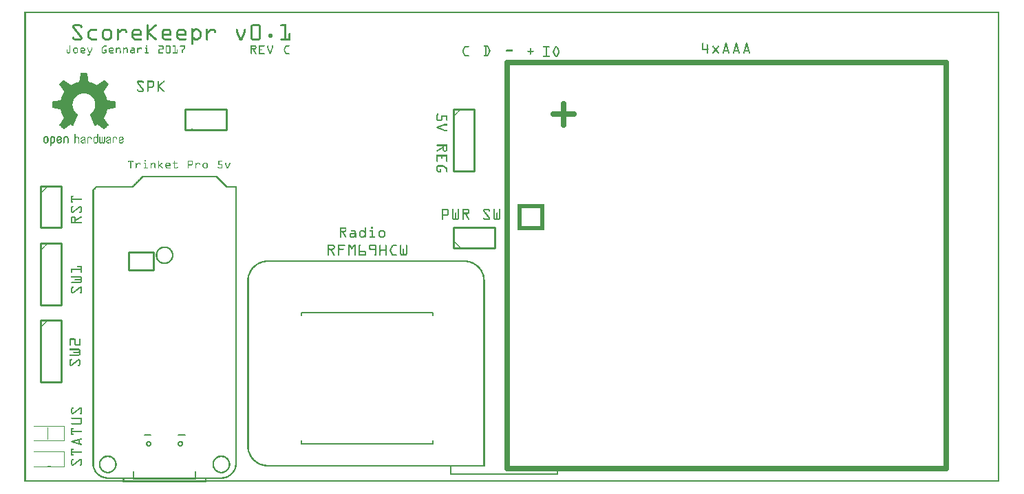
<source format=gto>
G04 MADE WITH FRITZING*
G04 WWW.FRITZING.ORG*
G04 DOUBLE SIDED*
G04 HOLES PLATED*
G04 CONTOUR ON CENTER OF CONTOUR VECTOR*
%ASAXBY*%
%FSLAX23Y23*%
%MOIN*%
%OFA0B0*%
%SFA1.0B1.0*%
%ADD10C,0.005000*%
%ADD11C,0.008000*%
%ADD12C,0.010000*%
%ADD13C,0.027778*%
%ADD14R,0.001000X0.001000*%
%LNSILK1*%
G90*
G70*
G54D10*
X1340Y808D02*
X1340Y823D01*
D02*
X1340Y823D02*
X1978Y823D01*
D02*
X1978Y823D02*
X1978Y808D01*
D02*
X1340Y201D02*
X1340Y186D01*
D02*
X1340Y186D02*
X1978Y186D01*
D02*
X1978Y186D02*
X1978Y201D01*
G54D11*
D02*
X2064Y75D02*
X2064Y39D01*
D02*
X2582Y75D02*
X2582Y39D01*
D02*
X2064Y39D02*
X2582Y39D01*
G54D12*
D02*
X624Y1030D02*
X624Y1115D01*
D02*
X624Y1115D02*
X504Y1115D01*
D02*
X504Y1115D02*
X504Y1030D01*
D02*
X504Y1030D02*
X624Y1030D01*
G54D10*
D02*
X581Y228D02*
X612Y228D01*
D02*
X746Y228D02*
X777Y228D01*
D02*
X529Y51D02*
X529Y15D01*
D02*
X529Y15D02*
X829Y15D01*
D02*
X829Y15D02*
X829Y51D01*
G54D12*
D02*
X79Y1435D02*
X79Y1235D01*
D02*
X79Y1235D02*
X179Y1235D01*
D02*
X179Y1235D02*
X179Y1435D01*
D02*
X179Y1435D02*
X79Y1435D01*
D02*
X2079Y1135D02*
X2279Y1135D01*
D02*
X2279Y1135D02*
X2279Y1235D01*
D02*
X2279Y1235D02*
X2079Y1235D01*
D02*
X2079Y1235D02*
X2079Y1135D01*
D02*
X79Y1160D02*
X79Y860D01*
D02*
X79Y860D02*
X179Y860D01*
D02*
X179Y860D02*
X179Y1160D01*
D02*
X179Y1160D02*
X79Y1160D01*
D02*
X79Y785D02*
X79Y485D01*
D02*
X79Y485D02*
X179Y485D01*
D02*
X179Y485D02*
X179Y785D01*
D02*
X179Y785D02*
X79Y785D01*
D02*
X2079Y1810D02*
X2079Y1510D01*
D02*
X2079Y1510D02*
X2179Y1510D01*
D02*
X2179Y1510D02*
X2179Y1810D01*
D02*
X2179Y1810D02*
X2079Y1810D01*
G54D13*
D02*
X2338Y2035D02*
X2338Y66D01*
D02*
X2338Y66D02*
X4464Y66D01*
D02*
X4464Y66D02*
X4464Y2035D01*
D02*
X4464Y2035D02*
X2338Y2035D01*
D02*
X2562Y1785D02*
X2662Y1785D01*
D02*
X2612Y1835D02*
X2612Y1734D01*
G54D12*
D02*
X779Y1710D02*
X979Y1710D01*
D02*
X979Y1710D02*
X979Y1810D01*
D02*
X979Y1810D02*
X779Y1810D01*
D02*
X779Y1810D02*
X779Y1710D01*
G54D14*
X0Y2282D02*
X4722Y2282D01*
X0Y2281D02*
X4722Y2281D01*
X0Y2280D02*
X4722Y2280D01*
X0Y2279D02*
X4722Y2279D01*
X0Y2278D02*
X4722Y2278D01*
X0Y2277D02*
X4722Y2277D01*
X0Y2276D02*
X4722Y2276D01*
X0Y2275D02*
X4722Y2275D01*
X0Y2274D02*
X7Y2274D01*
X4715Y2274D02*
X4722Y2274D01*
X0Y2273D02*
X7Y2273D01*
X4715Y2273D02*
X4722Y2273D01*
X0Y2272D02*
X7Y2272D01*
X4715Y2272D02*
X4722Y2272D01*
X0Y2271D02*
X7Y2271D01*
X4715Y2271D02*
X4722Y2271D01*
X0Y2270D02*
X7Y2270D01*
X4715Y2270D02*
X4722Y2270D01*
X0Y2269D02*
X7Y2269D01*
X4715Y2269D02*
X4722Y2269D01*
X0Y2268D02*
X7Y2268D01*
X4715Y2268D02*
X4722Y2268D01*
X0Y2267D02*
X7Y2267D01*
X4715Y2267D02*
X4722Y2267D01*
X0Y2266D02*
X7Y2266D01*
X4715Y2266D02*
X4722Y2266D01*
X0Y2265D02*
X7Y2265D01*
X4715Y2265D02*
X4722Y2265D01*
X0Y2264D02*
X7Y2264D01*
X4715Y2264D02*
X4722Y2264D01*
X0Y2263D02*
X7Y2263D01*
X4715Y2263D02*
X4722Y2263D01*
X0Y2262D02*
X7Y2262D01*
X4715Y2262D02*
X4722Y2262D01*
X0Y2261D02*
X7Y2261D01*
X4715Y2261D02*
X4722Y2261D01*
X0Y2260D02*
X7Y2260D01*
X4715Y2260D02*
X4722Y2260D01*
X0Y2259D02*
X7Y2259D01*
X4715Y2259D02*
X4722Y2259D01*
X0Y2258D02*
X7Y2258D01*
X4715Y2258D02*
X4722Y2258D01*
X0Y2257D02*
X7Y2257D01*
X4715Y2257D02*
X4722Y2257D01*
X0Y2256D02*
X7Y2256D01*
X4715Y2256D02*
X4722Y2256D01*
X0Y2255D02*
X7Y2255D01*
X4715Y2255D02*
X4722Y2255D01*
X0Y2254D02*
X7Y2254D01*
X4715Y2254D02*
X4722Y2254D01*
X0Y2253D02*
X7Y2253D01*
X4715Y2253D02*
X4722Y2253D01*
X0Y2252D02*
X7Y2252D01*
X4715Y2252D02*
X4722Y2252D01*
X0Y2251D02*
X7Y2251D01*
X4715Y2251D02*
X4722Y2251D01*
X0Y2250D02*
X7Y2250D01*
X4715Y2250D02*
X4722Y2250D01*
X0Y2249D02*
X7Y2249D01*
X4715Y2249D02*
X4722Y2249D01*
X0Y2248D02*
X7Y2248D01*
X4715Y2248D02*
X4722Y2248D01*
X0Y2247D02*
X7Y2247D01*
X4715Y2247D02*
X4722Y2247D01*
X0Y2246D02*
X7Y2246D01*
X4715Y2246D02*
X4722Y2246D01*
X0Y2245D02*
X7Y2245D01*
X4715Y2245D02*
X4722Y2245D01*
X0Y2244D02*
X7Y2244D01*
X4715Y2244D02*
X4722Y2244D01*
X0Y2243D02*
X7Y2243D01*
X4715Y2243D02*
X4722Y2243D01*
X0Y2242D02*
X7Y2242D01*
X4715Y2242D02*
X4722Y2242D01*
X0Y2241D02*
X7Y2241D01*
X4715Y2241D02*
X4722Y2241D01*
X0Y2240D02*
X7Y2240D01*
X4715Y2240D02*
X4722Y2240D01*
X0Y2239D02*
X7Y2239D01*
X4715Y2239D02*
X4722Y2239D01*
X0Y2238D02*
X7Y2238D01*
X4715Y2238D02*
X4722Y2238D01*
X0Y2237D02*
X7Y2237D01*
X4715Y2237D02*
X4722Y2237D01*
X0Y2236D02*
X7Y2236D01*
X4715Y2236D02*
X4722Y2236D01*
X0Y2235D02*
X7Y2235D01*
X4715Y2235D02*
X4722Y2235D01*
X0Y2234D02*
X7Y2234D01*
X4715Y2234D02*
X4722Y2234D01*
X0Y2233D02*
X7Y2233D01*
X4715Y2233D02*
X4722Y2233D01*
X0Y2232D02*
X7Y2232D01*
X4715Y2232D02*
X4722Y2232D01*
X0Y2231D02*
X7Y2231D01*
X4715Y2231D02*
X4722Y2231D01*
X0Y2230D02*
X7Y2230D01*
X4715Y2230D02*
X4722Y2230D01*
X0Y2229D02*
X7Y2229D01*
X4715Y2229D02*
X4722Y2229D01*
X0Y2228D02*
X7Y2228D01*
X4715Y2228D02*
X4722Y2228D01*
X0Y2227D02*
X7Y2227D01*
X4715Y2227D02*
X4722Y2227D01*
X0Y2226D02*
X7Y2226D01*
X4715Y2226D02*
X4722Y2226D01*
X0Y2225D02*
X7Y2225D01*
X4715Y2225D02*
X4722Y2225D01*
X0Y2224D02*
X7Y2224D01*
X4715Y2224D02*
X4722Y2224D01*
X0Y2223D02*
X7Y2223D01*
X4715Y2223D02*
X4722Y2223D01*
X0Y2222D02*
X7Y2222D01*
X4715Y2222D02*
X4722Y2222D01*
X0Y2221D02*
X7Y2221D01*
X241Y2221D02*
X269Y2221D01*
X596Y2221D02*
X597Y2221D01*
X635Y2221D02*
X636Y2221D01*
X1104Y2221D02*
X1136Y2221D01*
X1244Y2221D02*
X1268Y2221D01*
X4715Y2221D02*
X4722Y2221D01*
X0Y2220D02*
X7Y2220D01*
X238Y2220D02*
X272Y2220D01*
X594Y2220D02*
X599Y2220D01*
X633Y2220D02*
X639Y2220D01*
X1101Y2220D02*
X1139Y2220D01*
X1242Y2220D02*
X1269Y2220D01*
X4715Y2220D02*
X4722Y2220D01*
X0Y2219D02*
X7Y2219D01*
X236Y2219D02*
X274Y2219D01*
X593Y2219D02*
X600Y2219D01*
X632Y2219D02*
X639Y2219D01*
X1100Y2219D02*
X1140Y2219D01*
X1241Y2219D02*
X1269Y2219D01*
X4715Y2219D02*
X4722Y2219D01*
X0Y2218D02*
X7Y2218D01*
X235Y2218D02*
X275Y2218D01*
X592Y2218D02*
X600Y2218D01*
X631Y2218D02*
X640Y2218D01*
X1098Y2218D02*
X1142Y2218D01*
X1240Y2218D02*
X1269Y2218D01*
X4715Y2218D02*
X4722Y2218D01*
X0Y2217D02*
X7Y2217D01*
X234Y2217D02*
X277Y2217D01*
X592Y2217D02*
X601Y2217D01*
X630Y2217D02*
X640Y2217D01*
X1098Y2217D02*
X1142Y2217D01*
X1240Y2217D02*
X1269Y2217D01*
X4715Y2217D02*
X4722Y2217D01*
X0Y2216D02*
X7Y2216D01*
X234Y2216D02*
X277Y2216D01*
X592Y2216D02*
X601Y2216D01*
X628Y2216D02*
X640Y2216D01*
X1097Y2216D02*
X1143Y2216D01*
X1240Y2216D02*
X1269Y2216D01*
X4715Y2216D02*
X4722Y2216D01*
X0Y2215D02*
X7Y2215D01*
X233Y2215D02*
X278Y2215D01*
X592Y2215D02*
X601Y2215D01*
X627Y2215D02*
X640Y2215D01*
X1096Y2215D02*
X1144Y2215D01*
X1240Y2215D02*
X1269Y2215D01*
X4715Y2215D02*
X4722Y2215D01*
X0Y2214D02*
X7Y2214D01*
X232Y2214D02*
X279Y2214D01*
X592Y2214D02*
X601Y2214D01*
X626Y2214D02*
X640Y2214D01*
X1096Y2214D02*
X1144Y2214D01*
X1240Y2214D02*
X1269Y2214D01*
X4715Y2214D02*
X4722Y2214D01*
X0Y2213D02*
X7Y2213D01*
X232Y2213D02*
X279Y2213D01*
X592Y2213D02*
X601Y2213D01*
X625Y2213D02*
X639Y2213D01*
X1096Y2213D02*
X1144Y2213D01*
X1241Y2213D02*
X1269Y2213D01*
X4715Y2213D02*
X4722Y2213D01*
X0Y2212D02*
X7Y2212D01*
X232Y2212D02*
X280Y2212D01*
X592Y2212D02*
X601Y2212D01*
X624Y2212D02*
X638Y2212D01*
X1096Y2212D02*
X1144Y2212D01*
X1242Y2212D02*
X1269Y2212D01*
X4715Y2212D02*
X4722Y2212D01*
X0Y2211D02*
X7Y2211D01*
X232Y2211D02*
X242Y2211D01*
X268Y2211D02*
X280Y2211D01*
X592Y2211D02*
X601Y2211D01*
X623Y2211D02*
X637Y2211D01*
X1096Y2211D02*
X1105Y2211D01*
X1135Y2211D02*
X1144Y2211D01*
X1259Y2211D02*
X1269Y2211D01*
X4715Y2211D02*
X4722Y2211D01*
X0Y2210D02*
X7Y2210D01*
X232Y2210D02*
X241Y2210D01*
X270Y2210D02*
X280Y2210D01*
X592Y2210D02*
X601Y2210D01*
X621Y2210D02*
X636Y2210D01*
X1096Y2210D02*
X1105Y2210D01*
X1135Y2210D02*
X1144Y2210D01*
X1259Y2210D02*
X1269Y2210D01*
X4715Y2210D02*
X4722Y2210D01*
X0Y2209D02*
X7Y2209D01*
X232Y2209D02*
X241Y2209D01*
X271Y2209D02*
X280Y2209D01*
X592Y2209D02*
X601Y2209D01*
X620Y2209D02*
X635Y2209D01*
X1096Y2209D02*
X1105Y2209D01*
X1135Y2209D02*
X1144Y2209D01*
X1259Y2209D02*
X1269Y2209D01*
X4715Y2209D02*
X4722Y2209D01*
X0Y2208D02*
X7Y2208D01*
X232Y2208D02*
X242Y2208D01*
X271Y2208D02*
X280Y2208D01*
X592Y2208D02*
X601Y2208D01*
X619Y2208D02*
X634Y2208D01*
X1096Y2208D02*
X1105Y2208D01*
X1135Y2208D02*
X1144Y2208D01*
X1259Y2208D02*
X1269Y2208D01*
X4715Y2208D02*
X4722Y2208D01*
X0Y2207D02*
X7Y2207D01*
X232Y2207D02*
X243Y2207D01*
X272Y2207D02*
X280Y2207D01*
X592Y2207D02*
X601Y2207D01*
X618Y2207D02*
X632Y2207D01*
X1096Y2207D02*
X1105Y2207D01*
X1135Y2207D02*
X1144Y2207D01*
X1259Y2207D02*
X1269Y2207D01*
X4715Y2207D02*
X4722Y2207D01*
X0Y2206D02*
X7Y2206D01*
X232Y2206D02*
X243Y2206D01*
X272Y2206D02*
X280Y2206D01*
X592Y2206D02*
X601Y2206D01*
X617Y2206D02*
X631Y2206D01*
X1096Y2206D02*
X1105Y2206D01*
X1135Y2206D02*
X1144Y2206D01*
X1259Y2206D02*
X1269Y2206D01*
X4715Y2206D02*
X4722Y2206D01*
X0Y2205D02*
X7Y2205D01*
X233Y2205D02*
X244Y2205D01*
X272Y2205D02*
X280Y2205D01*
X592Y2205D02*
X601Y2205D01*
X616Y2205D02*
X630Y2205D01*
X1096Y2205D02*
X1105Y2205D01*
X1135Y2205D02*
X1144Y2205D01*
X1259Y2205D02*
X1269Y2205D01*
X4715Y2205D02*
X4722Y2205D01*
X0Y2204D02*
X7Y2204D01*
X233Y2204D02*
X245Y2204D01*
X273Y2204D02*
X279Y2204D01*
X592Y2204D02*
X601Y2204D01*
X614Y2204D02*
X629Y2204D01*
X1096Y2204D02*
X1105Y2204D01*
X1135Y2204D02*
X1144Y2204D01*
X1259Y2204D02*
X1269Y2204D01*
X4715Y2204D02*
X4722Y2204D01*
X0Y2203D02*
X7Y2203D01*
X234Y2203D02*
X246Y2203D01*
X275Y2203D02*
X277Y2203D01*
X592Y2203D02*
X601Y2203D01*
X613Y2203D02*
X628Y2203D01*
X1096Y2203D02*
X1105Y2203D01*
X1135Y2203D02*
X1144Y2203D01*
X1259Y2203D02*
X1269Y2203D01*
X4715Y2203D02*
X4722Y2203D01*
X0Y2202D02*
X7Y2202D01*
X235Y2202D02*
X247Y2202D01*
X592Y2202D02*
X601Y2202D01*
X612Y2202D02*
X627Y2202D01*
X812Y2202D02*
X812Y2202D01*
X830Y2202D02*
X834Y2202D01*
X1096Y2202D02*
X1105Y2202D01*
X1135Y2202D02*
X1144Y2202D01*
X1259Y2202D02*
X1269Y2202D01*
X4715Y2202D02*
X4722Y2202D01*
X0Y2201D02*
X7Y2201D01*
X235Y2201D02*
X247Y2201D01*
X592Y2201D02*
X601Y2201D01*
X611Y2201D02*
X625Y2201D01*
X810Y2201D02*
X815Y2201D01*
X826Y2201D02*
X838Y2201D01*
X1096Y2201D02*
X1105Y2201D01*
X1135Y2201D02*
X1144Y2201D01*
X1259Y2201D02*
X1269Y2201D01*
X4715Y2201D02*
X4722Y2201D01*
X0Y2200D02*
X7Y2200D01*
X236Y2200D02*
X248Y2200D01*
X328Y2200D02*
X347Y2200D01*
X394Y2200D02*
X406Y2200D01*
X473Y2200D02*
X481Y2200D01*
X538Y2200D02*
X550Y2200D01*
X592Y2200D02*
X601Y2200D01*
X610Y2200D02*
X624Y2200D01*
X682Y2200D02*
X694Y2200D01*
X754Y2200D02*
X766Y2200D01*
X809Y2200D02*
X816Y2200D01*
X824Y2200D02*
X840Y2200D01*
X905Y2200D02*
X913Y2200D01*
X1096Y2200D02*
X1105Y2200D01*
X1135Y2200D02*
X1144Y2200D01*
X1259Y2200D02*
X1269Y2200D01*
X4715Y2200D02*
X4722Y2200D01*
X0Y2199D02*
X7Y2199D01*
X237Y2199D02*
X249Y2199D01*
X322Y2199D02*
X350Y2199D01*
X389Y2199D02*
X411Y2199D01*
X450Y2199D02*
X455Y2199D01*
X469Y2199D02*
X487Y2199D01*
X533Y2199D02*
X555Y2199D01*
X592Y2199D02*
X601Y2199D01*
X609Y2199D02*
X623Y2199D01*
X677Y2199D02*
X699Y2199D01*
X749Y2199D02*
X771Y2199D01*
X808Y2199D02*
X816Y2199D01*
X823Y2199D02*
X842Y2199D01*
X882Y2199D02*
X887Y2199D01*
X901Y2199D02*
X919Y2199D01*
X1026Y2199D02*
X1031Y2199D01*
X1066Y2199D02*
X1070Y2199D01*
X1096Y2199D02*
X1105Y2199D01*
X1135Y2199D02*
X1144Y2199D01*
X1259Y2199D02*
X1269Y2199D01*
X4715Y2199D02*
X4722Y2199D01*
X0Y2198D02*
X7Y2198D01*
X238Y2198D02*
X250Y2198D01*
X320Y2198D02*
X351Y2198D01*
X387Y2198D02*
X413Y2198D01*
X449Y2198D02*
X456Y2198D01*
X468Y2198D02*
X489Y2198D01*
X531Y2198D02*
X557Y2198D01*
X592Y2198D02*
X601Y2198D01*
X607Y2198D02*
X622Y2198D01*
X675Y2198D02*
X701Y2198D01*
X747Y2198D02*
X773Y2198D01*
X808Y2198D02*
X817Y2198D01*
X821Y2198D02*
X843Y2198D01*
X881Y2198D02*
X888Y2198D01*
X900Y2198D02*
X921Y2198D01*
X1025Y2198D02*
X1032Y2198D01*
X1064Y2198D02*
X1071Y2198D01*
X1096Y2198D02*
X1105Y2198D01*
X1135Y2198D02*
X1144Y2198D01*
X1259Y2198D02*
X1269Y2198D01*
X4715Y2198D02*
X4722Y2198D01*
X0Y2197D02*
X7Y2197D01*
X239Y2197D02*
X250Y2197D01*
X318Y2197D02*
X352Y2197D01*
X385Y2197D02*
X415Y2197D01*
X448Y2197D02*
X456Y2197D01*
X467Y2197D02*
X490Y2197D01*
X529Y2197D02*
X559Y2197D01*
X592Y2197D02*
X601Y2197D01*
X606Y2197D02*
X621Y2197D01*
X673Y2197D02*
X703Y2197D01*
X745Y2197D02*
X775Y2197D01*
X808Y2197D02*
X817Y2197D01*
X820Y2197D02*
X844Y2197D01*
X880Y2197D02*
X888Y2197D01*
X899Y2197D02*
X922Y2197D01*
X1024Y2197D02*
X1032Y2197D01*
X1064Y2197D02*
X1072Y2197D01*
X1096Y2197D02*
X1105Y2197D01*
X1135Y2197D02*
X1144Y2197D01*
X1259Y2197D02*
X1269Y2197D01*
X4715Y2197D02*
X4722Y2197D01*
X0Y2196D02*
X7Y2196D01*
X239Y2196D02*
X251Y2196D01*
X317Y2196D02*
X352Y2196D01*
X384Y2196D02*
X416Y2196D01*
X448Y2196D02*
X457Y2196D01*
X466Y2196D02*
X492Y2196D01*
X528Y2196D02*
X560Y2196D01*
X592Y2196D02*
X601Y2196D01*
X605Y2196D02*
X620Y2196D01*
X672Y2196D02*
X704Y2196D01*
X744Y2196D02*
X776Y2196D01*
X808Y2196D02*
X817Y2196D01*
X819Y2196D02*
X846Y2196D01*
X880Y2196D02*
X889Y2196D01*
X898Y2196D02*
X923Y2196D01*
X1024Y2196D02*
X1033Y2196D01*
X1064Y2196D02*
X1072Y2196D01*
X1096Y2196D02*
X1105Y2196D01*
X1135Y2196D02*
X1144Y2196D01*
X1259Y2196D02*
X1269Y2196D01*
X4715Y2196D02*
X4722Y2196D01*
X0Y2195D02*
X7Y2195D01*
X240Y2195D02*
X252Y2195D01*
X315Y2195D02*
X352Y2195D01*
X383Y2195D02*
X417Y2195D01*
X448Y2195D02*
X457Y2195D01*
X465Y2195D02*
X493Y2195D01*
X527Y2195D02*
X561Y2195D01*
X592Y2195D02*
X601Y2195D01*
X604Y2195D02*
X618Y2195D01*
X671Y2195D02*
X705Y2195D01*
X743Y2195D02*
X777Y2195D01*
X808Y2195D02*
X847Y2195D01*
X880Y2195D02*
X889Y2195D01*
X897Y2195D02*
X924Y2195D01*
X1024Y2195D02*
X1033Y2195D01*
X1063Y2195D02*
X1072Y2195D01*
X1096Y2195D02*
X1105Y2195D01*
X1135Y2195D02*
X1144Y2195D01*
X1259Y2195D02*
X1269Y2195D01*
X4715Y2195D02*
X4722Y2195D01*
X0Y2194D02*
X7Y2194D01*
X241Y2194D02*
X253Y2194D01*
X314Y2194D02*
X352Y2194D01*
X382Y2194D02*
X418Y2194D01*
X448Y2194D02*
X457Y2194D01*
X464Y2194D02*
X493Y2194D01*
X526Y2194D02*
X562Y2194D01*
X592Y2194D02*
X601Y2194D01*
X603Y2194D02*
X617Y2194D01*
X670Y2194D02*
X706Y2194D01*
X742Y2194D02*
X778Y2194D01*
X808Y2194D02*
X848Y2194D01*
X880Y2194D02*
X889Y2194D01*
X896Y2194D02*
X925Y2194D01*
X1024Y2194D02*
X1033Y2194D01*
X1063Y2194D02*
X1072Y2194D01*
X1096Y2194D02*
X1105Y2194D01*
X1135Y2194D02*
X1144Y2194D01*
X1259Y2194D02*
X1269Y2194D01*
X4715Y2194D02*
X4722Y2194D01*
X0Y2193D02*
X7Y2193D01*
X242Y2193D02*
X254Y2193D01*
X313Y2193D02*
X352Y2193D01*
X381Y2193D02*
X419Y2193D01*
X448Y2193D02*
X457Y2193D01*
X462Y2193D02*
X494Y2193D01*
X525Y2193D02*
X563Y2193D01*
X592Y2193D02*
X616Y2193D01*
X669Y2193D02*
X707Y2193D01*
X741Y2193D02*
X779Y2193D01*
X808Y2193D02*
X849Y2193D01*
X880Y2193D02*
X889Y2193D01*
X894Y2193D02*
X926Y2193D01*
X1024Y2193D02*
X1033Y2193D01*
X1063Y2193D02*
X1072Y2193D01*
X1096Y2193D02*
X1105Y2193D01*
X1135Y2193D02*
X1144Y2193D01*
X1259Y2193D02*
X1269Y2193D01*
X4715Y2193D02*
X4722Y2193D01*
X0Y2192D02*
X7Y2192D01*
X242Y2192D02*
X254Y2192D01*
X312Y2192D02*
X351Y2192D01*
X380Y2192D02*
X420Y2192D01*
X448Y2192D02*
X457Y2192D01*
X461Y2192D02*
X495Y2192D01*
X524Y2192D02*
X564Y2192D01*
X592Y2192D02*
X615Y2192D01*
X668Y2192D02*
X708Y2192D01*
X740Y2192D02*
X780Y2192D01*
X808Y2192D02*
X850Y2192D01*
X880Y2192D02*
X889Y2192D01*
X893Y2192D02*
X927Y2192D01*
X1024Y2192D02*
X1033Y2192D01*
X1063Y2192D02*
X1072Y2192D01*
X1096Y2192D02*
X1105Y2192D01*
X1135Y2192D02*
X1144Y2192D01*
X1259Y2192D02*
X1269Y2192D01*
X4715Y2192D02*
X4722Y2192D01*
X0Y2191D02*
X7Y2191D01*
X243Y2191D02*
X255Y2191D01*
X311Y2191D02*
X350Y2191D01*
X379Y2191D02*
X421Y2191D01*
X448Y2191D02*
X457Y2191D01*
X460Y2191D02*
X495Y2191D01*
X523Y2191D02*
X565Y2191D01*
X592Y2191D02*
X614Y2191D01*
X667Y2191D02*
X709Y2191D01*
X739Y2191D02*
X781Y2191D01*
X808Y2191D02*
X828Y2191D01*
X837Y2191D02*
X851Y2191D01*
X880Y2191D02*
X889Y2191D01*
X892Y2191D02*
X927Y2191D01*
X1024Y2191D02*
X1033Y2191D01*
X1063Y2191D02*
X1072Y2191D01*
X1096Y2191D02*
X1105Y2191D01*
X1135Y2191D02*
X1144Y2191D01*
X1259Y2191D02*
X1269Y2191D01*
X4715Y2191D02*
X4722Y2191D01*
X0Y2190D02*
X7Y2190D01*
X244Y2190D02*
X256Y2190D01*
X310Y2190D02*
X348Y2190D01*
X378Y2190D02*
X422Y2190D01*
X448Y2190D02*
X457Y2190D01*
X459Y2190D02*
X496Y2190D01*
X522Y2190D02*
X566Y2190D01*
X592Y2190D02*
X613Y2190D01*
X666Y2190D02*
X710Y2190D01*
X738Y2190D02*
X782Y2190D01*
X808Y2190D02*
X827Y2190D01*
X838Y2190D02*
X852Y2190D01*
X880Y2190D02*
X889Y2190D01*
X891Y2190D02*
X928Y2190D01*
X1024Y2190D02*
X1033Y2190D01*
X1063Y2190D02*
X1072Y2190D01*
X1096Y2190D02*
X1105Y2190D01*
X1135Y2190D02*
X1144Y2190D01*
X1259Y2190D02*
X1269Y2190D01*
X4715Y2190D02*
X4722Y2190D01*
X0Y2189D02*
X7Y2189D01*
X245Y2189D02*
X257Y2189D01*
X309Y2189D02*
X324Y2189D01*
X378Y2189D02*
X390Y2189D01*
X410Y2189D02*
X423Y2189D01*
X448Y2189D02*
X472Y2189D01*
X485Y2189D02*
X496Y2189D01*
X522Y2189D02*
X534Y2189D01*
X554Y2189D02*
X567Y2189D01*
X592Y2189D02*
X611Y2189D01*
X666Y2189D02*
X678Y2189D01*
X698Y2189D02*
X711Y2189D01*
X738Y2189D02*
X750Y2189D01*
X770Y2189D02*
X783Y2189D01*
X808Y2189D02*
X826Y2189D01*
X839Y2189D02*
X853Y2189D01*
X880Y2189D02*
X904Y2189D01*
X917Y2189D02*
X928Y2189D01*
X1024Y2189D02*
X1033Y2189D01*
X1063Y2189D02*
X1072Y2189D01*
X1096Y2189D02*
X1105Y2189D01*
X1135Y2189D02*
X1144Y2189D01*
X1259Y2189D02*
X1269Y2189D01*
X4715Y2189D02*
X4722Y2189D01*
X0Y2188D02*
X7Y2188D01*
X245Y2188D02*
X257Y2188D01*
X308Y2188D02*
X322Y2188D01*
X377Y2188D02*
X389Y2188D01*
X411Y2188D02*
X423Y2188D01*
X448Y2188D02*
X471Y2188D01*
X486Y2188D02*
X496Y2188D01*
X521Y2188D02*
X533Y2188D01*
X555Y2188D02*
X567Y2188D01*
X592Y2188D02*
X610Y2188D01*
X665Y2188D02*
X677Y2188D01*
X699Y2188D02*
X711Y2188D01*
X737Y2188D02*
X749Y2188D01*
X771Y2188D02*
X783Y2188D01*
X808Y2188D02*
X825Y2188D01*
X840Y2188D02*
X854Y2188D01*
X880Y2188D02*
X903Y2188D01*
X918Y2188D02*
X928Y2188D01*
X1024Y2188D02*
X1033Y2188D01*
X1063Y2188D02*
X1072Y2188D01*
X1096Y2188D02*
X1105Y2188D01*
X1135Y2188D02*
X1144Y2188D01*
X1259Y2188D02*
X1269Y2188D01*
X4715Y2188D02*
X4722Y2188D01*
X0Y2187D02*
X7Y2187D01*
X246Y2187D02*
X258Y2187D01*
X307Y2187D02*
X321Y2187D01*
X377Y2187D02*
X388Y2187D01*
X413Y2187D02*
X424Y2187D01*
X448Y2187D02*
X470Y2187D01*
X487Y2187D02*
X496Y2187D01*
X521Y2187D02*
X532Y2187D01*
X557Y2187D02*
X568Y2187D01*
X592Y2187D02*
X609Y2187D01*
X665Y2187D02*
X676Y2187D01*
X701Y2187D02*
X712Y2187D01*
X737Y2187D02*
X748Y2187D01*
X773Y2187D02*
X784Y2187D01*
X808Y2187D02*
X824Y2187D01*
X841Y2187D02*
X854Y2187D01*
X880Y2187D02*
X902Y2187D01*
X919Y2187D02*
X928Y2187D01*
X1024Y2187D02*
X1033Y2187D01*
X1063Y2187D02*
X1072Y2187D01*
X1096Y2187D02*
X1105Y2187D01*
X1135Y2187D02*
X1144Y2187D01*
X1259Y2187D02*
X1269Y2187D01*
X4715Y2187D02*
X4722Y2187D01*
X0Y2186D02*
X7Y2186D01*
X247Y2186D02*
X259Y2186D01*
X306Y2186D02*
X320Y2186D01*
X376Y2186D02*
X387Y2186D01*
X414Y2186D02*
X424Y2186D01*
X448Y2186D02*
X469Y2186D01*
X487Y2186D02*
X496Y2186D01*
X520Y2186D02*
X531Y2186D01*
X558Y2186D02*
X568Y2186D01*
X592Y2186D02*
X608Y2186D01*
X664Y2186D02*
X675Y2186D01*
X702Y2186D02*
X712Y2186D01*
X736Y2186D02*
X747Y2186D01*
X774Y2186D02*
X784Y2186D01*
X808Y2186D02*
X823Y2186D01*
X843Y2186D02*
X855Y2186D01*
X880Y2186D02*
X901Y2186D01*
X919Y2186D02*
X928Y2186D01*
X1024Y2186D02*
X1033Y2186D01*
X1063Y2186D02*
X1072Y2186D01*
X1096Y2186D02*
X1105Y2186D01*
X1135Y2186D02*
X1144Y2186D01*
X1259Y2186D02*
X1269Y2186D01*
X4715Y2186D02*
X4722Y2186D01*
X0Y2185D02*
X7Y2185D01*
X248Y2185D02*
X260Y2185D01*
X306Y2185D02*
X319Y2185D01*
X376Y2185D02*
X386Y2185D01*
X414Y2185D02*
X424Y2185D01*
X448Y2185D02*
X468Y2185D01*
X487Y2185D02*
X496Y2185D01*
X520Y2185D02*
X530Y2185D01*
X558Y2185D02*
X568Y2185D01*
X592Y2185D02*
X607Y2185D01*
X664Y2185D02*
X674Y2185D01*
X702Y2185D02*
X712Y2185D01*
X736Y2185D02*
X746Y2185D01*
X774Y2185D02*
X784Y2185D01*
X808Y2185D02*
X822Y2185D01*
X844Y2185D02*
X855Y2185D01*
X880Y2185D02*
X900Y2185D01*
X919Y2185D02*
X928Y2185D01*
X1024Y2185D02*
X1034Y2185D01*
X1062Y2185D02*
X1072Y2185D01*
X1096Y2185D02*
X1105Y2185D01*
X1135Y2185D02*
X1144Y2185D01*
X1259Y2185D02*
X1269Y2185D01*
X4715Y2185D02*
X4722Y2185D01*
X0Y2184D02*
X7Y2184D01*
X249Y2184D02*
X261Y2184D01*
X305Y2184D02*
X318Y2184D01*
X376Y2184D02*
X385Y2184D01*
X415Y2184D02*
X424Y2184D01*
X448Y2184D02*
X467Y2184D01*
X487Y2184D02*
X496Y2184D01*
X520Y2184D02*
X529Y2184D01*
X559Y2184D02*
X568Y2184D01*
X592Y2184D02*
X606Y2184D01*
X664Y2184D02*
X673Y2184D01*
X703Y2184D02*
X712Y2184D01*
X736Y2184D02*
X745Y2184D01*
X775Y2184D02*
X784Y2184D01*
X808Y2184D02*
X821Y2184D01*
X845Y2184D02*
X856Y2184D01*
X880Y2184D02*
X899Y2184D01*
X919Y2184D02*
X928Y2184D01*
X1024Y2184D02*
X1034Y2184D01*
X1062Y2184D02*
X1072Y2184D01*
X1096Y2184D02*
X1105Y2184D01*
X1135Y2184D02*
X1144Y2184D01*
X1259Y2184D02*
X1269Y2184D01*
X4715Y2184D02*
X4722Y2184D01*
X0Y2183D02*
X7Y2183D01*
X249Y2183D02*
X261Y2183D01*
X305Y2183D02*
X316Y2183D01*
X376Y2183D02*
X385Y2183D01*
X415Y2183D02*
X424Y2183D01*
X448Y2183D02*
X465Y2183D01*
X487Y2183D02*
X496Y2183D01*
X520Y2183D02*
X529Y2183D01*
X559Y2183D02*
X568Y2183D01*
X592Y2183D02*
X604Y2183D01*
X664Y2183D02*
X673Y2183D01*
X703Y2183D02*
X712Y2183D01*
X736Y2183D02*
X745Y2183D01*
X775Y2183D02*
X784Y2183D01*
X808Y2183D02*
X820Y2183D01*
X846Y2183D02*
X856Y2183D01*
X880Y2183D02*
X897Y2183D01*
X919Y2183D02*
X928Y2183D01*
X1025Y2183D02*
X1035Y2183D01*
X1061Y2183D02*
X1071Y2183D01*
X1096Y2183D02*
X1105Y2183D01*
X1135Y2183D02*
X1144Y2183D01*
X1259Y2183D02*
X1269Y2183D01*
X4715Y2183D02*
X4722Y2183D01*
X0Y2182D02*
X7Y2182D01*
X250Y2182D02*
X262Y2182D01*
X304Y2182D02*
X315Y2182D01*
X376Y2182D02*
X385Y2182D01*
X415Y2182D02*
X424Y2182D01*
X448Y2182D02*
X464Y2182D01*
X487Y2182D02*
X496Y2182D01*
X520Y2182D02*
X529Y2182D01*
X559Y2182D02*
X568Y2182D01*
X592Y2182D02*
X604Y2182D01*
X664Y2182D02*
X673Y2182D01*
X703Y2182D02*
X712Y2182D01*
X736Y2182D02*
X745Y2182D01*
X775Y2182D02*
X784Y2182D01*
X808Y2182D02*
X819Y2182D01*
X847Y2182D02*
X856Y2182D01*
X880Y2182D02*
X896Y2182D01*
X919Y2182D02*
X928Y2182D01*
X1025Y2182D02*
X1035Y2182D01*
X1061Y2182D02*
X1071Y2182D01*
X1096Y2182D02*
X1105Y2182D01*
X1135Y2182D02*
X1144Y2182D01*
X1259Y2182D02*
X1269Y2182D01*
X4715Y2182D02*
X4722Y2182D01*
X0Y2181D02*
X7Y2181D01*
X251Y2181D02*
X263Y2181D01*
X304Y2181D02*
X314Y2181D01*
X376Y2181D02*
X385Y2181D01*
X415Y2181D02*
X425Y2181D01*
X448Y2181D02*
X463Y2181D01*
X488Y2181D02*
X496Y2181D01*
X520Y2181D02*
X529Y2181D01*
X559Y2181D02*
X568Y2181D01*
X592Y2181D02*
X605Y2181D01*
X664Y2181D02*
X673Y2181D01*
X703Y2181D02*
X712Y2181D01*
X736Y2181D02*
X745Y2181D01*
X775Y2181D02*
X784Y2181D01*
X808Y2181D02*
X818Y2181D01*
X847Y2181D02*
X856Y2181D01*
X880Y2181D02*
X895Y2181D01*
X920Y2181D02*
X928Y2181D01*
X1026Y2181D02*
X1036Y2181D01*
X1060Y2181D02*
X1070Y2181D01*
X1096Y2181D02*
X1105Y2181D01*
X1135Y2181D02*
X1144Y2181D01*
X1259Y2181D02*
X1269Y2181D01*
X4715Y2181D02*
X4722Y2181D01*
X0Y2180D02*
X7Y2180D01*
X252Y2180D02*
X264Y2180D01*
X304Y2180D02*
X313Y2180D01*
X376Y2180D02*
X385Y2180D01*
X415Y2180D02*
X425Y2180D01*
X448Y2180D02*
X462Y2180D01*
X488Y2180D02*
X496Y2180D01*
X520Y2180D02*
X529Y2180D01*
X559Y2180D02*
X568Y2180D01*
X592Y2180D02*
X606Y2180D01*
X664Y2180D02*
X673Y2180D01*
X703Y2180D02*
X712Y2180D01*
X736Y2180D02*
X745Y2180D01*
X775Y2180D02*
X784Y2180D01*
X808Y2180D02*
X817Y2180D01*
X847Y2180D02*
X856Y2180D01*
X880Y2180D02*
X894Y2180D01*
X920Y2180D02*
X928Y2180D01*
X1026Y2180D02*
X1036Y2180D01*
X1060Y2180D02*
X1070Y2180D01*
X1096Y2180D02*
X1105Y2180D01*
X1135Y2180D02*
X1144Y2180D01*
X1259Y2180D02*
X1269Y2180D01*
X4715Y2180D02*
X4722Y2180D01*
X0Y2179D02*
X7Y2179D01*
X252Y2179D02*
X264Y2179D01*
X304Y2179D02*
X313Y2179D01*
X376Y2179D02*
X385Y2179D01*
X415Y2179D02*
X425Y2179D01*
X448Y2179D02*
X461Y2179D01*
X489Y2179D02*
X495Y2179D01*
X520Y2179D02*
X529Y2179D01*
X559Y2179D02*
X568Y2179D01*
X592Y2179D02*
X607Y2179D01*
X664Y2179D02*
X673Y2179D01*
X703Y2179D02*
X712Y2179D01*
X736Y2179D02*
X745Y2179D01*
X775Y2179D02*
X784Y2179D01*
X808Y2179D02*
X817Y2179D01*
X847Y2179D02*
X856Y2179D01*
X880Y2179D02*
X893Y2179D01*
X921Y2179D02*
X927Y2179D01*
X1026Y2179D02*
X1036Y2179D01*
X1060Y2179D02*
X1070Y2179D01*
X1096Y2179D02*
X1105Y2179D01*
X1135Y2179D02*
X1144Y2179D01*
X1259Y2179D02*
X1269Y2179D01*
X4715Y2179D02*
X4722Y2179D01*
X0Y2178D02*
X7Y2178D01*
X253Y2178D02*
X265Y2178D01*
X304Y2178D02*
X313Y2178D01*
X376Y2178D02*
X385Y2178D01*
X415Y2178D02*
X425Y2178D01*
X448Y2178D02*
X460Y2178D01*
X490Y2178D02*
X494Y2178D01*
X520Y2178D02*
X529Y2178D01*
X559Y2178D02*
X568Y2178D01*
X592Y2178D02*
X608Y2178D01*
X664Y2178D02*
X673Y2178D01*
X703Y2178D02*
X712Y2178D01*
X736Y2178D02*
X745Y2178D01*
X775Y2178D02*
X784Y2178D01*
X808Y2178D02*
X817Y2178D01*
X847Y2178D02*
X856Y2178D01*
X880Y2178D02*
X892Y2178D01*
X922Y2178D02*
X926Y2178D01*
X1027Y2178D02*
X1037Y2178D01*
X1059Y2178D02*
X1069Y2178D01*
X1096Y2178D02*
X1105Y2178D01*
X1135Y2178D02*
X1144Y2178D01*
X1259Y2178D02*
X1269Y2178D01*
X1282Y2178D02*
X1286Y2178D01*
X4715Y2178D02*
X4722Y2178D01*
X0Y2177D02*
X7Y2177D01*
X254Y2177D02*
X266Y2177D01*
X304Y2177D02*
X313Y2177D01*
X376Y2177D02*
X385Y2177D01*
X415Y2177D02*
X425Y2177D01*
X448Y2177D02*
X458Y2177D01*
X520Y2177D02*
X529Y2177D01*
X559Y2177D02*
X568Y2177D01*
X592Y2177D02*
X610Y2177D01*
X664Y2177D02*
X673Y2177D01*
X703Y2177D02*
X712Y2177D01*
X736Y2177D02*
X745Y2177D01*
X775Y2177D02*
X784Y2177D01*
X808Y2177D02*
X817Y2177D01*
X847Y2177D02*
X856Y2177D01*
X880Y2177D02*
X890Y2177D01*
X1027Y2177D02*
X1037Y2177D01*
X1059Y2177D02*
X1069Y2177D01*
X1096Y2177D02*
X1105Y2177D01*
X1135Y2177D02*
X1144Y2177D01*
X1259Y2177D02*
X1269Y2177D01*
X1281Y2177D02*
X1287Y2177D01*
X4715Y2177D02*
X4722Y2177D01*
X0Y2176D02*
X7Y2176D01*
X255Y2176D02*
X267Y2176D01*
X304Y2176D02*
X313Y2176D01*
X376Y2176D02*
X385Y2176D01*
X415Y2176D02*
X425Y2176D01*
X448Y2176D02*
X457Y2176D01*
X520Y2176D02*
X529Y2176D01*
X559Y2176D02*
X568Y2176D01*
X592Y2176D02*
X611Y2176D01*
X664Y2176D02*
X673Y2176D01*
X703Y2176D02*
X712Y2176D01*
X736Y2176D02*
X745Y2176D01*
X775Y2176D02*
X784Y2176D01*
X808Y2176D02*
X817Y2176D01*
X847Y2176D02*
X856Y2176D01*
X880Y2176D02*
X889Y2176D01*
X1028Y2176D02*
X1038Y2176D01*
X1058Y2176D02*
X1068Y2176D01*
X1096Y2176D02*
X1105Y2176D01*
X1135Y2176D02*
X1144Y2176D01*
X1259Y2176D02*
X1269Y2176D01*
X1280Y2176D02*
X1288Y2176D01*
X4715Y2176D02*
X4722Y2176D01*
X0Y2175D02*
X7Y2175D01*
X256Y2175D02*
X268Y2175D01*
X304Y2175D02*
X313Y2175D01*
X376Y2175D02*
X385Y2175D01*
X415Y2175D02*
X425Y2175D01*
X448Y2175D02*
X457Y2175D01*
X520Y2175D02*
X529Y2175D01*
X559Y2175D02*
X568Y2175D01*
X592Y2175D02*
X612Y2175D01*
X664Y2175D02*
X673Y2175D01*
X703Y2175D02*
X712Y2175D01*
X736Y2175D02*
X745Y2175D01*
X775Y2175D02*
X784Y2175D01*
X808Y2175D02*
X817Y2175D01*
X847Y2175D02*
X856Y2175D01*
X880Y2175D02*
X889Y2175D01*
X1028Y2175D02*
X1038Y2175D01*
X1058Y2175D02*
X1068Y2175D01*
X1096Y2175D02*
X1105Y2175D01*
X1135Y2175D02*
X1144Y2175D01*
X1259Y2175D02*
X1269Y2175D01*
X1280Y2175D02*
X1288Y2175D01*
X4715Y2175D02*
X4722Y2175D01*
X0Y2174D02*
X7Y2174D01*
X256Y2174D02*
X268Y2174D01*
X304Y2174D02*
X313Y2174D01*
X376Y2174D02*
X385Y2174D01*
X415Y2174D02*
X425Y2174D01*
X448Y2174D02*
X457Y2174D01*
X520Y2174D02*
X568Y2174D01*
X592Y2174D02*
X613Y2174D01*
X664Y2174D02*
X712Y2174D01*
X736Y2174D02*
X784Y2174D01*
X808Y2174D02*
X817Y2174D01*
X847Y2174D02*
X856Y2174D01*
X880Y2174D02*
X889Y2174D01*
X1029Y2174D02*
X1039Y2174D01*
X1057Y2174D02*
X1067Y2174D01*
X1096Y2174D02*
X1105Y2174D01*
X1135Y2174D02*
X1144Y2174D01*
X1185Y2174D02*
X1199Y2174D01*
X1259Y2174D02*
X1269Y2174D01*
X1279Y2174D02*
X1288Y2174D01*
X4715Y2174D02*
X4722Y2174D01*
X0Y2173D02*
X7Y2173D01*
X257Y2173D02*
X269Y2173D01*
X304Y2173D02*
X313Y2173D01*
X376Y2173D02*
X385Y2173D01*
X415Y2173D02*
X425Y2173D01*
X448Y2173D02*
X457Y2173D01*
X520Y2173D02*
X568Y2173D01*
X592Y2173D02*
X614Y2173D01*
X664Y2173D02*
X712Y2173D01*
X736Y2173D02*
X784Y2173D01*
X808Y2173D02*
X817Y2173D01*
X847Y2173D02*
X856Y2173D01*
X880Y2173D02*
X889Y2173D01*
X1029Y2173D02*
X1039Y2173D01*
X1057Y2173D02*
X1067Y2173D01*
X1096Y2173D02*
X1105Y2173D01*
X1135Y2173D02*
X1144Y2173D01*
X1184Y2173D02*
X1200Y2173D01*
X1259Y2173D02*
X1269Y2173D01*
X1279Y2173D02*
X1288Y2173D01*
X4715Y2173D02*
X4722Y2173D01*
X0Y2172D02*
X7Y2172D01*
X258Y2172D02*
X270Y2172D01*
X304Y2172D02*
X313Y2172D01*
X376Y2172D02*
X385Y2172D01*
X415Y2172D02*
X425Y2172D01*
X448Y2172D02*
X457Y2172D01*
X520Y2172D02*
X568Y2172D01*
X592Y2172D02*
X615Y2172D01*
X664Y2172D02*
X712Y2172D01*
X736Y2172D02*
X784Y2172D01*
X808Y2172D02*
X817Y2172D01*
X847Y2172D02*
X856Y2172D01*
X880Y2172D02*
X889Y2172D01*
X1029Y2172D02*
X1039Y2172D01*
X1057Y2172D02*
X1067Y2172D01*
X1096Y2172D02*
X1105Y2172D01*
X1135Y2172D02*
X1144Y2172D01*
X1183Y2172D02*
X1201Y2172D01*
X1259Y2172D02*
X1269Y2172D01*
X1279Y2172D02*
X1288Y2172D01*
X4715Y2172D02*
X4722Y2172D01*
X0Y2171D02*
X7Y2171D01*
X259Y2171D02*
X271Y2171D01*
X304Y2171D02*
X313Y2171D01*
X376Y2171D02*
X385Y2171D01*
X415Y2171D02*
X425Y2171D01*
X448Y2171D02*
X457Y2171D01*
X520Y2171D02*
X568Y2171D01*
X592Y2171D02*
X617Y2171D01*
X664Y2171D02*
X712Y2171D01*
X736Y2171D02*
X784Y2171D01*
X808Y2171D02*
X817Y2171D01*
X847Y2171D02*
X856Y2171D01*
X880Y2171D02*
X889Y2171D01*
X1030Y2171D02*
X1040Y2171D01*
X1056Y2171D02*
X1066Y2171D01*
X1096Y2171D02*
X1105Y2171D01*
X1135Y2171D02*
X1144Y2171D01*
X1183Y2171D02*
X1201Y2171D01*
X1259Y2171D02*
X1269Y2171D01*
X1279Y2171D02*
X1288Y2171D01*
X4715Y2171D02*
X4722Y2171D01*
X0Y2170D02*
X7Y2170D01*
X259Y2170D02*
X271Y2170D01*
X304Y2170D02*
X313Y2170D01*
X376Y2170D02*
X385Y2170D01*
X415Y2170D02*
X425Y2170D01*
X448Y2170D02*
X457Y2170D01*
X520Y2170D02*
X568Y2170D01*
X592Y2170D02*
X601Y2170D01*
X603Y2170D02*
X618Y2170D01*
X664Y2170D02*
X712Y2170D01*
X736Y2170D02*
X784Y2170D01*
X808Y2170D02*
X817Y2170D01*
X847Y2170D02*
X856Y2170D01*
X880Y2170D02*
X889Y2170D01*
X1030Y2170D02*
X1040Y2170D01*
X1056Y2170D02*
X1066Y2170D01*
X1096Y2170D02*
X1105Y2170D01*
X1135Y2170D02*
X1144Y2170D01*
X1183Y2170D02*
X1201Y2170D01*
X1259Y2170D02*
X1269Y2170D01*
X1279Y2170D02*
X1288Y2170D01*
X4715Y2170D02*
X4722Y2170D01*
X0Y2169D02*
X7Y2169D01*
X260Y2169D02*
X272Y2169D01*
X304Y2169D02*
X313Y2169D01*
X376Y2169D02*
X385Y2169D01*
X415Y2169D02*
X425Y2169D01*
X448Y2169D02*
X457Y2169D01*
X520Y2169D02*
X568Y2169D01*
X592Y2169D02*
X601Y2169D01*
X604Y2169D02*
X619Y2169D01*
X664Y2169D02*
X712Y2169D01*
X736Y2169D02*
X784Y2169D01*
X808Y2169D02*
X817Y2169D01*
X847Y2169D02*
X856Y2169D01*
X880Y2169D02*
X889Y2169D01*
X1031Y2169D02*
X1041Y2169D01*
X1055Y2169D02*
X1065Y2169D01*
X1096Y2169D02*
X1105Y2169D01*
X1135Y2169D02*
X1144Y2169D01*
X1182Y2169D02*
X1202Y2169D01*
X1259Y2169D02*
X1269Y2169D01*
X1279Y2169D02*
X1288Y2169D01*
X4715Y2169D02*
X4722Y2169D01*
X0Y2168D02*
X7Y2168D01*
X261Y2168D02*
X273Y2168D01*
X304Y2168D02*
X313Y2168D01*
X376Y2168D02*
X385Y2168D01*
X415Y2168D02*
X425Y2168D01*
X448Y2168D02*
X457Y2168D01*
X520Y2168D02*
X568Y2168D01*
X592Y2168D02*
X601Y2168D01*
X606Y2168D02*
X620Y2168D01*
X664Y2168D02*
X712Y2168D01*
X736Y2168D02*
X784Y2168D01*
X808Y2168D02*
X817Y2168D01*
X847Y2168D02*
X856Y2168D01*
X880Y2168D02*
X889Y2168D01*
X1031Y2168D02*
X1041Y2168D01*
X1055Y2168D02*
X1065Y2168D01*
X1096Y2168D02*
X1105Y2168D01*
X1135Y2168D02*
X1144Y2168D01*
X1182Y2168D02*
X1202Y2168D01*
X1259Y2168D02*
X1269Y2168D01*
X1279Y2168D02*
X1288Y2168D01*
X4715Y2168D02*
X4722Y2168D01*
X0Y2167D02*
X7Y2167D01*
X262Y2167D02*
X274Y2167D01*
X304Y2167D02*
X313Y2167D01*
X376Y2167D02*
X385Y2167D01*
X415Y2167D02*
X425Y2167D01*
X448Y2167D02*
X457Y2167D01*
X520Y2167D02*
X568Y2167D01*
X592Y2167D02*
X601Y2167D01*
X607Y2167D02*
X621Y2167D01*
X664Y2167D02*
X712Y2167D01*
X736Y2167D02*
X784Y2167D01*
X808Y2167D02*
X817Y2167D01*
X847Y2167D02*
X856Y2167D01*
X880Y2167D02*
X889Y2167D01*
X1032Y2167D02*
X1042Y2167D01*
X1054Y2167D02*
X1064Y2167D01*
X1096Y2167D02*
X1105Y2167D01*
X1135Y2167D02*
X1144Y2167D01*
X1182Y2167D02*
X1202Y2167D01*
X1259Y2167D02*
X1269Y2167D01*
X1279Y2167D02*
X1288Y2167D01*
X4715Y2167D02*
X4722Y2167D01*
X0Y2166D02*
X7Y2166D01*
X263Y2166D02*
X275Y2166D01*
X304Y2166D02*
X313Y2166D01*
X376Y2166D02*
X385Y2166D01*
X415Y2166D02*
X425Y2166D01*
X448Y2166D02*
X457Y2166D01*
X520Y2166D02*
X567Y2166D01*
X592Y2166D02*
X601Y2166D01*
X608Y2166D02*
X622Y2166D01*
X664Y2166D02*
X711Y2166D01*
X736Y2166D02*
X783Y2166D01*
X808Y2166D02*
X817Y2166D01*
X847Y2166D02*
X856Y2166D01*
X880Y2166D02*
X889Y2166D01*
X1032Y2166D02*
X1042Y2166D01*
X1054Y2166D02*
X1064Y2166D01*
X1096Y2166D02*
X1105Y2166D01*
X1135Y2166D02*
X1144Y2166D01*
X1182Y2166D02*
X1202Y2166D01*
X1259Y2166D02*
X1269Y2166D01*
X1279Y2166D02*
X1288Y2166D01*
X4715Y2166D02*
X4722Y2166D01*
X0Y2165D02*
X7Y2165D01*
X263Y2165D02*
X275Y2165D01*
X304Y2165D02*
X313Y2165D01*
X376Y2165D02*
X385Y2165D01*
X415Y2165D02*
X425Y2165D01*
X448Y2165D02*
X457Y2165D01*
X520Y2165D02*
X566Y2165D01*
X592Y2165D02*
X601Y2165D01*
X609Y2165D02*
X624Y2165D01*
X664Y2165D02*
X710Y2165D01*
X736Y2165D02*
X782Y2165D01*
X808Y2165D02*
X817Y2165D01*
X847Y2165D02*
X856Y2165D01*
X880Y2165D02*
X889Y2165D01*
X1033Y2165D02*
X1043Y2165D01*
X1053Y2165D02*
X1063Y2165D01*
X1096Y2165D02*
X1105Y2165D01*
X1135Y2165D02*
X1144Y2165D01*
X1182Y2165D02*
X1202Y2165D01*
X1259Y2165D02*
X1269Y2165D01*
X1279Y2165D02*
X1288Y2165D01*
X4715Y2165D02*
X4722Y2165D01*
X0Y2164D02*
X7Y2164D01*
X264Y2164D02*
X276Y2164D01*
X304Y2164D02*
X313Y2164D01*
X376Y2164D02*
X385Y2164D01*
X415Y2164D02*
X425Y2164D01*
X448Y2164D02*
X457Y2164D01*
X520Y2164D02*
X529Y2164D01*
X592Y2164D02*
X601Y2164D01*
X610Y2164D02*
X625Y2164D01*
X664Y2164D02*
X673Y2164D01*
X736Y2164D02*
X745Y2164D01*
X808Y2164D02*
X817Y2164D01*
X847Y2164D02*
X856Y2164D01*
X880Y2164D02*
X889Y2164D01*
X1033Y2164D02*
X1043Y2164D01*
X1053Y2164D02*
X1063Y2164D01*
X1096Y2164D02*
X1105Y2164D01*
X1135Y2164D02*
X1144Y2164D01*
X1182Y2164D02*
X1202Y2164D01*
X1259Y2164D02*
X1269Y2164D01*
X1279Y2164D02*
X1288Y2164D01*
X4715Y2164D02*
X4722Y2164D01*
X0Y2163D02*
X7Y2163D01*
X265Y2163D02*
X277Y2163D01*
X304Y2163D02*
X314Y2163D01*
X376Y2163D02*
X385Y2163D01*
X415Y2163D02*
X425Y2163D01*
X448Y2163D02*
X457Y2163D01*
X520Y2163D02*
X529Y2163D01*
X592Y2163D02*
X601Y2163D01*
X611Y2163D02*
X626Y2163D01*
X664Y2163D02*
X673Y2163D01*
X736Y2163D02*
X745Y2163D01*
X808Y2163D02*
X817Y2163D01*
X847Y2163D02*
X856Y2163D01*
X880Y2163D02*
X889Y2163D01*
X1033Y2163D02*
X1043Y2163D01*
X1053Y2163D02*
X1063Y2163D01*
X1096Y2163D02*
X1105Y2163D01*
X1135Y2163D02*
X1144Y2163D01*
X1182Y2163D02*
X1202Y2163D01*
X1259Y2163D02*
X1269Y2163D01*
X1279Y2163D02*
X1288Y2163D01*
X4715Y2163D02*
X4722Y2163D01*
X0Y2162D02*
X7Y2162D01*
X266Y2162D02*
X278Y2162D01*
X304Y2162D02*
X314Y2162D01*
X376Y2162D02*
X385Y2162D01*
X415Y2162D02*
X425Y2162D01*
X448Y2162D02*
X457Y2162D01*
X520Y2162D02*
X529Y2162D01*
X592Y2162D02*
X601Y2162D01*
X613Y2162D02*
X627Y2162D01*
X664Y2162D02*
X673Y2162D01*
X736Y2162D02*
X745Y2162D01*
X808Y2162D02*
X818Y2162D01*
X847Y2162D02*
X856Y2162D01*
X880Y2162D02*
X889Y2162D01*
X1034Y2162D02*
X1044Y2162D01*
X1052Y2162D02*
X1062Y2162D01*
X1096Y2162D02*
X1105Y2162D01*
X1135Y2162D02*
X1144Y2162D01*
X1182Y2162D02*
X1202Y2162D01*
X1259Y2162D02*
X1269Y2162D01*
X1279Y2162D02*
X1288Y2162D01*
X4715Y2162D02*
X4722Y2162D01*
X0Y2161D02*
X7Y2161D01*
X234Y2161D02*
X238Y2161D01*
X266Y2161D02*
X278Y2161D01*
X304Y2161D02*
X315Y2161D01*
X376Y2161D02*
X385Y2161D01*
X415Y2161D02*
X424Y2161D01*
X448Y2161D02*
X457Y2161D01*
X520Y2161D02*
X529Y2161D01*
X592Y2161D02*
X601Y2161D01*
X614Y2161D02*
X628Y2161D01*
X664Y2161D02*
X673Y2161D01*
X736Y2161D02*
X745Y2161D01*
X808Y2161D02*
X819Y2161D01*
X847Y2161D02*
X856Y2161D01*
X880Y2161D02*
X889Y2161D01*
X1034Y2161D02*
X1044Y2161D01*
X1052Y2161D02*
X1062Y2161D01*
X1096Y2161D02*
X1105Y2161D01*
X1135Y2161D02*
X1144Y2161D01*
X1182Y2161D02*
X1202Y2161D01*
X1259Y2161D02*
X1269Y2161D01*
X1279Y2161D02*
X1288Y2161D01*
X4715Y2161D02*
X4722Y2161D01*
X0Y2160D02*
X7Y2160D01*
X233Y2160D02*
X240Y2160D01*
X267Y2160D02*
X279Y2160D01*
X305Y2160D02*
X317Y2160D01*
X376Y2160D02*
X385Y2160D01*
X415Y2160D02*
X424Y2160D01*
X448Y2160D02*
X457Y2160D01*
X520Y2160D02*
X529Y2160D01*
X592Y2160D02*
X601Y2160D01*
X615Y2160D02*
X629Y2160D01*
X664Y2160D02*
X673Y2160D01*
X736Y2160D02*
X745Y2160D01*
X808Y2160D02*
X820Y2160D01*
X846Y2160D02*
X856Y2160D01*
X880Y2160D02*
X889Y2160D01*
X1035Y2160D02*
X1045Y2160D01*
X1051Y2160D02*
X1061Y2160D01*
X1096Y2160D02*
X1105Y2160D01*
X1135Y2160D02*
X1144Y2160D01*
X1183Y2160D02*
X1201Y2160D01*
X1259Y2160D02*
X1269Y2160D01*
X1279Y2160D02*
X1288Y2160D01*
X4715Y2160D02*
X4722Y2160D01*
X0Y2159D02*
X7Y2159D01*
X232Y2159D02*
X240Y2159D01*
X268Y2159D02*
X280Y2159D01*
X305Y2159D02*
X318Y2159D01*
X376Y2159D02*
X385Y2159D01*
X415Y2159D02*
X424Y2159D01*
X448Y2159D02*
X457Y2159D01*
X520Y2159D02*
X529Y2159D01*
X592Y2159D02*
X601Y2159D01*
X616Y2159D02*
X631Y2159D01*
X664Y2159D02*
X673Y2159D01*
X736Y2159D02*
X745Y2159D01*
X808Y2159D02*
X821Y2159D01*
X845Y2159D02*
X856Y2159D01*
X880Y2159D02*
X889Y2159D01*
X1035Y2159D02*
X1045Y2159D01*
X1051Y2159D02*
X1061Y2159D01*
X1096Y2159D02*
X1105Y2159D01*
X1135Y2159D02*
X1144Y2159D01*
X1183Y2159D02*
X1201Y2159D01*
X1259Y2159D02*
X1269Y2159D01*
X1279Y2159D02*
X1288Y2159D01*
X4715Y2159D02*
X4722Y2159D01*
X0Y2158D02*
X7Y2158D01*
X232Y2158D02*
X241Y2158D01*
X269Y2158D02*
X280Y2158D01*
X306Y2158D02*
X319Y2158D01*
X376Y2158D02*
X386Y2158D01*
X414Y2158D02*
X424Y2158D01*
X448Y2158D02*
X457Y2158D01*
X520Y2158D02*
X530Y2158D01*
X592Y2158D02*
X601Y2158D01*
X617Y2158D02*
X632Y2158D01*
X664Y2158D02*
X674Y2158D01*
X736Y2158D02*
X746Y2158D01*
X808Y2158D02*
X822Y2158D01*
X844Y2158D02*
X855Y2158D01*
X880Y2158D02*
X889Y2158D01*
X1036Y2158D02*
X1046Y2158D01*
X1050Y2158D02*
X1060Y2158D01*
X1096Y2158D02*
X1105Y2158D01*
X1135Y2158D02*
X1144Y2158D01*
X1184Y2158D02*
X1200Y2158D01*
X1259Y2158D02*
X1269Y2158D01*
X1279Y2158D02*
X1288Y2158D01*
X4715Y2158D02*
X4722Y2158D01*
X0Y2157D02*
X7Y2157D01*
X232Y2157D02*
X241Y2157D01*
X270Y2157D02*
X280Y2157D01*
X306Y2157D02*
X320Y2157D01*
X376Y2157D02*
X387Y2157D01*
X413Y2157D02*
X424Y2157D01*
X448Y2157D02*
X457Y2157D01*
X520Y2157D02*
X531Y2157D01*
X592Y2157D02*
X601Y2157D01*
X618Y2157D02*
X633Y2157D01*
X664Y2157D02*
X675Y2157D01*
X736Y2157D02*
X747Y2157D01*
X808Y2157D02*
X823Y2157D01*
X842Y2157D02*
X855Y2157D01*
X880Y2157D02*
X889Y2157D01*
X1036Y2157D02*
X1046Y2157D01*
X1050Y2157D02*
X1060Y2157D01*
X1096Y2157D02*
X1105Y2157D01*
X1135Y2157D02*
X1144Y2157D01*
X1185Y2157D02*
X1199Y2157D01*
X1259Y2157D02*
X1269Y2157D01*
X1279Y2157D02*
X1288Y2157D01*
X4715Y2157D02*
X4722Y2157D01*
X0Y2156D02*
X7Y2156D01*
X232Y2156D02*
X241Y2156D01*
X270Y2156D02*
X280Y2156D01*
X307Y2156D02*
X321Y2156D01*
X377Y2156D02*
X388Y2156D01*
X412Y2156D02*
X424Y2156D01*
X448Y2156D02*
X457Y2156D01*
X521Y2156D02*
X532Y2156D01*
X592Y2156D02*
X601Y2156D01*
X620Y2156D02*
X634Y2156D01*
X665Y2156D02*
X676Y2156D01*
X737Y2156D02*
X748Y2156D01*
X808Y2156D02*
X824Y2156D01*
X841Y2156D02*
X854Y2156D01*
X880Y2156D02*
X889Y2156D01*
X1036Y2156D02*
X1046Y2156D01*
X1049Y2156D02*
X1060Y2156D01*
X1096Y2156D02*
X1105Y2156D01*
X1135Y2156D02*
X1144Y2156D01*
X1187Y2156D02*
X1197Y2156D01*
X1259Y2156D02*
X1269Y2156D01*
X1279Y2156D02*
X1288Y2156D01*
X4715Y2156D02*
X4722Y2156D01*
X0Y2155D02*
X7Y2155D01*
X232Y2155D02*
X241Y2155D01*
X271Y2155D02*
X280Y2155D01*
X308Y2155D02*
X323Y2155D01*
X377Y2155D02*
X389Y2155D01*
X411Y2155D02*
X423Y2155D01*
X448Y2155D02*
X457Y2155D01*
X521Y2155D02*
X533Y2155D01*
X592Y2155D02*
X601Y2155D01*
X621Y2155D02*
X635Y2155D01*
X665Y2155D02*
X677Y2155D01*
X737Y2155D02*
X749Y2155D01*
X808Y2155D02*
X825Y2155D01*
X840Y2155D02*
X854Y2155D01*
X880Y2155D02*
X889Y2155D01*
X1037Y2155D02*
X1047Y2155D01*
X1049Y2155D02*
X1059Y2155D01*
X1096Y2155D02*
X1105Y2155D01*
X1135Y2155D02*
X1144Y2155D01*
X1259Y2155D02*
X1269Y2155D01*
X1279Y2155D02*
X1288Y2155D01*
X4715Y2155D02*
X4722Y2155D01*
X0Y2154D02*
X7Y2154D01*
X232Y2154D02*
X242Y2154D01*
X271Y2154D02*
X280Y2154D01*
X309Y2154D02*
X324Y2154D01*
X378Y2154D02*
X391Y2154D01*
X409Y2154D02*
X423Y2154D01*
X448Y2154D02*
X457Y2154D01*
X522Y2154D02*
X535Y2154D01*
X592Y2154D02*
X601Y2154D01*
X622Y2154D02*
X636Y2154D01*
X666Y2154D02*
X679Y2154D01*
X738Y2154D02*
X751Y2154D01*
X808Y2154D02*
X826Y2154D01*
X839Y2154D02*
X853Y2154D01*
X880Y2154D02*
X889Y2154D01*
X1037Y2154D02*
X1059Y2154D01*
X1096Y2154D02*
X1105Y2154D01*
X1135Y2154D02*
X1144Y2154D01*
X1259Y2154D02*
X1269Y2154D01*
X1279Y2154D02*
X1288Y2154D01*
X4715Y2154D02*
X4722Y2154D01*
X0Y2153D02*
X7Y2153D01*
X232Y2153D02*
X280Y2153D01*
X310Y2153D02*
X349Y2153D01*
X378Y2153D02*
X422Y2153D01*
X448Y2153D02*
X457Y2153D01*
X522Y2153D02*
X565Y2153D01*
X592Y2153D02*
X601Y2153D01*
X623Y2153D02*
X638Y2153D01*
X666Y2153D02*
X709Y2153D01*
X738Y2153D02*
X781Y2153D01*
X808Y2153D02*
X827Y2153D01*
X838Y2153D02*
X852Y2153D01*
X880Y2153D02*
X889Y2153D01*
X1038Y2153D02*
X1058Y2153D01*
X1096Y2153D02*
X1144Y2153D01*
X1243Y2153D02*
X1288Y2153D01*
X4715Y2153D02*
X4722Y2153D01*
X0Y2152D02*
X7Y2152D01*
X233Y2152D02*
X280Y2152D01*
X311Y2152D02*
X351Y2152D01*
X379Y2152D02*
X421Y2152D01*
X448Y2152D02*
X457Y2152D01*
X523Y2152D02*
X567Y2152D01*
X592Y2152D02*
X601Y2152D01*
X624Y2152D02*
X639Y2152D01*
X667Y2152D02*
X711Y2152D01*
X739Y2152D02*
X783Y2152D01*
X808Y2152D02*
X828Y2152D01*
X836Y2152D02*
X851Y2152D01*
X880Y2152D02*
X889Y2152D01*
X1038Y2152D02*
X1058Y2152D01*
X1096Y2152D02*
X1144Y2152D01*
X1241Y2152D02*
X1288Y2152D01*
X4715Y2152D02*
X4722Y2152D01*
X0Y2151D02*
X7Y2151D01*
X233Y2151D02*
X280Y2151D01*
X313Y2151D02*
X352Y2151D01*
X380Y2151D02*
X420Y2151D01*
X448Y2151D02*
X457Y2151D01*
X524Y2151D02*
X568Y2151D01*
X592Y2151D02*
X601Y2151D01*
X625Y2151D02*
X640Y2151D01*
X668Y2151D02*
X712Y2151D01*
X740Y2151D02*
X784Y2151D01*
X808Y2151D02*
X850Y2151D01*
X880Y2151D02*
X889Y2151D01*
X1039Y2151D02*
X1057Y2151D01*
X1096Y2151D02*
X1144Y2151D01*
X1241Y2151D02*
X1288Y2151D01*
X4715Y2151D02*
X4722Y2151D01*
X0Y2150D02*
X7Y2150D01*
X234Y2150D02*
X279Y2150D01*
X314Y2150D02*
X352Y2150D01*
X381Y2150D02*
X419Y2150D01*
X448Y2150D02*
X457Y2150D01*
X525Y2150D02*
X568Y2150D01*
X592Y2150D02*
X601Y2150D01*
X627Y2150D02*
X640Y2150D01*
X669Y2150D02*
X712Y2150D01*
X741Y2150D02*
X784Y2150D01*
X808Y2150D02*
X849Y2150D01*
X880Y2150D02*
X889Y2150D01*
X1039Y2150D02*
X1057Y2150D01*
X1096Y2150D02*
X1144Y2150D01*
X1240Y2150D02*
X1288Y2150D01*
X4715Y2150D02*
X4722Y2150D01*
X0Y2149D02*
X7Y2149D01*
X234Y2149D02*
X279Y2149D01*
X315Y2149D02*
X352Y2149D01*
X382Y2149D02*
X418Y2149D01*
X448Y2149D02*
X457Y2149D01*
X526Y2149D02*
X568Y2149D01*
X592Y2149D02*
X601Y2149D01*
X628Y2149D02*
X640Y2149D01*
X670Y2149D02*
X712Y2149D01*
X742Y2149D02*
X784Y2149D01*
X808Y2149D02*
X848Y2149D01*
X880Y2149D02*
X889Y2149D01*
X1040Y2149D02*
X1056Y2149D01*
X1097Y2149D02*
X1143Y2149D01*
X1240Y2149D02*
X1288Y2149D01*
X4715Y2149D02*
X4722Y2149D01*
X0Y2148D02*
X7Y2148D01*
X235Y2148D02*
X278Y2148D01*
X316Y2148D02*
X352Y2148D01*
X383Y2148D02*
X417Y2148D01*
X448Y2148D02*
X457Y2148D01*
X527Y2148D02*
X568Y2148D01*
X592Y2148D02*
X601Y2148D01*
X629Y2148D02*
X640Y2148D01*
X671Y2148D02*
X712Y2148D01*
X743Y2148D02*
X784Y2148D01*
X808Y2148D02*
X846Y2148D01*
X880Y2148D02*
X889Y2148D01*
X1040Y2148D02*
X1056Y2148D01*
X1097Y2148D02*
X1143Y2148D01*
X1240Y2148D02*
X1288Y2148D01*
X4715Y2148D02*
X4722Y2148D01*
X0Y2147D02*
X7Y2147D01*
X236Y2147D02*
X277Y2147D01*
X317Y2147D02*
X352Y2147D01*
X384Y2147D02*
X416Y2147D01*
X448Y2147D02*
X457Y2147D01*
X528Y2147D02*
X568Y2147D01*
X592Y2147D02*
X601Y2147D01*
X630Y2147D02*
X640Y2147D01*
X672Y2147D02*
X712Y2147D01*
X744Y2147D02*
X784Y2147D01*
X808Y2147D02*
X817Y2147D01*
X819Y2147D02*
X845Y2147D01*
X880Y2147D02*
X889Y2147D01*
X1040Y2147D02*
X1056Y2147D01*
X1098Y2147D02*
X1142Y2147D01*
X1240Y2147D02*
X1288Y2147D01*
X4715Y2147D02*
X4722Y2147D01*
X0Y2146D02*
X7Y2146D01*
X237Y2146D02*
X276Y2146D01*
X319Y2146D02*
X352Y2146D01*
X386Y2146D02*
X414Y2146D01*
X448Y2146D02*
X456Y2146D01*
X530Y2146D02*
X568Y2146D01*
X592Y2146D02*
X600Y2146D01*
X631Y2146D02*
X640Y2146D01*
X674Y2146D02*
X712Y2146D01*
X746Y2146D02*
X784Y2146D01*
X808Y2146D02*
X817Y2146D01*
X820Y2146D02*
X844Y2146D01*
X880Y2146D02*
X888Y2146D01*
X1041Y2146D02*
X1055Y2146D01*
X1099Y2146D02*
X1141Y2146D01*
X1240Y2146D02*
X1288Y2146D01*
X4715Y2146D02*
X4722Y2146D01*
X0Y2145D02*
X7Y2145D01*
X239Y2145D02*
X275Y2145D01*
X320Y2145D02*
X351Y2145D01*
X387Y2145D02*
X413Y2145D01*
X449Y2145D02*
X455Y2145D01*
X531Y2145D02*
X567Y2145D01*
X593Y2145D02*
X599Y2145D01*
X632Y2145D02*
X639Y2145D01*
X675Y2145D02*
X711Y2145D01*
X747Y2145D02*
X783Y2145D01*
X808Y2145D02*
X817Y2145D01*
X821Y2145D02*
X843Y2145D01*
X881Y2145D02*
X887Y2145D01*
X1042Y2145D02*
X1054Y2145D01*
X1100Y2145D02*
X1140Y2145D01*
X1241Y2145D02*
X1287Y2145D01*
X4715Y2145D02*
X4722Y2145D01*
X0Y2144D02*
X7Y2144D01*
X241Y2144D02*
X273Y2144D01*
X322Y2144D02*
X350Y2144D01*
X390Y2144D02*
X411Y2144D01*
X450Y2144D02*
X454Y2144D01*
X533Y2144D02*
X566Y2144D01*
X594Y2144D02*
X598Y2144D01*
X634Y2144D02*
X638Y2144D01*
X677Y2144D02*
X710Y2144D01*
X749Y2144D02*
X782Y2144D01*
X808Y2144D02*
X817Y2144D01*
X823Y2144D02*
X842Y2144D01*
X882Y2144D02*
X886Y2144D01*
X1043Y2144D02*
X1053Y2144D01*
X1102Y2144D02*
X1138Y2144D01*
X1242Y2144D02*
X1286Y2144D01*
X4715Y2144D02*
X4722Y2144D01*
X0Y2143D02*
X7Y2143D01*
X808Y2143D02*
X817Y2143D01*
X824Y2143D02*
X840Y2143D01*
X4715Y2143D02*
X4722Y2143D01*
X0Y2142D02*
X7Y2142D01*
X808Y2142D02*
X817Y2142D01*
X827Y2142D02*
X838Y2142D01*
X4715Y2142D02*
X4722Y2142D01*
X0Y2141D02*
X7Y2141D01*
X808Y2141D02*
X817Y2141D01*
X4715Y2141D02*
X4722Y2141D01*
X0Y2140D02*
X7Y2140D01*
X808Y2140D02*
X817Y2140D01*
X4715Y2140D02*
X4722Y2140D01*
X0Y2139D02*
X7Y2139D01*
X808Y2139D02*
X817Y2139D01*
X4715Y2139D02*
X4722Y2139D01*
X0Y2138D02*
X7Y2138D01*
X808Y2138D02*
X817Y2138D01*
X4715Y2138D02*
X4722Y2138D01*
X0Y2137D02*
X7Y2137D01*
X808Y2137D02*
X817Y2137D01*
X4715Y2137D02*
X4722Y2137D01*
X0Y2136D02*
X7Y2136D01*
X808Y2136D02*
X817Y2136D01*
X4715Y2136D02*
X4722Y2136D01*
X0Y2135D02*
X7Y2135D01*
X808Y2135D02*
X817Y2135D01*
X4715Y2135D02*
X4722Y2135D01*
X0Y2134D02*
X7Y2134D01*
X808Y2134D02*
X817Y2134D01*
X4715Y2134D02*
X4722Y2134D01*
X0Y2133D02*
X7Y2133D01*
X808Y2133D02*
X817Y2133D01*
X4715Y2133D02*
X4722Y2133D01*
X0Y2132D02*
X7Y2132D01*
X808Y2132D02*
X817Y2132D01*
X3285Y2132D02*
X3287Y2132D01*
X3397Y2132D02*
X3399Y2132D01*
X3447Y2132D02*
X3449Y2132D01*
X3497Y2132D02*
X3499Y2132D01*
X4715Y2132D02*
X4722Y2132D01*
X0Y2131D02*
X7Y2131D01*
X808Y2131D02*
X817Y2131D01*
X3284Y2131D02*
X3288Y2131D01*
X3396Y2131D02*
X3400Y2131D01*
X3446Y2131D02*
X3450Y2131D01*
X3496Y2131D02*
X3500Y2131D01*
X4715Y2131D02*
X4722Y2131D01*
X0Y2130D02*
X7Y2130D01*
X808Y2130D02*
X817Y2130D01*
X3283Y2130D02*
X3289Y2130D01*
X3395Y2130D02*
X3401Y2130D01*
X3445Y2130D02*
X3451Y2130D01*
X3495Y2130D02*
X3501Y2130D01*
X4715Y2130D02*
X4722Y2130D01*
X0Y2129D02*
X7Y2129D01*
X808Y2129D02*
X817Y2129D01*
X3283Y2129D02*
X3289Y2129D01*
X3395Y2129D02*
X3401Y2129D01*
X3445Y2129D02*
X3451Y2129D01*
X3495Y2129D02*
X3501Y2129D01*
X4715Y2129D02*
X4722Y2129D01*
X0Y2128D02*
X7Y2128D01*
X808Y2128D02*
X817Y2128D01*
X3283Y2128D02*
X3289Y2128D01*
X3395Y2128D02*
X3401Y2128D01*
X3445Y2128D02*
X3451Y2128D01*
X3495Y2128D02*
X3501Y2128D01*
X4715Y2128D02*
X4722Y2128D01*
X0Y2127D02*
X7Y2127D01*
X808Y2127D02*
X817Y2127D01*
X3283Y2127D02*
X3289Y2127D01*
X3394Y2127D02*
X3402Y2127D01*
X3444Y2127D02*
X3452Y2127D01*
X3494Y2127D02*
X3502Y2127D01*
X4715Y2127D02*
X4722Y2127D01*
X0Y2126D02*
X7Y2126D01*
X808Y2126D02*
X817Y2126D01*
X3283Y2126D02*
X3289Y2126D01*
X3306Y2126D02*
X3308Y2126D01*
X3394Y2126D02*
X3402Y2126D01*
X3444Y2126D02*
X3452Y2126D01*
X3494Y2126D02*
X3502Y2126D01*
X4715Y2126D02*
X4722Y2126D01*
X0Y2125D02*
X7Y2125D01*
X808Y2125D02*
X816Y2125D01*
X3283Y2125D02*
X3289Y2125D01*
X3304Y2125D02*
X3309Y2125D01*
X3394Y2125D02*
X3402Y2125D01*
X3444Y2125D02*
X3452Y2125D01*
X3494Y2125D02*
X3502Y2125D01*
X4715Y2125D02*
X4722Y2125D01*
X0Y2124D02*
X7Y2124D01*
X809Y2124D02*
X816Y2124D01*
X3283Y2124D02*
X3289Y2124D01*
X3304Y2124D02*
X3309Y2124D01*
X3393Y2124D02*
X3403Y2124D01*
X3443Y2124D02*
X3453Y2124D01*
X3493Y2124D02*
X3503Y2124D01*
X4715Y2124D02*
X4722Y2124D01*
X0Y2123D02*
X7Y2123D01*
X810Y2123D02*
X815Y2123D01*
X3283Y2123D02*
X3289Y2123D01*
X3304Y2123D02*
X3310Y2123D01*
X3393Y2123D02*
X3403Y2123D01*
X3443Y2123D02*
X3453Y2123D01*
X3493Y2123D02*
X3503Y2123D01*
X4715Y2123D02*
X4722Y2123D01*
X0Y2122D02*
X7Y2122D01*
X3283Y2122D02*
X3289Y2122D01*
X3304Y2122D02*
X3310Y2122D01*
X3393Y2122D02*
X3403Y2122D01*
X3443Y2122D02*
X3453Y2122D01*
X3493Y2122D02*
X3503Y2122D01*
X4715Y2122D02*
X4722Y2122D01*
X0Y2121D02*
X7Y2121D01*
X3283Y2121D02*
X3289Y2121D01*
X3304Y2121D02*
X3310Y2121D01*
X3393Y2121D02*
X3403Y2121D01*
X3443Y2121D02*
X3453Y2121D01*
X3493Y2121D02*
X3503Y2121D01*
X4715Y2121D02*
X4722Y2121D01*
X0Y2120D02*
X7Y2120D01*
X590Y2120D02*
X592Y2120D01*
X3283Y2120D02*
X3289Y2120D01*
X3304Y2120D02*
X3310Y2120D01*
X3392Y2120D02*
X3404Y2120D01*
X3442Y2120D02*
X3454Y2120D01*
X3492Y2120D02*
X3504Y2120D01*
X4715Y2120D02*
X4722Y2120D01*
X0Y2119D02*
X7Y2119D01*
X588Y2119D02*
X594Y2119D01*
X3283Y2119D02*
X3289Y2119D01*
X3304Y2119D02*
X3310Y2119D01*
X3392Y2119D02*
X3404Y2119D01*
X3442Y2119D02*
X3454Y2119D01*
X3492Y2119D02*
X3504Y2119D01*
X4715Y2119D02*
X4722Y2119D01*
X0Y2118D02*
X7Y2118D01*
X220Y2118D02*
X220Y2118D01*
X387Y2118D02*
X395Y2118D01*
X588Y2118D02*
X594Y2118D01*
X652Y2118D02*
X668Y2118D01*
X689Y2118D02*
X703Y2118D01*
X721Y2118D02*
X732Y2118D01*
X755Y2118D02*
X776Y2118D01*
X1096Y2118D02*
X1118Y2118D01*
X1136Y2118D02*
X1162Y2118D01*
X1177Y2118D02*
X1180Y2118D01*
X1199Y2118D02*
X1202Y2118D01*
X1267Y2118D02*
X1282Y2118D01*
X2226Y2118D02*
X2240Y2118D01*
X3283Y2118D02*
X3289Y2118D01*
X3304Y2118D02*
X3310Y2118D01*
X3392Y2118D02*
X3404Y2118D01*
X3442Y2118D02*
X3454Y2118D01*
X3492Y2118D02*
X3504Y2118D01*
X4715Y2118D02*
X4722Y2118D01*
X0Y2117D02*
X7Y2117D01*
X219Y2117D02*
X222Y2117D01*
X384Y2117D02*
X396Y2117D01*
X588Y2117D02*
X594Y2117D01*
X650Y2117D02*
X671Y2117D01*
X686Y2117D02*
X705Y2117D01*
X719Y2117D02*
X732Y2117D01*
X754Y2117D02*
X776Y2117D01*
X1096Y2117D02*
X1120Y2117D01*
X1136Y2117D02*
X1163Y2117D01*
X1177Y2117D02*
X1181Y2117D01*
X1199Y2117D02*
X1203Y2117D01*
X1266Y2117D02*
X1283Y2117D01*
X2225Y2117D02*
X2243Y2117D01*
X3283Y2117D02*
X3289Y2117D01*
X3304Y2117D02*
X3310Y2117D01*
X3334Y2117D02*
X3336Y2117D01*
X3360Y2117D02*
X3362Y2117D01*
X3391Y2117D02*
X3405Y2117D01*
X3441Y2117D02*
X3455Y2117D01*
X3491Y2117D02*
X3505Y2117D01*
X4715Y2117D02*
X4722Y2117D01*
X0Y2116D02*
X7Y2116D01*
X218Y2116D02*
X222Y2116D01*
X383Y2116D02*
X397Y2116D01*
X588Y2116D02*
X594Y2116D01*
X650Y2116D02*
X672Y2116D01*
X685Y2116D02*
X706Y2116D01*
X719Y2116D02*
X732Y2116D01*
X753Y2116D02*
X776Y2116D01*
X1096Y2116D02*
X1121Y2116D01*
X1136Y2116D02*
X1163Y2116D01*
X1176Y2116D02*
X1181Y2116D01*
X1198Y2116D02*
X1203Y2116D01*
X1264Y2116D02*
X1283Y2116D01*
X2134Y2116D02*
X2151Y2116D01*
X2224Y2116D02*
X2245Y2116D01*
X3283Y2116D02*
X3289Y2116D01*
X3304Y2116D02*
X3310Y2116D01*
X3333Y2116D02*
X3337Y2116D01*
X3359Y2116D02*
X3363Y2116D01*
X3391Y2116D02*
X3405Y2116D01*
X3441Y2116D02*
X3455Y2116D01*
X3491Y2116D02*
X3505Y2116D01*
X4715Y2116D02*
X4722Y2116D01*
X0Y2115D02*
X7Y2115D01*
X218Y2115D02*
X222Y2115D01*
X382Y2115D02*
X397Y2115D01*
X588Y2115D02*
X594Y2115D01*
X650Y2115D02*
X672Y2115D01*
X685Y2115D02*
X707Y2115D01*
X719Y2115D02*
X732Y2115D01*
X753Y2115D02*
X776Y2115D01*
X1096Y2115D02*
X1122Y2115D01*
X1136Y2115D02*
X1163Y2115D01*
X1176Y2115D02*
X1181Y2115D01*
X1198Y2115D02*
X1203Y2115D01*
X1264Y2115D02*
X1283Y2115D01*
X2132Y2115D02*
X2152Y2115D01*
X2224Y2115D02*
X2246Y2115D01*
X3283Y2115D02*
X3289Y2115D01*
X3304Y2115D02*
X3310Y2115D01*
X3332Y2115D02*
X3338Y2115D01*
X3358Y2115D02*
X3364Y2115D01*
X3391Y2115D02*
X3397Y2115D01*
X3399Y2115D02*
X3405Y2115D01*
X3441Y2115D02*
X3447Y2115D01*
X3449Y2115D02*
X3455Y2115D01*
X3491Y2115D02*
X3497Y2115D01*
X3499Y2115D02*
X3505Y2115D01*
X4715Y2115D02*
X4722Y2115D01*
X0Y2114D02*
X7Y2114D01*
X218Y2114D02*
X222Y2114D01*
X382Y2114D02*
X396Y2114D01*
X589Y2114D02*
X593Y2114D01*
X651Y2114D02*
X673Y2114D01*
X684Y2114D02*
X707Y2114D01*
X720Y2114D02*
X732Y2114D01*
X753Y2114D02*
X776Y2114D01*
X1096Y2114D02*
X1122Y2114D01*
X1136Y2114D02*
X1162Y2114D01*
X1176Y2114D02*
X1181Y2114D01*
X1198Y2114D02*
X1203Y2114D01*
X1263Y2114D02*
X1282Y2114D01*
X2131Y2114D02*
X2153Y2114D01*
X2224Y2114D02*
X2247Y2114D01*
X2513Y2114D02*
X2542Y2114D01*
X2573Y2114D02*
X2578Y2114D01*
X3283Y2114D02*
X3289Y2114D01*
X3304Y2114D02*
X3310Y2114D01*
X3332Y2114D02*
X3339Y2114D01*
X3357Y2114D02*
X3364Y2114D01*
X3391Y2114D02*
X3397Y2114D01*
X3399Y2114D02*
X3405Y2114D01*
X3441Y2114D02*
X3447Y2114D01*
X3449Y2114D02*
X3455Y2114D01*
X3491Y2114D02*
X3497Y2114D01*
X3499Y2114D02*
X3505Y2114D01*
X4715Y2114D02*
X4722Y2114D01*
X0Y2113D02*
X7Y2113D01*
X218Y2113D02*
X222Y2113D01*
X381Y2113D02*
X386Y2113D01*
X669Y2113D02*
X673Y2113D01*
X684Y2113D02*
X688Y2113D01*
X703Y2113D02*
X707Y2113D01*
X728Y2113D02*
X732Y2113D01*
X753Y2113D02*
X757Y2113D01*
X772Y2113D02*
X776Y2113D01*
X1096Y2113D02*
X1101Y2113D01*
X1117Y2113D02*
X1123Y2113D01*
X1136Y2113D02*
X1141Y2113D01*
X1176Y2113D02*
X1181Y2113D01*
X1198Y2113D02*
X1203Y2113D01*
X1263Y2113D02*
X1269Y2113D01*
X2130Y2113D02*
X2153Y2113D01*
X2225Y2113D02*
X2247Y2113D01*
X2512Y2113D02*
X2543Y2113D01*
X2571Y2113D02*
X2580Y2113D01*
X3283Y2113D02*
X3289Y2113D01*
X3304Y2113D02*
X3310Y2113D01*
X3332Y2113D02*
X3340Y2113D01*
X3356Y2113D02*
X3364Y2113D01*
X3390Y2113D02*
X3397Y2113D01*
X3399Y2113D02*
X3406Y2113D01*
X3440Y2113D02*
X3447Y2113D01*
X3449Y2113D02*
X3456Y2113D01*
X3490Y2113D02*
X3497Y2113D01*
X3499Y2113D02*
X3506Y2113D01*
X4715Y2113D02*
X4722Y2113D01*
X0Y2112D02*
X7Y2112D01*
X218Y2112D02*
X222Y2112D01*
X380Y2112D02*
X385Y2112D01*
X669Y2112D02*
X673Y2112D01*
X684Y2112D02*
X688Y2112D01*
X703Y2112D02*
X707Y2112D01*
X728Y2112D02*
X732Y2112D01*
X754Y2112D02*
X756Y2112D01*
X772Y2112D02*
X776Y2112D01*
X1096Y2112D02*
X1101Y2112D01*
X1118Y2112D02*
X1123Y2112D01*
X1136Y2112D02*
X1141Y2112D01*
X1176Y2112D02*
X1181Y2112D01*
X1198Y2112D02*
X1203Y2112D01*
X1262Y2112D02*
X1268Y2112D01*
X2129Y2112D02*
X2152Y2112D01*
X2226Y2112D02*
X2248Y2112D01*
X2511Y2112D02*
X2544Y2112D01*
X2570Y2112D02*
X2581Y2112D01*
X3283Y2112D02*
X3289Y2112D01*
X3304Y2112D02*
X3310Y2112D01*
X3333Y2112D02*
X3341Y2112D01*
X3355Y2112D02*
X3363Y2112D01*
X3390Y2112D02*
X3396Y2112D01*
X3400Y2112D02*
X3406Y2112D01*
X3440Y2112D02*
X3446Y2112D01*
X3450Y2112D02*
X3456Y2112D01*
X3490Y2112D02*
X3496Y2112D01*
X3500Y2112D02*
X3506Y2112D01*
X4715Y2112D02*
X4722Y2112D01*
X0Y2111D02*
X7Y2111D01*
X218Y2111D02*
X222Y2111D01*
X379Y2111D02*
X384Y2111D01*
X669Y2111D02*
X673Y2111D01*
X684Y2111D02*
X688Y2111D01*
X703Y2111D02*
X707Y2111D01*
X728Y2111D02*
X732Y2111D01*
X772Y2111D02*
X776Y2111D01*
X1096Y2111D02*
X1101Y2111D01*
X1118Y2111D02*
X1123Y2111D01*
X1136Y2111D02*
X1141Y2111D01*
X1176Y2111D02*
X1181Y2111D01*
X1198Y2111D02*
X1203Y2111D01*
X1262Y2111D02*
X1267Y2111D01*
X2129Y2111D02*
X2152Y2111D01*
X2231Y2111D02*
X2236Y2111D01*
X2241Y2111D02*
X2249Y2111D01*
X2511Y2111D02*
X2544Y2111D01*
X2569Y2111D02*
X2582Y2111D01*
X3283Y2111D02*
X3289Y2111D01*
X3304Y2111D02*
X3310Y2111D01*
X3333Y2111D02*
X3342Y2111D01*
X3355Y2111D02*
X3363Y2111D01*
X3390Y2111D02*
X3396Y2111D01*
X3400Y2111D02*
X3406Y2111D01*
X3440Y2111D02*
X3446Y2111D01*
X3450Y2111D02*
X3456Y2111D01*
X3490Y2111D02*
X3496Y2111D01*
X3500Y2111D02*
X3506Y2111D01*
X4715Y2111D02*
X4722Y2111D01*
X0Y2110D02*
X7Y2110D01*
X218Y2110D02*
X222Y2110D01*
X378Y2110D02*
X384Y2110D01*
X669Y2110D02*
X673Y2110D01*
X684Y2110D02*
X688Y2110D01*
X703Y2110D02*
X707Y2110D01*
X728Y2110D02*
X732Y2110D01*
X772Y2110D02*
X776Y2110D01*
X1096Y2110D02*
X1101Y2110D01*
X1118Y2110D02*
X1123Y2110D01*
X1136Y2110D02*
X1141Y2110D01*
X1176Y2110D02*
X1181Y2110D01*
X1198Y2110D02*
X1203Y2110D01*
X1261Y2110D02*
X1266Y2110D01*
X2128Y2110D02*
X2149Y2110D01*
X2231Y2110D02*
X2236Y2110D01*
X2242Y2110D02*
X2249Y2110D01*
X2512Y2110D02*
X2543Y2110D01*
X2568Y2110D02*
X2583Y2110D01*
X3283Y2110D02*
X3289Y2110D01*
X3304Y2110D02*
X3310Y2110D01*
X3334Y2110D02*
X3342Y2110D01*
X3354Y2110D02*
X3362Y2110D01*
X3389Y2110D02*
X3396Y2110D01*
X3400Y2110D02*
X3407Y2110D01*
X3439Y2110D02*
X3446Y2110D01*
X3450Y2110D02*
X3457Y2110D01*
X3489Y2110D02*
X3496Y2110D01*
X3500Y2110D02*
X3507Y2110D01*
X4715Y2110D02*
X4722Y2110D01*
X0Y2109D02*
X7Y2109D01*
X218Y2109D02*
X222Y2109D01*
X378Y2109D02*
X383Y2109D01*
X669Y2109D02*
X673Y2109D01*
X684Y2109D02*
X688Y2109D01*
X703Y2109D02*
X707Y2109D01*
X728Y2109D02*
X732Y2109D01*
X772Y2109D02*
X776Y2109D01*
X1096Y2109D02*
X1101Y2109D01*
X1118Y2109D02*
X1123Y2109D01*
X1136Y2109D02*
X1141Y2109D01*
X1176Y2109D02*
X1181Y2109D01*
X1198Y2109D02*
X1203Y2109D01*
X1261Y2109D02*
X1266Y2109D01*
X2128Y2109D02*
X2135Y2109D01*
X2231Y2109D02*
X2236Y2109D01*
X2243Y2109D02*
X2250Y2109D01*
X2512Y2109D02*
X2543Y2109D01*
X2568Y2109D02*
X2583Y2109D01*
X3283Y2109D02*
X3289Y2109D01*
X3304Y2109D02*
X3310Y2109D01*
X3335Y2109D02*
X3343Y2109D01*
X3353Y2109D02*
X3361Y2109D01*
X3389Y2109D02*
X3395Y2109D01*
X3401Y2109D02*
X3407Y2109D01*
X3439Y2109D02*
X3445Y2109D01*
X3451Y2109D02*
X3457Y2109D01*
X3489Y2109D02*
X3495Y2109D01*
X3501Y2109D02*
X3507Y2109D01*
X4715Y2109D02*
X4722Y2109D01*
X0Y2108D02*
X7Y2108D01*
X218Y2108D02*
X222Y2108D01*
X377Y2108D02*
X382Y2108D01*
X669Y2108D02*
X673Y2108D01*
X684Y2108D02*
X688Y2108D01*
X703Y2108D02*
X707Y2108D01*
X728Y2108D02*
X732Y2108D01*
X772Y2108D02*
X776Y2108D01*
X1096Y2108D02*
X1101Y2108D01*
X1118Y2108D02*
X1123Y2108D01*
X1136Y2108D02*
X1141Y2108D01*
X1176Y2108D02*
X1181Y2108D01*
X1198Y2108D02*
X1203Y2108D01*
X1260Y2108D02*
X1265Y2108D01*
X2127Y2108D02*
X2134Y2108D01*
X2231Y2108D02*
X2236Y2108D01*
X2243Y2108D02*
X2250Y2108D01*
X2524Y2108D02*
X2531Y2108D01*
X2567Y2108D02*
X2584Y2108D01*
X3283Y2108D02*
X3289Y2108D01*
X3304Y2108D02*
X3310Y2108D01*
X3336Y2108D02*
X3344Y2108D01*
X3352Y2108D02*
X3360Y2108D01*
X3389Y2108D02*
X3395Y2108D01*
X3401Y2108D02*
X3407Y2108D01*
X3439Y2108D02*
X3445Y2108D01*
X3451Y2108D02*
X3457Y2108D01*
X3489Y2108D02*
X3495Y2108D01*
X3501Y2108D02*
X3507Y2108D01*
X4715Y2108D02*
X4722Y2108D01*
X0Y2107D02*
X7Y2107D01*
X218Y2107D02*
X222Y2107D01*
X242Y2107D02*
X254Y2107D01*
X276Y2107D02*
X288Y2107D01*
X306Y2107D02*
X308Y2107D01*
X325Y2107D02*
X327Y2107D01*
X376Y2107D02*
X381Y2107D01*
X414Y2107D02*
X426Y2107D01*
X444Y2107D02*
X446Y2107D01*
X453Y2107D02*
X462Y2107D01*
X478Y2107D02*
X481Y2107D01*
X487Y2107D02*
X496Y2107D01*
X517Y2107D02*
X531Y2107D01*
X547Y2107D02*
X550Y2107D01*
X556Y2107D02*
X566Y2107D01*
X584Y2107D02*
X594Y2107D01*
X669Y2107D02*
X673Y2107D01*
X684Y2107D02*
X688Y2107D01*
X703Y2107D02*
X707Y2107D01*
X728Y2107D02*
X732Y2107D01*
X772Y2107D02*
X776Y2107D01*
X1096Y2107D02*
X1101Y2107D01*
X1118Y2107D02*
X1123Y2107D01*
X1136Y2107D02*
X1141Y2107D01*
X1176Y2107D02*
X1181Y2107D01*
X1198Y2107D02*
X1203Y2107D01*
X1260Y2107D02*
X1265Y2107D01*
X2127Y2107D02*
X2133Y2107D01*
X2231Y2107D02*
X2236Y2107D01*
X2244Y2107D02*
X2251Y2107D01*
X2525Y2107D02*
X2530Y2107D01*
X2567Y2107D02*
X2573Y2107D01*
X2578Y2107D02*
X2584Y2107D01*
X3283Y2107D02*
X3289Y2107D01*
X3304Y2107D02*
X3310Y2107D01*
X3337Y2107D02*
X3345Y2107D01*
X3351Y2107D02*
X3359Y2107D01*
X3388Y2107D02*
X3395Y2107D01*
X3401Y2107D02*
X3408Y2107D01*
X3438Y2107D02*
X3445Y2107D01*
X3451Y2107D02*
X3458Y2107D01*
X3488Y2107D02*
X3495Y2107D01*
X3501Y2107D02*
X3508Y2107D01*
X4715Y2107D02*
X4722Y2107D01*
X0Y2106D02*
X7Y2106D01*
X218Y2106D02*
X222Y2106D01*
X240Y2106D02*
X255Y2106D01*
X275Y2106D02*
X289Y2106D01*
X305Y2106D02*
X309Y2106D01*
X324Y2106D02*
X328Y2106D01*
X375Y2106D02*
X380Y2106D01*
X413Y2106D02*
X427Y2106D01*
X443Y2106D02*
X447Y2106D01*
X451Y2106D02*
X463Y2106D01*
X478Y2106D02*
X481Y2106D01*
X486Y2106D02*
X497Y2106D01*
X517Y2106D02*
X532Y2106D01*
X547Y2106D02*
X550Y2106D01*
X555Y2106D02*
X567Y2106D01*
X583Y2106D02*
X594Y2106D01*
X669Y2106D02*
X673Y2106D01*
X684Y2106D02*
X688Y2106D01*
X703Y2106D02*
X707Y2106D01*
X728Y2106D02*
X732Y2106D01*
X772Y2106D02*
X776Y2106D01*
X1096Y2106D02*
X1101Y2106D01*
X1118Y2106D02*
X1123Y2106D01*
X1136Y2106D02*
X1141Y2106D01*
X1176Y2106D02*
X1181Y2106D01*
X1198Y2106D02*
X1203Y2106D01*
X1259Y2106D02*
X1264Y2106D01*
X2126Y2106D02*
X2133Y2106D01*
X2231Y2106D02*
X2236Y2106D01*
X2244Y2106D02*
X2251Y2106D01*
X2450Y2106D02*
X2453Y2106D01*
X2525Y2106D02*
X2530Y2106D01*
X2566Y2106D02*
X2573Y2106D01*
X2578Y2106D02*
X2585Y2106D01*
X3283Y2106D02*
X3289Y2106D01*
X3304Y2106D02*
X3310Y2106D01*
X3338Y2106D02*
X3346Y2106D01*
X3350Y2106D02*
X3358Y2106D01*
X3388Y2106D02*
X3395Y2106D01*
X3401Y2106D02*
X3408Y2106D01*
X3438Y2106D02*
X3444Y2106D01*
X3451Y2106D02*
X3458Y2106D01*
X3488Y2106D02*
X3494Y2106D01*
X3501Y2106D02*
X3508Y2106D01*
X4715Y2106D02*
X4722Y2106D01*
X0Y2105D02*
X7Y2105D01*
X218Y2105D02*
X222Y2105D01*
X239Y2105D02*
X256Y2105D01*
X273Y2105D02*
X291Y2105D01*
X305Y2105D02*
X309Y2105D01*
X324Y2105D02*
X328Y2105D01*
X375Y2105D02*
X380Y2105D01*
X411Y2105D02*
X429Y2105D01*
X443Y2105D02*
X447Y2105D01*
X450Y2105D02*
X464Y2105D01*
X477Y2105D02*
X481Y2105D01*
X484Y2105D02*
X498Y2105D01*
X517Y2105D02*
X533Y2105D01*
X546Y2105D02*
X550Y2105D01*
X554Y2105D02*
X568Y2105D01*
X583Y2105D02*
X594Y2105D01*
X669Y2105D02*
X673Y2105D01*
X684Y2105D02*
X688Y2105D01*
X703Y2105D02*
X707Y2105D01*
X728Y2105D02*
X732Y2105D01*
X772Y2105D02*
X776Y2105D01*
X1096Y2105D02*
X1101Y2105D01*
X1117Y2105D02*
X1123Y2105D01*
X1136Y2105D02*
X1141Y2105D01*
X1177Y2105D02*
X1182Y2105D01*
X1198Y2105D02*
X1203Y2105D01*
X1259Y2105D02*
X1264Y2105D01*
X2126Y2105D02*
X2132Y2105D01*
X2231Y2105D02*
X2236Y2105D01*
X2245Y2105D02*
X2252Y2105D01*
X2449Y2105D02*
X2454Y2105D01*
X2525Y2105D02*
X2530Y2105D01*
X2566Y2105D02*
X2572Y2105D01*
X2579Y2105D02*
X2585Y2105D01*
X3283Y2105D02*
X3289Y2105D01*
X3304Y2105D02*
X3310Y2105D01*
X3338Y2105D02*
X3347Y2105D01*
X3350Y2105D02*
X3358Y2105D01*
X3388Y2105D02*
X3394Y2105D01*
X3402Y2105D02*
X3408Y2105D01*
X3438Y2105D02*
X3444Y2105D01*
X3452Y2105D02*
X3458Y2105D01*
X3488Y2105D02*
X3494Y2105D01*
X3502Y2105D02*
X3508Y2105D01*
X4715Y2105D02*
X4722Y2105D01*
X0Y2104D02*
X7Y2104D01*
X218Y2104D02*
X222Y2104D01*
X238Y2104D02*
X257Y2104D01*
X272Y2104D02*
X292Y2104D01*
X305Y2104D02*
X309Y2104D01*
X324Y2104D02*
X328Y2104D01*
X375Y2104D02*
X379Y2104D01*
X410Y2104D02*
X430Y2104D01*
X443Y2104D02*
X464Y2104D01*
X477Y2104D02*
X499Y2104D01*
X517Y2104D02*
X533Y2104D01*
X546Y2104D02*
X550Y2104D01*
X553Y2104D02*
X568Y2104D01*
X584Y2104D02*
X594Y2104D01*
X669Y2104D02*
X673Y2104D01*
X684Y2104D02*
X688Y2104D01*
X703Y2104D02*
X707Y2104D01*
X728Y2104D02*
X732Y2104D01*
X772Y2104D02*
X776Y2104D01*
X1096Y2104D02*
X1122Y2104D01*
X1136Y2104D02*
X1141Y2104D01*
X1177Y2104D02*
X1182Y2104D01*
X1197Y2104D02*
X1202Y2104D01*
X1258Y2104D02*
X1263Y2104D01*
X2125Y2104D02*
X2132Y2104D01*
X2231Y2104D02*
X2236Y2104D01*
X2245Y2104D02*
X2252Y2104D01*
X2448Y2104D02*
X2454Y2104D01*
X2525Y2104D02*
X2530Y2104D01*
X2565Y2104D02*
X2572Y2104D01*
X2579Y2104D02*
X2586Y2104D01*
X3283Y2104D02*
X3289Y2104D01*
X3304Y2104D02*
X3310Y2104D01*
X3339Y2104D02*
X3357Y2104D01*
X3388Y2104D02*
X3394Y2104D01*
X3402Y2104D02*
X3408Y2104D01*
X3438Y2104D02*
X3444Y2104D01*
X3452Y2104D02*
X3458Y2104D01*
X3488Y2104D02*
X3494Y2104D01*
X3502Y2104D02*
X3508Y2104D01*
X4715Y2104D02*
X4722Y2104D01*
X0Y2103D02*
X7Y2103D01*
X218Y2103D02*
X222Y2103D01*
X237Y2103D02*
X244Y2103D01*
X251Y2103D02*
X258Y2103D01*
X272Y2103D02*
X278Y2103D01*
X286Y2103D02*
X292Y2103D01*
X305Y2103D02*
X309Y2103D01*
X324Y2103D02*
X328Y2103D01*
X374Y2103D02*
X378Y2103D01*
X410Y2103D02*
X416Y2103D01*
X424Y2103D02*
X430Y2103D01*
X443Y2103D02*
X455Y2103D01*
X460Y2103D02*
X465Y2103D01*
X477Y2103D02*
X489Y2103D01*
X494Y2103D02*
X499Y2103D01*
X529Y2103D02*
X534Y2103D01*
X546Y2103D02*
X558Y2103D01*
X564Y2103D02*
X569Y2103D01*
X590Y2103D02*
X594Y2103D01*
X669Y2103D02*
X673Y2103D01*
X684Y2103D02*
X688Y2103D01*
X703Y2103D02*
X707Y2103D01*
X728Y2103D02*
X732Y2103D01*
X770Y2103D02*
X776Y2103D01*
X1096Y2103D02*
X1122Y2103D01*
X1136Y2103D02*
X1141Y2103D01*
X1177Y2103D02*
X1183Y2103D01*
X1197Y2103D02*
X1202Y2103D01*
X1258Y2103D02*
X1263Y2103D01*
X2125Y2103D02*
X2131Y2103D01*
X2231Y2103D02*
X2236Y2103D01*
X2246Y2103D02*
X2253Y2103D01*
X2448Y2103D02*
X2454Y2103D01*
X2525Y2103D02*
X2530Y2103D01*
X2565Y2103D02*
X2571Y2103D01*
X2580Y2103D02*
X2586Y2103D01*
X3283Y2103D02*
X3289Y2103D01*
X3303Y2103D02*
X3310Y2103D01*
X3340Y2103D02*
X3356Y2103D01*
X3387Y2103D02*
X3394Y2103D01*
X3402Y2103D02*
X3409Y2103D01*
X3437Y2103D02*
X3444Y2103D01*
X3452Y2103D02*
X3459Y2103D01*
X3487Y2103D02*
X3494Y2103D01*
X3502Y2103D02*
X3509Y2103D01*
X4715Y2103D02*
X4722Y2103D01*
X0Y2102D02*
X7Y2102D01*
X218Y2102D02*
X222Y2102D01*
X237Y2102D02*
X242Y2102D01*
X253Y2102D02*
X258Y2102D01*
X271Y2102D02*
X276Y2102D01*
X288Y2102D02*
X293Y2102D01*
X305Y2102D02*
X309Y2102D01*
X324Y2102D02*
X328Y2102D01*
X374Y2102D02*
X378Y2102D01*
X409Y2102D02*
X414Y2102D01*
X426Y2102D02*
X431Y2102D01*
X443Y2102D02*
X453Y2102D01*
X461Y2102D02*
X465Y2102D01*
X477Y2102D02*
X487Y2102D01*
X495Y2102D02*
X500Y2102D01*
X530Y2102D02*
X534Y2102D01*
X546Y2102D02*
X557Y2102D01*
X565Y2102D02*
X569Y2102D01*
X590Y2102D02*
X594Y2102D01*
X669Y2102D02*
X673Y2102D01*
X684Y2102D02*
X688Y2102D01*
X703Y2102D02*
X707Y2102D01*
X728Y2102D02*
X732Y2102D01*
X769Y2102D02*
X776Y2102D01*
X1096Y2102D02*
X1121Y2102D01*
X1136Y2102D02*
X1141Y2102D01*
X1178Y2102D02*
X1183Y2102D01*
X1196Y2102D02*
X1201Y2102D01*
X1257Y2102D02*
X1262Y2102D01*
X2124Y2102D02*
X2131Y2102D01*
X2231Y2102D02*
X2236Y2102D01*
X2246Y2102D02*
X2253Y2102D01*
X2448Y2102D02*
X2454Y2102D01*
X2525Y2102D02*
X2530Y2102D01*
X2564Y2102D02*
X2571Y2102D01*
X2580Y2102D02*
X2587Y2102D01*
X3283Y2102D02*
X3312Y2102D01*
X3341Y2102D02*
X3355Y2102D01*
X3387Y2102D02*
X3393Y2102D01*
X3403Y2102D02*
X3409Y2102D01*
X3437Y2102D02*
X3443Y2102D01*
X3453Y2102D02*
X3459Y2102D01*
X3487Y2102D02*
X3493Y2102D01*
X3503Y2102D02*
X3509Y2102D01*
X4715Y2102D02*
X4722Y2102D01*
X0Y2101D02*
X7Y2101D01*
X218Y2101D02*
X222Y2101D01*
X236Y2101D02*
X241Y2101D01*
X254Y2101D02*
X259Y2101D01*
X271Y2101D02*
X275Y2101D01*
X289Y2101D02*
X293Y2101D01*
X305Y2101D02*
X309Y2101D01*
X324Y2101D02*
X328Y2101D01*
X374Y2101D02*
X378Y2101D01*
X409Y2101D02*
X413Y2101D01*
X427Y2101D02*
X431Y2101D01*
X443Y2101D02*
X451Y2101D01*
X461Y2101D02*
X465Y2101D01*
X477Y2101D02*
X486Y2101D01*
X496Y2101D02*
X500Y2101D01*
X530Y2101D02*
X534Y2101D01*
X546Y2101D02*
X556Y2101D01*
X565Y2101D02*
X569Y2101D01*
X590Y2101D02*
X594Y2101D01*
X652Y2101D02*
X673Y2101D01*
X684Y2101D02*
X688Y2101D01*
X703Y2101D02*
X707Y2101D01*
X728Y2101D02*
X732Y2101D01*
X768Y2101D02*
X775Y2101D01*
X1096Y2101D02*
X1120Y2101D01*
X1136Y2101D02*
X1141Y2101D01*
X1178Y2101D02*
X1183Y2101D01*
X1196Y2101D02*
X1201Y2101D01*
X1257Y2101D02*
X1262Y2101D01*
X2124Y2101D02*
X2130Y2101D01*
X2231Y2101D02*
X2236Y2101D01*
X2247Y2101D02*
X2254Y2101D01*
X2448Y2101D02*
X2454Y2101D01*
X2525Y2101D02*
X2530Y2101D01*
X2564Y2101D02*
X2570Y2101D01*
X2581Y2101D02*
X2587Y2101D01*
X3283Y2101D02*
X3313Y2101D01*
X3342Y2101D02*
X3354Y2101D01*
X3387Y2101D02*
X3393Y2101D01*
X3403Y2101D02*
X3409Y2101D01*
X3437Y2101D02*
X3443Y2101D01*
X3453Y2101D02*
X3459Y2101D01*
X3487Y2101D02*
X3493Y2101D01*
X3503Y2101D02*
X3509Y2101D01*
X4715Y2101D02*
X4722Y2101D01*
X0Y2100D02*
X7Y2100D01*
X218Y2100D02*
X222Y2100D01*
X236Y2100D02*
X240Y2100D01*
X255Y2100D02*
X259Y2100D01*
X271Y2100D02*
X275Y2100D01*
X289Y2100D02*
X293Y2100D01*
X305Y2100D02*
X310Y2100D01*
X323Y2100D02*
X327Y2100D01*
X374Y2100D02*
X378Y2100D01*
X409Y2100D02*
X413Y2100D01*
X427Y2100D02*
X431Y2100D01*
X443Y2100D02*
X450Y2100D01*
X461Y2100D02*
X465Y2100D01*
X477Y2100D02*
X484Y2100D01*
X496Y2100D02*
X500Y2100D01*
X530Y2100D02*
X534Y2100D01*
X546Y2100D02*
X555Y2100D01*
X565Y2100D02*
X569Y2100D01*
X590Y2100D02*
X594Y2100D01*
X651Y2100D02*
X672Y2100D01*
X684Y2100D02*
X688Y2100D01*
X703Y2100D02*
X707Y2100D01*
X728Y2100D02*
X732Y2100D01*
X767Y2100D02*
X773Y2100D01*
X1096Y2100D02*
X1118Y2100D01*
X1136Y2100D02*
X1149Y2100D01*
X1179Y2100D02*
X1184Y2100D01*
X1196Y2100D02*
X1201Y2100D01*
X1257Y2100D02*
X1261Y2100D01*
X2123Y2100D02*
X2130Y2100D01*
X2231Y2100D02*
X2236Y2100D01*
X2247Y2100D02*
X2254Y2100D01*
X2448Y2100D02*
X2454Y2100D01*
X2525Y2100D02*
X2530Y2100D01*
X2563Y2100D02*
X2570Y2100D01*
X2581Y2100D02*
X2588Y2100D01*
X3283Y2100D02*
X3313Y2100D01*
X3343Y2100D02*
X3353Y2100D01*
X3386Y2100D02*
X3393Y2100D01*
X3403Y2100D02*
X3410Y2100D01*
X3436Y2100D02*
X3443Y2100D01*
X3453Y2100D02*
X3460Y2100D01*
X3486Y2100D02*
X3493Y2100D01*
X3503Y2100D02*
X3510Y2100D01*
X4715Y2100D02*
X4722Y2100D01*
X0Y2099D02*
X7Y2099D01*
X218Y2099D02*
X222Y2099D01*
X236Y2099D02*
X240Y2099D01*
X255Y2099D02*
X259Y2099D01*
X271Y2099D02*
X274Y2099D01*
X290Y2099D02*
X293Y2099D01*
X306Y2099D02*
X310Y2099D01*
X323Y2099D02*
X327Y2099D01*
X374Y2099D02*
X378Y2099D01*
X409Y2099D02*
X412Y2099D01*
X428Y2099D02*
X431Y2099D01*
X443Y2099D02*
X448Y2099D01*
X461Y2099D02*
X465Y2099D01*
X477Y2099D02*
X483Y2099D01*
X496Y2099D02*
X500Y2099D01*
X530Y2099D02*
X534Y2099D01*
X546Y2099D02*
X553Y2099D01*
X566Y2099D02*
X569Y2099D01*
X590Y2099D02*
X594Y2099D01*
X650Y2099D02*
X672Y2099D01*
X684Y2099D02*
X688Y2099D01*
X703Y2099D02*
X707Y2099D01*
X728Y2099D02*
X732Y2099D01*
X766Y2099D02*
X772Y2099D01*
X1096Y2099D02*
X1101Y2099D01*
X1106Y2099D02*
X1112Y2099D01*
X1136Y2099D02*
X1151Y2099D01*
X1179Y2099D02*
X1184Y2099D01*
X1195Y2099D02*
X1200Y2099D01*
X1256Y2099D02*
X1261Y2099D01*
X2123Y2099D02*
X2129Y2099D01*
X2231Y2099D02*
X2236Y2099D01*
X2248Y2099D02*
X2255Y2099D01*
X2448Y2099D02*
X2454Y2099D01*
X2525Y2099D02*
X2530Y2099D01*
X2563Y2099D02*
X2569Y2099D01*
X2582Y2099D02*
X2588Y2099D01*
X3283Y2099D02*
X3313Y2099D01*
X3343Y2099D02*
X3353Y2099D01*
X3386Y2099D02*
X3392Y2099D01*
X3404Y2099D02*
X3410Y2099D01*
X3436Y2099D02*
X3442Y2099D01*
X3454Y2099D02*
X3460Y2099D01*
X3486Y2099D02*
X3492Y2099D01*
X3504Y2099D02*
X3510Y2099D01*
X4715Y2099D02*
X4722Y2099D01*
X0Y2098D02*
X7Y2098D01*
X218Y2098D02*
X222Y2098D01*
X236Y2098D02*
X240Y2098D01*
X255Y2098D02*
X259Y2098D01*
X271Y2098D02*
X274Y2098D01*
X290Y2098D02*
X293Y2098D01*
X306Y2098D02*
X311Y2098D01*
X322Y2098D02*
X327Y2098D01*
X374Y2098D02*
X378Y2098D01*
X409Y2098D02*
X412Y2098D01*
X428Y2098D02*
X431Y2098D01*
X443Y2098D02*
X447Y2098D01*
X461Y2098D02*
X465Y2098D01*
X477Y2098D02*
X481Y2098D01*
X496Y2098D02*
X500Y2098D01*
X530Y2098D02*
X534Y2098D01*
X546Y2098D02*
X552Y2098D01*
X566Y2098D02*
X569Y2098D01*
X590Y2098D02*
X594Y2098D01*
X650Y2098D02*
X671Y2098D01*
X684Y2098D02*
X688Y2098D01*
X703Y2098D02*
X707Y2098D01*
X728Y2098D02*
X732Y2098D01*
X765Y2098D02*
X771Y2098D01*
X1096Y2098D02*
X1101Y2098D01*
X1106Y2098D02*
X1112Y2098D01*
X1136Y2098D02*
X1152Y2098D01*
X1179Y2098D02*
X1184Y2098D01*
X1195Y2098D02*
X1200Y2098D01*
X1256Y2098D02*
X1261Y2098D01*
X2122Y2098D02*
X2129Y2098D01*
X2231Y2098D02*
X2236Y2098D01*
X2248Y2098D02*
X2255Y2098D01*
X2335Y2098D02*
X2363Y2098D01*
X2448Y2098D02*
X2454Y2098D01*
X2525Y2098D02*
X2530Y2098D01*
X2562Y2098D02*
X2569Y2098D01*
X2582Y2098D02*
X2589Y2098D01*
X3283Y2098D02*
X3313Y2098D01*
X3344Y2098D02*
X3352Y2098D01*
X3386Y2098D02*
X3392Y2098D01*
X3404Y2098D02*
X3410Y2098D01*
X3436Y2098D02*
X3442Y2098D01*
X3454Y2098D02*
X3460Y2098D01*
X3486Y2098D02*
X3492Y2098D01*
X3504Y2098D02*
X3510Y2098D01*
X4715Y2098D02*
X4722Y2098D01*
X0Y2097D02*
X7Y2097D01*
X205Y2097D02*
X207Y2097D01*
X218Y2097D02*
X222Y2097D01*
X236Y2097D02*
X240Y2097D01*
X255Y2097D02*
X259Y2097D01*
X271Y2097D02*
X274Y2097D01*
X290Y2097D02*
X293Y2097D01*
X307Y2097D02*
X311Y2097D01*
X322Y2097D02*
X326Y2097D01*
X374Y2097D02*
X378Y2097D01*
X387Y2097D02*
X397Y2097D01*
X409Y2097D02*
X412Y2097D01*
X428Y2097D02*
X431Y2097D01*
X443Y2097D02*
X447Y2097D01*
X462Y2097D02*
X465Y2097D01*
X477Y2097D02*
X481Y2097D01*
X496Y2097D02*
X500Y2097D01*
X516Y2097D02*
X534Y2097D01*
X546Y2097D02*
X551Y2097D01*
X590Y2097D02*
X594Y2097D01*
X650Y2097D02*
X654Y2097D01*
X684Y2097D02*
X688Y2097D01*
X703Y2097D02*
X707Y2097D01*
X728Y2097D02*
X732Y2097D01*
X739Y2097D02*
X741Y2097D01*
X763Y2097D02*
X770Y2097D01*
X1096Y2097D02*
X1101Y2097D01*
X1107Y2097D02*
X1113Y2097D01*
X1136Y2097D02*
X1152Y2097D01*
X1180Y2097D02*
X1185Y2097D01*
X1194Y2097D02*
X1199Y2097D01*
X1256Y2097D02*
X1261Y2097D01*
X2122Y2097D02*
X2128Y2097D01*
X2231Y2097D02*
X2236Y2097D01*
X2249Y2097D02*
X2255Y2097D01*
X2334Y2097D02*
X2365Y2097D01*
X2448Y2097D02*
X2454Y2097D01*
X2525Y2097D02*
X2530Y2097D01*
X2562Y2097D02*
X2568Y2097D01*
X2583Y2097D02*
X2589Y2097D01*
X3283Y2097D02*
X3312Y2097D01*
X3343Y2097D02*
X3353Y2097D01*
X3386Y2097D02*
X3392Y2097D01*
X3404Y2097D02*
X3410Y2097D01*
X3436Y2097D02*
X3442Y2097D01*
X3454Y2097D02*
X3460Y2097D01*
X3486Y2097D02*
X3492Y2097D01*
X3504Y2097D02*
X3510Y2097D01*
X4715Y2097D02*
X4722Y2097D01*
X0Y2096D02*
X7Y2096D01*
X204Y2096D02*
X208Y2096D01*
X218Y2096D02*
X222Y2096D01*
X236Y2096D02*
X240Y2096D01*
X255Y2096D02*
X259Y2096D01*
X271Y2096D02*
X275Y2096D01*
X289Y2096D02*
X293Y2096D01*
X307Y2096D02*
X312Y2096D01*
X321Y2096D02*
X326Y2096D01*
X374Y2096D02*
X378Y2096D01*
X386Y2096D02*
X397Y2096D01*
X409Y2096D02*
X413Y2096D01*
X427Y2096D02*
X431Y2096D01*
X443Y2096D02*
X447Y2096D01*
X462Y2096D02*
X465Y2096D01*
X477Y2096D02*
X481Y2096D01*
X496Y2096D02*
X500Y2096D01*
X514Y2096D02*
X534Y2096D01*
X546Y2096D02*
X550Y2096D01*
X590Y2096D02*
X594Y2096D01*
X650Y2096D02*
X654Y2096D01*
X684Y2096D02*
X688Y2096D01*
X703Y2096D02*
X707Y2096D01*
X728Y2096D02*
X732Y2096D01*
X738Y2096D02*
X742Y2096D01*
X763Y2096D02*
X769Y2096D01*
X1096Y2096D02*
X1101Y2096D01*
X1108Y2096D02*
X1113Y2096D01*
X1136Y2096D02*
X1152Y2096D01*
X1180Y2096D02*
X1185Y2096D01*
X1194Y2096D02*
X1199Y2096D01*
X1256Y2096D02*
X1261Y2096D01*
X2122Y2096D02*
X2128Y2096D01*
X2231Y2096D02*
X2236Y2096D01*
X2249Y2096D02*
X2256Y2096D01*
X2333Y2096D02*
X2365Y2096D01*
X2448Y2096D02*
X2454Y2096D01*
X2525Y2096D02*
X2530Y2096D01*
X2561Y2096D02*
X2568Y2096D01*
X2583Y2096D02*
X2590Y2096D01*
X3283Y2096D02*
X3311Y2096D01*
X3342Y2096D02*
X3354Y2096D01*
X3385Y2096D02*
X3411Y2096D01*
X3435Y2096D02*
X3461Y2096D01*
X3485Y2096D02*
X3511Y2096D01*
X4715Y2096D02*
X4722Y2096D01*
X0Y2095D02*
X7Y2095D01*
X204Y2095D02*
X208Y2095D01*
X218Y2095D02*
X222Y2095D01*
X236Y2095D02*
X240Y2095D01*
X255Y2095D02*
X259Y2095D01*
X271Y2095D02*
X293Y2095D01*
X308Y2095D02*
X312Y2095D01*
X321Y2095D02*
X325Y2095D01*
X374Y2095D02*
X378Y2095D01*
X386Y2095D02*
X397Y2095D01*
X409Y2095D02*
X431Y2095D01*
X443Y2095D02*
X447Y2095D01*
X462Y2095D02*
X465Y2095D01*
X477Y2095D02*
X481Y2095D01*
X496Y2095D02*
X500Y2095D01*
X513Y2095D02*
X534Y2095D01*
X546Y2095D02*
X550Y2095D01*
X590Y2095D02*
X594Y2095D01*
X650Y2095D02*
X654Y2095D01*
X684Y2095D02*
X688Y2095D01*
X703Y2095D02*
X707Y2095D01*
X728Y2095D02*
X732Y2095D01*
X738Y2095D02*
X742Y2095D01*
X763Y2095D02*
X767Y2095D01*
X1096Y2095D02*
X1101Y2095D01*
X1108Y2095D02*
X1114Y2095D01*
X1136Y2095D02*
X1151Y2095D01*
X1181Y2095D02*
X1186Y2095D01*
X1194Y2095D02*
X1199Y2095D01*
X1257Y2095D02*
X1261Y2095D01*
X2121Y2095D02*
X2127Y2095D01*
X2231Y2095D02*
X2236Y2095D01*
X2250Y2095D02*
X2256Y2095D01*
X2333Y2095D02*
X2365Y2095D01*
X2448Y2095D02*
X2454Y2095D01*
X2525Y2095D02*
X2530Y2095D01*
X2561Y2095D02*
X2567Y2095D01*
X2584Y2095D02*
X2590Y2095D01*
X3304Y2095D02*
X3310Y2095D01*
X3341Y2095D02*
X3355Y2095D01*
X3385Y2095D02*
X3411Y2095D01*
X3435Y2095D02*
X3461Y2095D01*
X3485Y2095D02*
X3511Y2095D01*
X4715Y2095D02*
X4722Y2095D01*
X0Y2094D02*
X7Y2094D01*
X204Y2094D02*
X208Y2094D01*
X218Y2094D02*
X222Y2094D01*
X236Y2094D02*
X240Y2094D01*
X255Y2094D02*
X259Y2094D01*
X271Y2094D02*
X293Y2094D01*
X308Y2094D02*
X312Y2094D01*
X321Y2094D02*
X325Y2094D01*
X374Y2094D02*
X378Y2094D01*
X386Y2094D02*
X397Y2094D01*
X409Y2094D02*
X431Y2094D01*
X443Y2094D02*
X447Y2094D01*
X462Y2094D02*
X465Y2094D01*
X477Y2094D02*
X481Y2094D01*
X496Y2094D02*
X500Y2094D01*
X513Y2094D02*
X534Y2094D01*
X546Y2094D02*
X550Y2094D01*
X590Y2094D02*
X594Y2094D01*
X650Y2094D02*
X654Y2094D01*
X684Y2094D02*
X688Y2094D01*
X703Y2094D02*
X707Y2094D01*
X728Y2094D02*
X732Y2094D01*
X738Y2094D02*
X742Y2094D01*
X763Y2094D02*
X767Y2094D01*
X1096Y2094D02*
X1101Y2094D01*
X1109Y2094D02*
X1114Y2094D01*
X1136Y2094D02*
X1141Y2094D01*
X1181Y2094D02*
X1186Y2094D01*
X1193Y2094D02*
X1198Y2094D01*
X1257Y2094D02*
X1262Y2094D01*
X2121Y2094D02*
X2127Y2094D01*
X2231Y2094D02*
X2236Y2094D01*
X2250Y2094D02*
X2256Y2094D01*
X2333Y2094D02*
X2365Y2094D01*
X2448Y2094D02*
X2454Y2094D01*
X2525Y2094D02*
X2530Y2094D01*
X2561Y2094D02*
X2567Y2094D01*
X2584Y2094D02*
X2591Y2094D01*
X3304Y2094D02*
X3310Y2094D01*
X3340Y2094D02*
X3356Y2094D01*
X3385Y2094D02*
X3411Y2094D01*
X3435Y2094D02*
X3461Y2094D01*
X3485Y2094D02*
X3511Y2094D01*
X4715Y2094D02*
X4722Y2094D01*
X0Y2093D02*
X7Y2093D01*
X204Y2093D02*
X208Y2093D01*
X218Y2093D02*
X222Y2093D01*
X236Y2093D02*
X240Y2093D01*
X255Y2093D02*
X259Y2093D01*
X271Y2093D02*
X293Y2093D01*
X309Y2093D02*
X313Y2093D01*
X320Y2093D02*
X324Y2093D01*
X374Y2093D02*
X378Y2093D01*
X388Y2093D02*
X397Y2093D01*
X409Y2093D02*
X431Y2093D01*
X443Y2093D02*
X447Y2093D01*
X462Y2093D02*
X465Y2093D01*
X477Y2093D02*
X481Y2093D01*
X496Y2093D02*
X500Y2093D01*
X512Y2093D02*
X534Y2093D01*
X546Y2093D02*
X550Y2093D01*
X590Y2093D02*
X594Y2093D01*
X650Y2093D02*
X654Y2093D01*
X684Y2093D02*
X688Y2093D01*
X703Y2093D02*
X707Y2093D01*
X728Y2093D02*
X732Y2093D01*
X738Y2093D02*
X742Y2093D01*
X763Y2093D02*
X767Y2093D01*
X1096Y2093D02*
X1101Y2093D01*
X1109Y2093D02*
X1115Y2093D01*
X1136Y2093D02*
X1141Y2093D01*
X1181Y2093D02*
X1186Y2093D01*
X1193Y2093D02*
X1198Y2093D01*
X1257Y2093D02*
X1262Y2093D01*
X2121Y2093D02*
X2127Y2093D01*
X2231Y2093D02*
X2236Y2093D01*
X2250Y2093D02*
X2256Y2093D01*
X2333Y2093D02*
X2365Y2093D01*
X2437Y2093D02*
X2466Y2093D01*
X2525Y2093D02*
X2530Y2093D01*
X2560Y2093D02*
X2566Y2093D01*
X2585Y2093D02*
X2591Y2093D01*
X3304Y2093D02*
X3310Y2093D01*
X3340Y2093D02*
X3356Y2093D01*
X3384Y2093D02*
X3412Y2093D01*
X3434Y2093D02*
X3462Y2093D01*
X3484Y2093D02*
X3512Y2093D01*
X4715Y2093D02*
X4722Y2093D01*
X0Y2092D02*
X7Y2092D01*
X204Y2092D02*
X208Y2092D01*
X218Y2092D02*
X222Y2092D01*
X236Y2092D02*
X240Y2092D01*
X255Y2092D02*
X259Y2092D01*
X271Y2092D02*
X293Y2092D01*
X309Y2092D02*
X313Y2092D01*
X320Y2092D02*
X324Y2092D01*
X374Y2092D02*
X378Y2092D01*
X393Y2092D02*
X397Y2092D01*
X409Y2092D02*
X431Y2092D01*
X443Y2092D02*
X447Y2092D01*
X462Y2092D02*
X466Y2092D01*
X477Y2092D02*
X481Y2092D01*
X496Y2092D02*
X500Y2092D01*
X512Y2092D02*
X516Y2092D01*
X530Y2092D02*
X534Y2092D01*
X546Y2092D02*
X550Y2092D01*
X590Y2092D02*
X594Y2092D01*
X650Y2092D02*
X654Y2092D01*
X684Y2092D02*
X688Y2092D01*
X703Y2092D02*
X707Y2092D01*
X728Y2092D02*
X732Y2092D01*
X738Y2092D02*
X742Y2092D01*
X763Y2092D02*
X767Y2092D01*
X1096Y2092D02*
X1101Y2092D01*
X1110Y2092D02*
X1115Y2092D01*
X1136Y2092D02*
X1141Y2092D01*
X1182Y2092D02*
X1187Y2092D01*
X1192Y2092D02*
X1197Y2092D01*
X1257Y2092D02*
X1263Y2092D01*
X2121Y2092D02*
X2126Y2092D01*
X2231Y2092D02*
X2236Y2092D01*
X2250Y2092D02*
X2256Y2092D01*
X2333Y2092D02*
X2365Y2092D01*
X2436Y2092D02*
X2467Y2092D01*
X2525Y2092D02*
X2530Y2092D01*
X2560Y2092D02*
X2566Y2092D01*
X2585Y2092D02*
X2591Y2092D01*
X3304Y2092D02*
X3310Y2092D01*
X3339Y2092D02*
X3347Y2092D01*
X3349Y2092D02*
X3357Y2092D01*
X3384Y2092D02*
X3412Y2092D01*
X3434Y2092D02*
X3462Y2092D01*
X3484Y2092D02*
X3512Y2092D01*
X4715Y2092D02*
X4722Y2092D01*
X0Y2091D02*
X7Y2091D01*
X204Y2091D02*
X208Y2091D01*
X218Y2091D02*
X222Y2091D01*
X236Y2091D02*
X240Y2091D01*
X255Y2091D02*
X259Y2091D01*
X271Y2091D02*
X292Y2091D01*
X309Y2091D02*
X314Y2091D01*
X319Y2091D02*
X324Y2091D01*
X374Y2091D02*
X378Y2091D01*
X393Y2091D02*
X397Y2091D01*
X409Y2091D02*
X429Y2091D01*
X443Y2091D02*
X447Y2091D01*
X462Y2091D02*
X466Y2091D01*
X477Y2091D02*
X481Y2091D01*
X496Y2091D02*
X500Y2091D01*
X512Y2091D02*
X516Y2091D01*
X531Y2091D02*
X535Y2091D01*
X546Y2091D02*
X550Y2091D01*
X590Y2091D02*
X594Y2091D01*
X650Y2091D02*
X654Y2091D01*
X684Y2091D02*
X688Y2091D01*
X703Y2091D02*
X707Y2091D01*
X728Y2091D02*
X732Y2091D01*
X738Y2091D02*
X742Y2091D01*
X763Y2091D02*
X767Y2091D01*
X1096Y2091D02*
X1101Y2091D01*
X1110Y2091D02*
X1116Y2091D01*
X1136Y2091D02*
X1141Y2091D01*
X1182Y2091D02*
X1187Y2091D01*
X1192Y2091D02*
X1197Y2091D01*
X1258Y2091D02*
X1263Y2091D01*
X2121Y2091D02*
X2126Y2091D01*
X2231Y2091D02*
X2236Y2091D01*
X2250Y2091D02*
X2256Y2091D01*
X2333Y2091D02*
X2365Y2091D01*
X2435Y2091D02*
X2467Y2091D01*
X2525Y2091D02*
X2530Y2091D01*
X2560Y2091D02*
X2566Y2091D01*
X2586Y2091D02*
X2591Y2091D01*
X3304Y2091D02*
X3310Y2091D01*
X3338Y2091D02*
X3346Y2091D01*
X3350Y2091D02*
X3358Y2091D01*
X3384Y2091D02*
X3412Y2091D01*
X3434Y2091D02*
X3462Y2091D01*
X3484Y2091D02*
X3512Y2091D01*
X4715Y2091D02*
X4722Y2091D01*
X0Y2090D02*
X7Y2090D01*
X204Y2090D02*
X208Y2090D01*
X218Y2090D02*
X222Y2090D01*
X236Y2090D02*
X240Y2090D01*
X255Y2090D02*
X259Y2090D01*
X271Y2090D02*
X274Y2090D01*
X310Y2090D02*
X314Y2090D01*
X319Y2090D02*
X323Y2090D01*
X374Y2090D02*
X378Y2090D01*
X393Y2090D02*
X397Y2090D01*
X409Y2090D02*
X412Y2090D01*
X443Y2090D02*
X447Y2090D01*
X462Y2090D02*
X466Y2090D01*
X477Y2090D02*
X481Y2090D01*
X496Y2090D02*
X500Y2090D01*
X512Y2090D02*
X516Y2090D01*
X531Y2090D02*
X535Y2090D01*
X546Y2090D02*
X550Y2090D01*
X590Y2090D02*
X594Y2090D01*
X650Y2090D02*
X654Y2090D01*
X684Y2090D02*
X688Y2090D01*
X703Y2090D02*
X707Y2090D01*
X728Y2090D02*
X732Y2090D01*
X738Y2090D02*
X742Y2090D01*
X763Y2090D02*
X767Y2090D01*
X1096Y2090D02*
X1101Y2090D01*
X1111Y2090D02*
X1117Y2090D01*
X1136Y2090D02*
X1141Y2090D01*
X1183Y2090D02*
X1188Y2090D01*
X1192Y2090D02*
X1197Y2090D01*
X1258Y2090D02*
X1264Y2090D01*
X2121Y2090D02*
X2126Y2090D01*
X2231Y2090D02*
X2236Y2090D01*
X2250Y2090D02*
X2256Y2090D01*
X2334Y2090D02*
X2364Y2090D01*
X2435Y2090D02*
X2467Y2090D01*
X2525Y2090D02*
X2530Y2090D01*
X2560Y2090D02*
X2565Y2090D01*
X2586Y2090D02*
X2592Y2090D01*
X3304Y2090D02*
X3310Y2090D01*
X3337Y2090D02*
X3345Y2090D01*
X3351Y2090D02*
X3359Y2090D01*
X3383Y2090D02*
X3412Y2090D01*
X3433Y2090D02*
X3462Y2090D01*
X3483Y2090D02*
X3512Y2090D01*
X4715Y2090D02*
X4722Y2090D01*
X0Y2089D02*
X7Y2089D01*
X204Y2089D02*
X208Y2089D01*
X218Y2089D02*
X222Y2089D01*
X236Y2089D02*
X240Y2089D01*
X255Y2089D02*
X259Y2089D01*
X271Y2089D02*
X275Y2089D01*
X310Y2089D02*
X315Y2089D01*
X318Y2089D02*
X323Y2089D01*
X374Y2089D02*
X378Y2089D01*
X393Y2089D02*
X397Y2089D01*
X409Y2089D02*
X412Y2089D01*
X443Y2089D02*
X447Y2089D01*
X462Y2089D02*
X466Y2089D01*
X477Y2089D02*
X481Y2089D01*
X496Y2089D02*
X500Y2089D01*
X512Y2089D02*
X516Y2089D01*
X531Y2089D02*
X535Y2089D01*
X546Y2089D02*
X550Y2089D01*
X590Y2089D02*
X594Y2089D01*
X650Y2089D02*
X654Y2089D01*
X684Y2089D02*
X688Y2089D01*
X703Y2089D02*
X707Y2089D01*
X728Y2089D02*
X732Y2089D01*
X738Y2089D02*
X742Y2089D01*
X763Y2089D02*
X767Y2089D01*
X1096Y2089D02*
X1101Y2089D01*
X1112Y2089D02*
X1117Y2089D01*
X1136Y2089D02*
X1141Y2089D01*
X1183Y2089D02*
X1188Y2089D01*
X1191Y2089D02*
X1196Y2089D01*
X1259Y2089D02*
X1264Y2089D01*
X2121Y2089D02*
X2126Y2089D01*
X2231Y2089D02*
X2236Y2089D01*
X2250Y2089D02*
X2256Y2089D01*
X2335Y2089D02*
X2363Y2089D01*
X2435Y2089D02*
X2467Y2089D01*
X2525Y2089D02*
X2530Y2089D01*
X2560Y2089D02*
X2565Y2089D01*
X2586Y2089D02*
X2592Y2089D01*
X3304Y2089D02*
X3310Y2089D01*
X3336Y2089D02*
X3344Y2089D01*
X3352Y2089D02*
X3360Y2089D01*
X3383Y2089D02*
X3389Y2089D01*
X3407Y2089D02*
X3413Y2089D01*
X3433Y2089D02*
X3439Y2089D01*
X3457Y2089D02*
X3463Y2089D01*
X3483Y2089D02*
X3489Y2089D01*
X3507Y2089D02*
X3513Y2089D01*
X4715Y2089D02*
X4722Y2089D01*
X0Y2088D02*
X7Y2088D01*
X204Y2088D02*
X208Y2088D01*
X218Y2088D02*
X222Y2088D01*
X236Y2088D02*
X241Y2088D01*
X255Y2088D02*
X259Y2088D01*
X271Y2088D02*
X275Y2088D01*
X311Y2088D02*
X315Y2088D01*
X318Y2088D02*
X322Y2088D01*
X374Y2088D02*
X378Y2088D01*
X393Y2088D02*
X397Y2088D01*
X409Y2088D02*
X413Y2088D01*
X443Y2088D02*
X447Y2088D01*
X462Y2088D02*
X466Y2088D01*
X477Y2088D02*
X481Y2088D01*
X496Y2088D02*
X500Y2088D01*
X512Y2088D02*
X516Y2088D01*
X530Y2088D02*
X535Y2088D01*
X546Y2088D02*
X550Y2088D01*
X590Y2088D02*
X594Y2088D01*
X650Y2088D02*
X654Y2088D01*
X684Y2088D02*
X688Y2088D01*
X703Y2088D02*
X707Y2088D01*
X728Y2088D02*
X732Y2088D01*
X738Y2088D02*
X742Y2088D01*
X763Y2088D02*
X767Y2088D01*
X1096Y2088D02*
X1101Y2088D01*
X1112Y2088D02*
X1118Y2088D01*
X1136Y2088D02*
X1141Y2088D01*
X1183Y2088D02*
X1188Y2088D01*
X1191Y2088D02*
X1196Y2088D01*
X1259Y2088D02*
X1265Y2088D01*
X2121Y2088D02*
X2127Y2088D01*
X2231Y2088D02*
X2236Y2088D01*
X2249Y2088D02*
X2256Y2088D01*
X2436Y2088D02*
X2466Y2088D01*
X2525Y2088D02*
X2530Y2088D01*
X2560Y2088D02*
X2565Y2088D01*
X2586Y2088D02*
X2592Y2088D01*
X3304Y2088D02*
X3310Y2088D01*
X3335Y2088D02*
X3344Y2088D01*
X3352Y2088D02*
X3361Y2088D01*
X3383Y2088D02*
X3389Y2088D01*
X3407Y2088D02*
X3413Y2088D01*
X3433Y2088D02*
X3439Y2088D01*
X3457Y2088D02*
X3463Y2088D01*
X3483Y2088D02*
X3489Y2088D01*
X3507Y2088D02*
X3513Y2088D01*
X4715Y2088D02*
X4722Y2088D01*
X0Y2087D02*
X7Y2087D01*
X204Y2087D02*
X208Y2087D01*
X218Y2087D02*
X222Y2087D01*
X237Y2087D02*
X241Y2087D01*
X254Y2087D02*
X259Y2087D01*
X271Y2087D02*
X276Y2087D01*
X311Y2087D02*
X322Y2087D01*
X374Y2087D02*
X378Y2087D01*
X393Y2087D02*
X397Y2087D01*
X409Y2087D02*
X414Y2087D01*
X443Y2087D02*
X447Y2087D01*
X462Y2087D02*
X466Y2087D01*
X477Y2087D02*
X481Y2087D01*
X496Y2087D02*
X500Y2087D01*
X512Y2087D02*
X516Y2087D01*
X528Y2087D02*
X535Y2087D01*
X546Y2087D02*
X550Y2087D01*
X590Y2087D02*
X594Y2087D01*
X650Y2087D02*
X654Y2087D01*
X684Y2087D02*
X688Y2087D01*
X703Y2087D02*
X707Y2087D01*
X728Y2087D02*
X732Y2087D01*
X738Y2087D02*
X742Y2087D01*
X763Y2087D02*
X767Y2087D01*
X1096Y2087D02*
X1101Y2087D01*
X1113Y2087D02*
X1118Y2087D01*
X1136Y2087D02*
X1141Y2087D01*
X1184Y2087D02*
X1196Y2087D01*
X1260Y2087D02*
X1265Y2087D01*
X2121Y2087D02*
X2127Y2087D01*
X2231Y2087D02*
X2236Y2087D01*
X2249Y2087D02*
X2255Y2087D01*
X2438Y2087D02*
X2465Y2087D01*
X2525Y2087D02*
X2530Y2087D01*
X2560Y2087D02*
X2565Y2087D01*
X2586Y2087D02*
X2592Y2087D01*
X3304Y2087D02*
X3310Y2087D01*
X3335Y2087D02*
X3343Y2087D01*
X3353Y2087D02*
X3361Y2087D01*
X3383Y2087D02*
X3389Y2087D01*
X3407Y2087D02*
X3413Y2087D01*
X3433Y2087D02*
X3439Y2087D01*
X3457Y2087D02*
X3463Y2087D01*
X3483Y2087D02*
X3489Y2087D01*
X3507Y2087D02*
X3513Y2087D01*
X4715Y2087D02*
X4722Y2087D01*
X0Y2086D02*
X7Y2086D01*
X204Y2086D02*
X209Y2086D01*
X217Y2086D02*
X222Y2086D01*
X237Y2086D02*
X243Y2086D01*
X252Y2086D02*
X258Y2086D01*
X271Y2086D02*
X277Y2086D01*
X312Y2086D02*
X321Y2086D01*
X374Y2086D02*
X379Y2086D01*
X392Y2086D02*
X397Y2086D01*
X409Y2086D02*
X415Y2086D01*
X443Y2086D02*
X447Y2086D01*
X462Y2086D02*
X466Y2086D01*
X477Y2086D02*
X481Y2086D01*
X496Y2086D02*
X500Y2086D01*
X512Y2086D02*
X517Y2086D01*
X526Y2086D02*
X535Y2086D01*
X546Y2086D02*
X550Y2086D01*
X590Y2086D02*
X594Y2086D01*
X650Y2086D02*
X654Y2086D01*
X684Y2086D02*
X688Y2086D01*
X703Y2086D02*
X707Y2086D01*
X728Y2086D02*
X732Y2086D01*
X738Y2086D02*
X742Y2086D01*
X763Y2086D02*
X767Y2086D01*
X1096Y2086D02*
X1101Y2086D01*
X1113Y2086D02*
X1119Y2086D01*
X1136Y2086D02*
X1141Y2086D01*
X1184Y2086D02*
X1195Y2086D01*
X1260Y2086D02*
X1266Y2086D01*
X2121Y2086D02*
X2128Y2086D01*
X2231Y2086D02*
X2236Y2086D01*
X2248Y2086D02*
X2255Y2086D01*
X2448Y2086D02*
X2454Y2086D01*
X2525Y2086D02*
X2530Y2086D01*
X2560Y2086D02*
X2566Y2086D01*
X2585Y2086D02*
X2591Y2086D01*
X3304Y2086D02*
X3310Y2086D01*
X3334Y2086D02*
X3342Y2086D01*
X3354Y2086D02*
X3362Y2086D01*
X3382Y2086D02*
X3389Y2086D01*
X3407Y2086D02*
X3414Y2086D01*
X3432Y2086D02*
X3439Y2086D01*
X3457Y2086D02*
X3464Y2086D01*
X3482Y2086D02*
X3489Y2086D01*
X3507Y2086D02*
X3514Y2086D01*
X4715Y2086D02*
X4722Y2086D01*
X0Y2085D02*
X7Y2085D01*
X205Y2085D02*
X221Y2085D01*
X238Y2085D02*
X257Y2085D01*
X272Y2085D02*
X293Y2085D01*
X312Y2085D02*
X321Y2085D01*
X375Y2085D02*
X396Y2085D01*
X410Y2085D02*
X430Y2085D01*
X443Y2085D02*
X447Y2085D01*
X462Y2085D02*
X466Y2085D01*
X477Y2085D02*
X481Y2085D01*
X496Y2085D02*
X500Y2085D01*
X513Y2085D02*
X535Y2085D01*
X546Y2085D02*
X550Y2085D01*
X584Y2085D02*
X600Y2085D01*
X650Y2085D02*
X672Y2085D01*
X684Y2085D02*
X707Y2085D01*
X720Y2085D02*
X742Y2085D01*
X763Y2085D02*
X767Y2085D01*
X1096Y2085D02*
X1101Y2085D01*
X1114Y2085D02*
X1120Y2085D01*
X1136Y2085D02*
X1141Y2085D01*
X1184Y2085D02*
X1195Y2085D01*
X1261Y2085D02*
X1266Y2085D01*
X2122Y2085D02*
X2128Y2085D01*
X2231Y2085D02*
X2236Y2085D01*
X2248Y2085D02*
X2254Y2085D01*
X2448Y2085D02*
X2454Y2085D01*
X2525Y2085D02*
X2530Y2085D01*
X2560Y2085D02*
X2566Y2085D01*
X2585Y2085D02*
X2591Y2085D01*
X3304Y2085D02*
X3310Y2085D01*
X3333Y2085D02*
X3341Y2085D01*
X3355Y2085D02*
X3363Y2085D01*
X3382Y2085D02*
X3388Y2085D01*
X3408Y2085D02*
X3414Y2085D01*
X3432Y2085D02*
X3438Y2085D01*
X3458Y2085D02*
X3464Y2085D01*
X3482Y2085D02*
X3488Y2085D01*
X3508Y2085D02*
X3514Y2085D01*
X4715Y2085D02*
X4722Y2085D01*
X0Y2084D02*
X7Y2084D01*
X205Y2084D02*
X221Y2084D01*
X239Y2084D02*
X256Y2084D01*
X273Y2084D02*
X293Y2084D01*
X313Y2084D02*
X320Y2084D01*
X375Y2084D02*
X396Y2084D01*
X411Y2084D02*
X431Y2084D01*
X443Y2084D02*
X447Y2084D01*
X462Y2084D02*
X466Y2084D01*
X477Y2084D02*
X481Y2084D01*
X496Y2084D02*
X500Y2084D01*
X513Y2084D02*
X535Y2084D01*
X546Y2084D02*
X550Y2084D01*
X583Y2084D02*
X601Y2084D01*
X650Y2084D02*
X672Y2084D01*
X685Y2084D02*
X707Y2084D01*
X719Y2084D02*
X742Y2084D01*
X763Y2084D02*
X767Y2084D01*
X1096Y2084D02*
X1101Y2084D01*
X1115Y2084D02*
X1120Y2084D01*
X1136Y2084D02*
X1141Y2084D01*
X1185Y2084D02*
X1194Y2084D01*
X1261Y2084D02*
X1267Y2084D01*
X2122Y2084D02*
X2129Y2084D01*
X2231Y2084D02*
X2236Y2084D01*
X2247Y2084D02*
X2254Y2084D01*
X2448Y2084D02*
X2454Y2084D01*
X2525Y2084D02*
X2530Y2084D01*
X2560Y2084D02*
X2567Y2084D01*
X2585Y2084D02*
X2591Y2084D01*
X3304Y2084D02*
X3310Y2084D01*
X3332Y2084D02*
X3340Y2084D01*
X3356Y2084D02*
X3364Y2084D01*
X3382Y2084D02*
X3388Y2084D01*
X3408Y2084D02*
X3414Y2084D01*
X3432Y2084D02*
X3438Y2084D01*
X3458Y2084D02*
X3464Y2084D01*
X3482Y2084D02*
X3488Y2084D01*
X3508Y2084D02*
X3514Y2084D01*
X4715Y2084D02*
X4722Y2084D01*
X0Y2083D02*
X7Y2083D01*
X206Y2083D02*
X220Y2083D01*
X240Y2083D02*
X255Y2083D01*
X274Y2083D02*
X293Y2083D01*
X314Y2083D02*
X320Y2083D01*
X376Y2083D02*
X395Y2083D01*
X412Y2083D02*
X431Y2083D01*
X443Y2083D02*
X447Y2083D01*
X462Y2083D02*
X466Y2083D01*
X478Y2083D02*
X481Y2083D01*
X497Y2083D02*
X500Y2083D01*
X514Y2083D02*
X535Y2083D01*
X546Y2083D02*
X550Y2083D01*
X583Y2083D02*
X601Y2083D01*
X650Y2083D02*
X673Y2083D01*
X685Y2083D02*
X706Y2083D01*
X719Y2083D02*
X742Y2083D01*
X763Y2083D02*
X767Y2083D01*
X1096Y2083D02*
X1101Y2083D01*
X1115Y2083D02*
X1121Y2083D01*
X1136Y2083D02*
X1141Y2083D01*
X1185Y2083D02*
X1194Y2083D01*
X1262Y2083D02*
X1267Y2083D01*
X2123Y2083D02*
X2129Y2083D01*
X2231Y2083D02*
X2236Y2083D01*
X2247Y2083D02*
X2253Y2083D01*
X2448Y2083D02*
X2454Y2083D01*
X2525Y2083D02*
X2530Y2083D01*
X2561Y2083D02*
X2567Y2083D01*
X2584Y2083D02*
X2591Y2083D01*
X3304Y2083D02*
X3310Y2083D01*
X3332Y2083D02*
X3339Y2083D01*
X3357Y2083D02*
X3365Y2083D01*
X3381Y2083D02*
X3388Y2083D01*
X3408Y2083D02*
X3415Y2083D01*
X3431Y2083D02*
X3438Y2083D01*
X3458Y2083D02*
X3465Y2083D01*
X3481Y2083D02*
X3488Y2083D01*
X3508Y2083D02*
X3515Y2083D01*
X4715Y2083D02*
X4722Y2083D01*
X0Y2082D02*
X7Y2082D01*
X207Y2082D02*
X219Y2082D01*
X241Y2082D02*
X254Y2082D01*
X275Y2082D02*
X293Y2082D01*
X315Y2082D02*
X320Y2082D01*
X377Y2082D02*
X394Y2082D01*
X413Y2082D02*
X431Y2082D01*
X443Y2082D02*
X446Y2082D01*
X462Y2082D02*
X465Y2082D01*
X478Y2082D02*
X481Y2082D01*
X497Y2082D02*
X500Y2082D01*
X515Y2082D02*
X528Y2082D01*
X531Y2082D02*
X534Y2082D01*
X547Y2082D02*
X550Y2082D01*
X584Y2082D02*
X601Y2082D01*
X650Y2082D02*
X672Y2082D01*
X686Y2082D02*
X705Y2082D01*
X719Y2082D02*
X741Y2082D01*
X763Y2082D02*
X766Y2082D01*
X1096Y2082D02*
X1101Y2082D01*
X1116Y2082D02*
X1121Y2082D01*
X1136Y2082D02*
X1141Y2082D01*
X1186Y2082D02*
X1194Y2082D01*
X1262Y2082D02*
X1268Y2082D01*
X2123Y2082D02*
X2130Y2082D01*
X2231Y2082D02*
X2236Y2082D01*
X2246Y2082D02*
X2253Y2082D01*
X2448Y2082D02*
X2454Y2082D01*
X2525Y2082D02*
X2530Y2082D01*
X2561Y2082D02*
X2568Y2082D01*
X2584Y2082D02*
X2590Y2082D01*
X3304Y2082D02*
X3310Y2082D01*
X3331Y2082D02*
X3339Y2082D01*
X3357Y2082D02*
X3365Y2082D01*
X3381Y2082D02*
X3387Y2082D01*
X3409Y2082D02*
X3415Y2082D01*
X3431Y2082D02*
X3437Y2082D01*
X3459Y2082D02*
X3465Y2082D01*
X3481Y2082D02*
X3487Y2082D01*
X3509Y2082D02*
X3515Y2082D01*
X4715Y2082D02*
X4722Y2082D01*
X0Y2081D02*
X7Y2081D01*
X210Y2081D02*
X217Y2081D01*
X243Y2081D02*
X252Y2081D01*
X278Y2081D02*
X292Y2081D01*
X315Y2081D02*
X319Y2081D01*
X379Y2081D02*
X391Y2081D01*
X416Y2081D02*
X430Y2081D01*
X444Y2081D02*
X445Y2081D01*
X463Y2081D02*
X464Y2081D01*
X479Y2081D02*
X480Y2081D01*
X498Y2081D02*
X499Y2081D01*
X517Y2081D02*
X526Y2081D01*
X532Y2081D02*
X533Y2081D01*
X548Y2081D02*
X549Y2081D01*
X585Y2081D02*
X600Y2081D01*
X650Y2081D02*
X671Y2081D01*
X688Y2081D02*
X704Y2081D01*
X720Y2081D02*
X740Y2081D01*
X764Y2081D02*
X765Y2081D01*
X1096Y2081D02*
X1101Y2081D01*
X1116Y2081D02*
X1122Y2081D01*
X1136Y2081D02*
X1161Y2081D01*
X1186Y2081D02*
X1193Y2081D01*
X1263Y2081D02*
X1281Y2081D01*
X2124Y2081D02*
X2130Y2081D01*
X2231Y2081D02*
X2236Y2081D01*
X2246Y2081D02*
X2252Y2081D01*
X2448Y2081D02*
X2454Y2081D01*
X2525Y2081D02*
X2530Y2081D01*
X2562Y2081D02*
X2568Y2081D01*
X2583Y2081D02*
X2590Y2081D01*
X3304Y2081D02*
X3310Y2081D01*
X3331Y2081D02*
X3338Y2081D01*
X3358Y2081D02*
X3365Y2081D01*
X3381Y2081D02*
X3387Y2081D01*
X3409Y2081D02*
X3415Y2081D01*
X3431Y2081D02*
X3437Y2081D01*
X3459Y2081D02*
X3465Y2081D01*
X3481Y2081D02*
X3487Y2081D01*
X3509Y2081D02*
X3515Y2081D01*
X4715Y2081D02*
X4722Y2081D01*
X0Y2080D02*
X7Y2080D01*
X314Y2080D02*
X319Y2080D01*
X1096Y2080D02*
X1101Y2080D01*
X1117Y2080D02*
X1122Y2080D01*
X1136Y2080D02*
X1162Y2080D01*
X1186Y2080D02*
X1193Y2080D01*
X1263Y2080D02*
X1282Y2080D01*
X2124Y2080D02*
X2131Y2080D01*
X2231Y2080D02*
X2236Y2080D01*
X2245Y2080D02*
X2252Y2080D01*
X2448Y2080D02*
X2454Y2080D01*
X2525Y2080D02*
X2530Y2080D01*
X2562Y2080D02*
X2569Y2080D01*
X2583Y2080D02*
X2589Y2080D01*
X3304Y2080D02*
X3309Y2080D01*
X3332Y2080D02*
X3337Y2080D01*
X3359Y2080D02*
X3364Y2080D01*
X3382Y2080D02*
X3387Y2080D01*
X3409Y2080D02*
X3414Y2080D01*
X3432Y2080D02*
X3437Y2080D01*
X3459Y2080D02*
X3464Y2080D01*
X3482Y2080D02*
X3487Y2080D01*
X3509Y2080D02*
X3514Y2080D01*
X4715Y2080D02*
X4722Y2080D01*
X0Y2079D02*
X7Y2079D01*
X314Y2079D02*
X318Y2079D01*
X1096Y2079D02*
X1101Y2079D01*
X1117Y2079D02*
X1123Y2079D01*
X1136Y2079D02*
X1163Y2079D01*
X1187Y2079D02*
X1192Y2079D01*
X1264Y2079D02*
X1283Y2079D01*
X2125Y2079D02*
X2131Y2079D01*
X2231Y2079D02*
X2236Y2079D01*
X2245Y2079D02*
X2251Y2079D01*
X2448Y2079D02*
X2454Y2079D01*
X2525Y2079D02*
X2530Y2079D01*
X2563Y2079D02*
X2569Y2079D01*
X2582Y2079D02*
X2589Y2079D01*
X3305Y2079D02*
X3308Y2079D01*
X3333Y2079D02*
X3336Y2079D01*
X3360Y2079D02*
X3364Y2079D01*
X3382Y2079D02*
X3386Y2079D01*
X3410Y2079D02*
X3414Y2079D01*
X3432Y2079D02*
X3436Y2079D01*
X3460Y2079D02*
X3464Y2079D01*
X3482Y2079D02*
X3486Y2079D01*
X3510Y2079D02*
X3514Y2079D01*
X4715Y2079D02*
X4722Y2079D01*
X0Y2078D02*
X7Y2078D01*
X314Y2078D02*
X318Y2078D01*
X1096Y2078D02*
X1101Y2078D01*
X1118Y2078D02*
X1123Y2078D01*
X1136Y2078D02*
X1163Y2078D01*
X1187Y2078D02*
X1192Y2078D01*
X1265Y2078D02*
X1283Y2078D01*
X2125Y2078D02*
X2132Y2078D01*
X2231Y2078D02*
X2236Y2078D01*
X2244Y2078D02*
X2251Y2078D01*
X2448Y2078D02*
X2454Y2078D01*
X2525Y2078D02*
X2530Y2078D01*
X2563Y2078D02*
X2570Y2078D01*
X2582Y2078D02*
X2588Y2078D01*
X4715Y2078D02*
X4722Y2078D01*
X0Y2077D02*
X7Y2077D01*
X313Y2077D02*
X317Y2077D01*
X1097Y2077D02*
X1101Y2077D01*
X1119Y2077D02*
X1123Y2077D01*
X1136Y2077D02*
X1163Y2077D01*
X1188Y2077D02*
X1192Y2077D01*
X1266Y2077D02*
X1283Y2077D01*
X2126Y2077D02*
X2132Y2077D01*
X2231Y2077D02*
X2236Y2077D01*
X2244Y2077D02*
X2250Y2077D01*
X2448Y2077D02*
X2454Y2077D01*
X2525Y2077D02*
X2530Y2077D01*
X2563Y2077D02*
X2570Y2077D01*
X2581Y2077D02*
X2588Y2077D01*
X4715Y2077D02*
X4722Y2077D01*
X0Y2076D02*
X7Y2076D01*
X313Y2076D02*
X317Y2076D01*
X1098Y2076D02*
X1100Y2076D01*
X1120Y2076D02*
X1122Y2076D01*
X1136Y2076D02*
X1162Y2076D01*
X1189Y2076D02*
X1191Y2076D01*
X1268Y2076D02*
X1282Y2076D01*
X2126Y2076D02*
X2133Y2076D01*
X2231Y2076D02*
X2236Y2076D01*
X2243Y2076D02*
X2250Y2076D01*
X2448Y2076D02*
X2454Y2076D01*
X2525Y2076D02*
X2530Y2076D01*
X2564Y2076D02*
X2571Y2076D01*
X2581Y2076D02*
X2587Y2076D01*
X4715Y2076D02*
X4722Y2076D01*
X0Y2075D02*
X7Y2075D01*
X306Y2075D02*
X317Y2075D01*
X2127Y2075D02*
X2133Y2075D01*
X2231Y2075D02*
X2236Y2075D01*
X2243Y2075D02*
X2249Y2075D01*
X2449Y2075D02*
X2453Y2075D01*
X2525Y2075D02*
X2530Y2075D01*
X2564Y2075D02*
X2571Y2075D01*
X2580Y2075D02*
X2587Y2075D01*
X4715Y2075D02*
X4722Y2075D01*
X0Y2074D02*
X7Y2074D01*
X305Y2074D02*
X316Y2074D01*
X2127Y2074D02*
X2134Y2074D01*
X2231Y2074D02*
X2236Y2074D01*
X2242Y2074D02*
X2249Y2074D01*
X2450Y2074D02*
X2452Y2074D01*
X2525Y2074D02*
X2530Y2074D01*
X2565Y2074D02*
X2572Y2074D01*
X2580Y2074D02*
X2586Y2074D01*
X4715Y2074D02*
X4722Y2074D01*
X0Y2073D02*
X7Y2073D01*
X305Y2073D02*
X316Y2073D01*
X2128Y2073D02*
X2134Y2073D01*
X2230Y2073D02*
X2237Y2073D01*
X2241Y2073D02*
X2248Y2073D01*
X2525Y2073D02*
X2530Y2073D01*
X2565Y2073D02*
X2572Y2073D01*
X2579Y2073D02*
X2586Y2073D01*
X4715Y2073D02*
X4722Y2073D01*
X0Y2072D02*
X7Y2072D01*
X305Y2072D02*
X315Y2072D01*
X2128Y2072D02*
X2135Y2072D01*
X2225Y2072D02*
X2248Y2072D01*
X2525Y2072D02*
X2530Y2072D01*
X2566Y2072D02*
X2573Y2072D01*
X2579Y2072D02*
X2585Y2072D01*
X4715Y2072D02*
X4722Y2072D01*
X0Y2071D02*
X7Y2071D01*
X306Y2071D02*
X314Y2071D01*
X2129Y2071D02*
X2151Y2071D01*
X2224Y2071D02*
X2247Y2071D01*
X2525Y2071D02*
X2530Y2071D01*
X2566Y2071D02*
X2573Y2071D01*
X2578Y2071D02*
X2585Y2071D01*
X4715Y2071D02*
X4722Y2071D01*
X0Y2070D02*
X7Y2070D01*
X2129Y2070D02*
X2152Y2070D01*
X2224Y2070D02*
X2247Y2070D01*
X2525Y2070D02*
X2530Y2070D01*
X2567Y2070D02*
X2574Y2070D01*
X2577Y2070D02*
X2584Y2070D01*
X4715Y2070D02*
X4722Y2070D01*
X0Y2069D02*
X7Y2069D01*
X2130Y2069D02*
X2153Y2069D01*
X2224Y2069D02*
X2246Y2069D01*
X2513Y2069D02*
X2542Y2069D01*
X2567Y2069D02*
X2584Y2069D01*
X4715Y2069D02*
X4722Y2069D01*
X0Y2068D02*
X7Y2068D01*
X2131Y2068D02*
X2153Y2068D01*
X2224Y2068D02*
X2245Y2068D01*
X2512Y2068D02*
X2543Y2068D01*
X2568Y2068D02*
X2583Y2068D01*
X4715Y2068D02*
X4722Y2068D01*
X0Y2067D02*
X7Y2067D01*
X2132Y2067D02*
X2153Y2067D01*
X2225Y2067D02*
X2243Y2067D01*
X2512Y2067D02*
X2543Y2067D01*
X2569Y2067D02*
X2583Y2067D01*
X4715Y2067D02*
X4722Y2067D01*
X0Y2066D02*
X7Y2066D01*
X2133Y2066D02*
X2152Y2066D01*
X2511Y2066D02*
X2544Y2066D01*
X2569Y2066D02*
X2582Y2066D01*
X4715Y2066D02*
X4722Y2066D01*
X0Y2065D02*
X7Y2065D01*
X2135Y2065D02*
X2151Y2065D01*
X2512Y2065D02*
X2543Y2065D01*
X2570Y2065D02*
X2581Y2065D01*
X4715Y2065D02*
X4722Y2065D01*
X0Y2064D02*
X7Y2064D01*
X2512Y2064D02*
X2543Y2064D01*
X2572Y2064D02*
X2580Y2064D01*
X4715Y2064D02*
X4722Y2064D01*
X0Y2063D02*
X7Y2063D01*
X2513Y2063D02*
X2542Y2063D01*
X2574Y2063D02*
X2577Y2063D01*
X4715Y2063D02*
X4722Y2063D01*
X0Y2062D02*
X7Y2062D01*
X4715Y2062D02*
X4722Y2062D01*
X0Y2061D02*
X7Y2061D01*
X4715Y2061D02*
X4722Y2061D01*
X0Y2060D02*
X7Y2060D01*
X4715Y2060D02*
X4722Y2060D01*
X0Y2059D02*
X7Y2059D01*
X4715Y2059D02*
X4722Y2059D01*
X0Y2058D02*
X7Y2058D01*
X4715Y2058D02*
X4722Y2058D01*
X0Y2057D02*
X7Y2057D01*
X4715Y2057D02*
X4722Y2057D01*
X0Y2056D02*
X7Y2056D01*
X4715Y2056D02*
X4722Y2056D01*
X0Y2055D02*
X7Y2055D01*
X4715Y2055D02*
X4722Y2055D01*
X0Y2054D02*
X7Y2054D01*
X4715Y2054D02*
X4722Y2054D01*
X0Y2053D02*
X7Y2053D01*
X4715Y2053D02*
X4722Y2053D01*
X0Y2052D02*
X7Y2052D01*
X4715Y2052D02*
X4722Y2052D01*
X0Y2051D02*
X7Y2051D01*
X4715Y2051D02*
X4722Y2051D01*
X0Y2050D02*
X7Y2050D01*
X4715Y2050D02*
X4722Y2050D01*
X0Y2049D02*
X7Y2049D01*
X4715Y2049D02*
X4722Y2049D01*
X0Y2048D02*
X7Y2048D01*
X4715Y2048D02*
X4722Y2048D01*
X0Y2047D02*
X7Y2047D01*
X4715Y2047D02*
X4722Y2047D01*
X0Y2046D02*
X7Y2046D01*
X4715Y2046D02*
X4722Y2046D01*
X0Y2045D02*
X7Y2045D01*
X4715Y2045D02*
X4722Y2045D01*
X0Y2044D02*
X7Y2044D01*
X4715Y2044D02*
X4722Y2044D01*
X0Y2043D02*
X7Y2043D01*
X4715Y2043D02*
X4722Y2043D01*
X0Y2042D02*
X7Y2042D01*
X4715Y2042D02*
X4722Y2042D01*
X0Y2041D02*
X7Y2041D01*
X4715Y2041D02*
X4722Y2041D01*
X0Y2040D02*
X7Y2040D01*
X4715Y2040D02*
X4722Y2040D01*
X0Y2039D02*
X7Y2039D01*
X4715Y2039D02*
X4722Y2039D01*
X0Y2038D02*
X7Y2038D01*
X4715Y2038D02*
X4722Y2038D01*
X0Y2037D02*
X7Y2037D01*
X4715Y2037D02*
X4722Y2037D01*
X0Y2036D02*
X7Y2036D01*
X4715Y2036D02*
X4722Y2036D01*
X0Y2035D02*
X7Y2035D01*
X4715Y2035D02*
X4722Y2035D01*
X0Y2034D02*
X7Y2034D01*
X4715Y2034D02*
X4722Y2034D01*
X0Y2033D02*
X7Y2033D01*
X4715Y2033D02*
X4722Y2033D01*
X0Y2032D02*
X7Y2032D01*
X4715Y2032D02*
X4722Y2032D01*
X0Y2031D02*
X7Y2031D01*
X4715Y2031D02*
X4722Y2031D01*
X0Y2030D02*
X7Y2030D01*
X4715Y2030D02*
X4722Y2030D01*
X0Y2029D02*
X7Y2029D01*
X4715Y2029D02*
X4722Y2029D01*
X0Y2028D02*
X7Y2028D01*
X4715Y2028D02*
X4722Y2028D01*
X0Y2027D02*
X7Y2027D01*
X4715Y2027D02*
X4722Y2027D01*
X0Y2026D02*
X7Y2026D01*
X4715Y2026D02*
X4722Y2026D01*
X0Y2025D02*
X7Y2025D01*
X4715Y2025D02*
X4722Y2025D01*
X0Y2024D02*
X7Y2024D01*
X4715Y2024D02*
X4722Y2024D01*
X0Y2023D02*
X7Y2023D01*
X4715Y2023D02*
X4722Y2023D01*
X0Y2022D02*
X7Y2022D01*
X4715Y2022D02*
X4722Y2022D01*
X0Y2021D02*
X7Y2021D01*
X4715Y2021D02*
X4722Y2021D01*
X0Y2020D02*
X7Y2020D01*
X4715Y2020D02*
X4722Y2020D01*
X0Y2019D02*
X7Y2019D01*
X4715Y2019D02*
X4722Y2019D01*
X0Y2018D02*
X7Y2018D01*
X4715Y2018D02*
X4722Y2018D01*
X0Y2017D02*
X7Y2017D01*
X4715Y2017D02*
X4722Y2017D01*
X0Y2016D02*
X7Y2016D01*
X4715Y2016D02*
X4722Y2016D01*
X0Y2015D02*
X7Y2015D01*
X4715Y2015D02*
X4722Y2015D01*
X0Y2014D02*
X7Y2014D01*
X4715Y2014D02*
X4722Y2014D01*
X0Y2013D02*
X7Y2013D01*
X4715Y2013D02*
X4722Y2013D01*
X0Y2012D02*
X7Y2012D01*
X4715Y2012D02*
X4722Y2012D01*
X0Y2011D02*
X7Y2011D01*
X4715Y2011D02*
X4722Y2011D01*
X0Y2010D02*
X7Y2010D01*
X4715Y2010D02*
X4722Y2010D01*
X0Y2009D02*
X7Y2009D01*
X4715Y2009D02*
X4722Y2009D01*
X0Y2008D02*
X7Y2008D01*
X4715Y2008D02*
X4722Y2008D01*
X0Y2007D02*
X7Y2007D01*
X4715Y2007D02*
X4722Y2007D01*
X0Y2006D02*
X7Y2006D01*
X4715Y2006D02*
X4722Y2006D01*
X0Y2005D02*
X7Y2005D01*
X4715Y2005D02*
X4722Y2005D01*
X0Y2004D02*
X7Y2004D01*
X4715Y2004D02*
X4722Y2004D01*
X0Y2003D02*
X7Y2003D01*
X4715Y2003D02*
X4722Y2003D01*
X0Y2002D02*
X7Y2002D01*
X4715Y2002D02*
X4722Y2002D01*
X0Y2001D02*
X7Y2001D01*
X4715Y2001D02*
X4722Y2001D01*
X0Y2000D02*
X7Y2000D01*
X4715Y2000D02*
X4722Y2000D01*
X0Y1999D02*
X7Y1999D01*
X4715Y1999D02*
X4722Y1999D01*
X0Y1998D02*
X7Y1998D01*
X4715Y1998D02*
X4722Y1998D01*
X0Y1997D02*
X7Y1997D01*
X4715Y1997D02*
X4722Y1997D01*
X0Y1996D02*
X7Y1996D01*
X4715Y1996D02*
X4722Y1996D01*
X0Y1995D02*
X7Y1995D01*
X4715Y1995D02*
X4722Y1995D01*
X0Y1994D02*
X7Y1994D01*
X4715Y1994D02*
X4722Y1994D01*
X0Y1993D02*
X7Y1993D01*
X4715Y1993D02*
X4722Y1993D01*
X0Y1992D02*
X7Y1992D01*
X4715Y1992D02*
X4722Y1992D01*
X0Y1991D02*
X7Y1991D01*
X4715Y1991D02*
X4722Y1991D01*
X0Y1990D02*
X7Y1990D01*
X4715Y1990D02*
X4722Y1990D01*
X0Y1989D02*
X7Y1989D01*
X4715Y1989D02*
X4722Y1989D01*
X0Y1988D02*
X7Y1988D01*
X4715Y1988D02*
X4722Y1988D01*
X0Y1987D02*
X7Y1987D01*
X4715Y1987D02*
X4722Y1987D01*
X0Y1986D02*
X7Y1986D01*
X4715Y1986D02*
X4722Y1986D01*
X0Y1985D02*
X7Y1985D01*
X273Y1985D02*
X302Y1985D01*
X4715Y1985D02*
X4722Y1985D01*
X0Y1984D02*
X7Y1984D01*
X273Y1984D02*
X302Y1984D01*
X4715Y1984D02*
X4722Y1984D01*
X0Y1983D02*
X7Y1983D01*
X273Y1983D02*
X303Y1983D01*
X4715Y1983D02*
X4722Y1983D01*
X0Y1982D02*
X7Y1982D01*
X273Y1982D02*
X303Y1982D01*
X4715Y1982D02*
X4722Y1982D01*
X0Y1981D02*
X7Y1981D01*
X273Y1981D02*
X303Y1981D01*
X4715Y1981D02*
X4722Y1981D01*
X0Y1980D02*
X7Y1980D01*
X272Y1980D02*
X303Y1980D01*
X4715Y1980D02*
X4722Y1980D01*
X0Y1979D02*
X7Y1979D01*
X272Y1979D02*
X303Y1979D01*
X4715Y1979D02*
X4722Y1979D01*
X0Y1978D02*
X7Y1978D01*
X272Y1978D02*
X304Y1978D01*
X4715Y1978D02*
X4722Y1978D01*
X0Y1977D02*
X7Y1977D01*
X272Y1977D02*
X304Y1977D01*
X4715Y1977D02*
X4722Y1977D01*
X0Y1976D02*
X7Y1976D01*
X272Y1976D02*
X304Y1976D01*
X4715Y1976D02*
X4722Y1976D01*
X0Y1975D02*
X7Y1975D01*
X271Y1975D02*
X304Y1975D01*
X4715Y1975D02*
X4722Y1975D01*
X0Y1974D02*
X7Y1974D01*
X271Y1974D02*
X304Y1974D01*
X4715Y1974D02*
X4722Y1974D01*
X0Y1973D02*
X7Y1973D01*
X271Y1973D02*
X305Y1973D01*
X4715Y1973D02*
X4722Y1973D01*
X0Y1972D02*
X7Y1972D01*
X271Y1972D02*
X305Y1972D01*
X4715Y1972D02*
X4722Y1972D01*
X0Y1971D02*
X7Y1971D01*
X271Y1971D02*
X305Y1971D01*
X4715Y1971D02*
X4722Y1971D01*
X0Y1970D02*
X7Y1970D01*
X270Y1970D02*
X305Y1970D01*
X4715Y1970D02*
X4722Y1970D01*
X0Y1969D02*
X7Y1969D01*
X270Y1969D02*
X305Y1969D01*
X4715Y1969D02*
X4722Y1969D01*
X0Y1968D02*
X7Y1968D01*
X270Y1968D02*
X305Y1968D01*
X4715Y1968D02*
X4722Y1968D01*
X0Y1967D02*
X7Y1967D01*
X270Y1967D02*
X306Y1967D01*
X4715Y1967D02*
X4722Y1967D01*
X0Y1966D02*
X7Y1966D01*
X270Y1966D02*
X306Y1966D01*
X4715Y1966D02*
X4722Y1966D01*
X0Y1965D02*
X7Y1965D01*
X270Y1965D02*
X306Y1965D01*
X4715Y1965D02*
X4722Y1965D01*
X0Y1964D02*
X7Y1964D01*
X269Y1964D02*
X306Y1964D01*
X4715Y1964D02*
X4722Y1964D01*
X0Y1963D02*
X7Y1963D01*
X269Y1963D02*
X306Y1963D01*
X4715Y1963D02*
X4722Y1963D01*
X0Y1962D02*
X7Y1962D01*
X269Y1962D02*
X307Y1962D01*
X4715Y1962D02*
X4722Y1962D01*
X0Y1961D02*
X7Y1961D01*
X269Y1961D02*
X307Y1961D01*
X4715Y1961D02*
X4722Y1961D01*
X0Y1960D02*
X7Y1960D01*
X269Y1960D02*
X307Y1960D01*
X4715Y1960D02*
X4722Y1960D01*
X0Y1959D02*
X7Y1959D01*
X268Y1959D02*
X307Y1959D01*
X4715Y1959D02*
X4722Y1959D01*
X0Y1958D02*
X7Y1958D01*
X268Y1958D02*
X307Y1958D01*
X4715Y1958D02*
X4722Y1958D01*
X0Y1957D02*
X7Y1957D01*
X268Y1957D02*
X308Y1957D01*
X4715Y1957D02*
X4722Y1957D01*
X0Y1956D02*
X7Y1956D01*
X268Y1956D02*
X308Y1956D01*
X4715Y1956D02*
X4722Y1956D01*
X0Y1955D02*
X7Y1955D01*
X268Y1955D02*
X308Y1955D01*
X4715Y1955D02*
X4722Y1955D01*
X0Y1954D02*
X7Y1954D01*
X268Y1954D02*
X308Y1954D01*
X4715Y1954D02*
X4722Y1954D01*
X0Y1953D02*
X7Y1953D01*
X267Y1953D02*
X308Y1953D01*
X4715Y1953D02*
X4722Y1953D01*
X0Y1952D02*
X7Y1952D01*
X267Y1952D02*
X308Y1952D01*
X4715Y1952D02*
X4722Y1952D01*
X0Y1951D02*
X7Y1951D01*
X267Y1951D02*
X309Y1951D01*
X4715Y1951D02*
X4722Y1951D01*
X0Y1950D02*
X7Y1950D01*
X189Y1950D02*
X190Y1950D01*
X267Y1950D02*
X309Y1950D01*
X386Y1950D02*
X387Y1950D01*
X4715Y1950D02*
X4722Y1950D01*
X0Y1949D02*
X7Y1949D01*
X188Y1949D02*
X191Y1949D01*
X267Y1949D02*
X309Y1949D01*
X385Y1949D02*
X388Y1949D01*
X4715Y1949D02*
X4722Y1949D01*
X0Y1948D02*
X7Y1948D01*
X187Y1948D02*
X193Y1948D01*
X266Y1948D02*
X309Y1948D01*
X383Y1948D02*
X389Y1948D01*
X4715Y1948D02*
X4722Y1948D01*
X0Y1947D02*
X7Y1947D01*
X186Y1947D02*
X194Y1947D01*
X266Y1947D02*
X309Y1947D01*
X382Y1947D02*
X390Y1947D01*
X550Y1947D02*
X571Y1947D01*
X595Y1947D02*
X621Y1947D01*
X647Y1947D02*
X649Y1947D01*
X674Y1947D02*
X676Y1947D01*
X4715Y1947D02*
X4722Y1947D01*
X0Y1946D02*
X7Y1946D01*
X185Y1946D02*
X195Y1946D01*
X266Y1946D02*
X310Y1946D01*
X380Y1946D02*
X391Y1946D01*
X548Y1946D02*
X574Y1946D01*
X595Y1946D02*
X623Y1946D01*
X646Y1946D02*
X650Y1946D01*
X673Y1946D02*
X678Y1946D01*
X4715Y1946D02*
X4722Y1946D01*
X0Y1945D02*
X7Y1945D01*
X184Y1945D02*
X197Y1945D01*
X266Y1945D02*
X310Y1945D01*
X379Y1945D02*
X392Y1945D01*
X547Y1945D02*
X575Y1945D01*
X595Y1945D02*
X624Y1945D01*
X645Y1945D02*
X651Y1945D01*
X672Y1945D02*
X678Y1945D01*
X4715Y1945D02*
X4722Y1945D01*
X0Y1944D02*
X7Y1944D01*
X183Y1944D02*
X198Y1944D01*
X266Y1944D02*
X310Y1944D01*
X377Y1944D02*
X393Y1944D01*
X546Y1944D02*
X576Y1944D01*
X595Y1944D02*
X626Y1944D01*
X645Y1944D02*
X651Y1944D01*
X671Y1944D02*
X678Y1944D01*
X4715Y1944D02*
X4722Y1944D01*
X0Y1943D02*
X7Y1943D01*
X182Y1943D02*
X200Y1943D01*
X265Y1943D02*
X310Y1943D01*
X376Y1943D02*
X394Y1943D01*
X546Y1943D02*
X577Y1943D01*
X595Y1943D02*
X626Y1943D01*
X645Y1943D02*
X651Y1943D01*
X669Y1943D02*
X678Y1943D01*
X4715Y1943D02*
X4722Y1943D01*
X0Y1942D02*
X7Y1942D01*
X181Y1942D02*
X201Y1942D01*
X265Y1942D02*
X310Y1942D01*
X374Y1942D02*
X395Y1942D01*
X545Y1942D02*
X577Y1942D01*
X595Y1942D02*
X627Y1942D01*
X645Y1942D02*
X651Y1942D01*
X668Y1942D02*
X678Y1942D01*
X4715Y1942D02*
X4722Y1942D01*
X0Y1941D02*
X7Y1941D01*
X180Y1941D02*
X203Y1941D01*
X262Y1941D02*
X314Y1941D01*
X373Y1941D02*
X396Y1941D01*
X545Y1941D02*
X578Y1941D01*
X595Y1941D02*
X628Y1941D01*
X645Y1941D02*
X651Y1941D01*
X667Y1941D02*
X677Y1941D01*
X4715Y1941D02*
X4722Y1941D01*
X0Y1940D02*
X7Y1940D01*
X179Y1940D02*
X204Y1940D01*
X258Y1940D02*
X318Y1940D01*
X371Y1940D02*
X397Y1940D01*
X545Y1940D02*
X551Y1940D01*
X571Y1940D02*
X578Y1940D01*
X595Y1940D02*
X601Y1940D01*
X620Y1940D02*
X628Y1940D01*
X645Y1940D02*
X651Y1940D01*
X666Y1940D02*
X676Y1940D01*
X4715Y1940D02*
X4722Y1940D01*
X0Y1939D02*
X7Y1939D01*
X178Y1939D02*
X206Y1939D01*
X254Y1939D02*
X321Y1939D01*
X370Y1939D02*
X398Y1939D01*
X545Y1939D02*
X551Y1939D01*
X572Y1939D02*
X578Y1939D01*
X595Y1939D02*
X601Y1939D01*
X622Y1939D02*
X628Y1939D01*
X645Y1939D02*
X651Y1939D01*
X665Y1939D02*
X675Y1939D01*
X4715Y1939D02*
X4722Y1939D01*
X0Y1938D02*
X7Y1938D01*
X177Y1938D02*
X207Y1938D01*
X251Y1938D02*
X324Y1938D01*
X368Y1938D02*
X399Y1938D01*
X545Y1938D02*
X552Y1938D01*
X572Y1938D02*
X578Y1938D01*
X595Y1938D02*
X601Y1938D01*
X622Y1938D02*
X628Y1938D01*
X645Y1938D02*
X651Y1938D01*
X664Y1938D02*
X673Y1938D01*
X4715Y1938D02*
X4722Y1938D01*
X0Y1937D02*
X7Y1937D01*
X176Y1937D02*
X209Y1937D01*
X248Y1937D02*
X327Y1937D01*
X367Y1937D02*
X400Y1937D01*
X545Y1937D02*
X553Y1937D01*
X573Y1937D02*
X578Y1937D01*
X595Y1937D02*
X601Y1937D01*
X622Y1937D02*
X628Y1937D01*
X645Y1937D02*
X651Y1937D01*
X662Y1937D02*
X672Y1937D01*
X4715Y1937D02*
X4722Y1937D01*
X0Y1936D02*
X7Y1936D01*
X175Y1936D02*
X210Y1936D01*
X246Y1936D02*
X330Y1936D01*
X366Y1936D02*
X401Y1936D01*
X546Y1936D02*
X553Y1936D01*
X573Y1936D02*
X578Y1936D01*
X595Y1936D02*
X601Y1936D01*
X622Y1936D02*
X628Y1936D01*
X645Y1936D02*
X651Y1936D01*
X661Y1936D02*
X671Y1936D01*
X4715Y1936D02*
X4722Y1936D01*
X0Y1935D02*
X7Y1935D01*
X174Y1935D02*
X212Y1935D01*
X243Y1935D02*
X332Y1935D01*
X364Y1935D02*
X402Y1935D01*
X546Y1935D02*
X554Y1935D01*
X574Y1935D02*
X577Y1935D01*
X595Y1935D02*
X601Y1935D01*
X622Y1935D02*
X628Y1935D01*
X645Y1935D02*
X651Y1935D01*
X660Y1935D02*
X670Y1935D01*
X4715Y1935D02*
X4722Y1935D01*
X0Y1934D02*
X7Y1934D01*
X173Y1934D02*
X213Y1934D01*
X241Y1934D02*
X334Y1934D01*
X363Y1934D02*
X403Y1934D01*
X547Y1934D02*
X555Y1934D01*
X595Y1934D02*
X601Y1934D01*
X622Y1934D02*
X628Y1934D01*
X645Y1934D02*
X651Y1934D01*
X659Y1934D02*
X669Y1934D01*
X4715Y1934D02*
X4722Y1934D01*
X0Y1933D02*
X7Y1933D01*
X172Y1933D02*
X214Y1933D01*
X239Y1933D02*
X336Y1933D01*
X361Y1933D02*
X404Y1933D01*
X548Y1933D02*
X556Y1933D01*
X595Y1933D02*
X601Y1933D01*
X622Y1933D02*
X628Y1933D01*
X645Y1933D02*
X651Y1933D01*
X658Y1933D02*
X668Y1933D01*
X4715Y1933D02*
X4722Y1933D01*
X0Y1932D02*
X7Y1932D01*
X171Y1932D02*
X216Y1932D01*
X237Y1932D02*
X339Y1932D01*
X360Y1932D02*
X405Y1932D01*
X548Y1932D02*
X556Y1932D01*
X595Y1932D02*
X601Y1932D01*
X622Y1932D02*
X628Y1932D01*
X645Y1932D02*
X651Y1932D01*
X657Y1932D02*
X666Y1932D01*
X4715Y1932D02*
X4722Y1932D01*
X0Y1931D02*
X7Y1931D01*
X170Y1931D02*
X217Y1931D01*
X235Y1931D02*
X341Y1931D01*
X358Y1931D02*
X406Y1931D01*
X549Y1931D02*
X557Y1931D01*
X595Y1931D02*
X601Y1931D01*
X622Y1931D02*
X628Y1931D01*
X645Y1931D02*
X651Y1931D01*
X655Y1931D02*
X665Y1931D01*
X4715Y1931D02*
X4722Y1931D01*
X0Y1930D02*
X7Y1930D01*
X169Y1930D02*
X219Y1930D01*
X233Y1930D02*
X342Y1930D01*
X357Y1930D02*
X407Y1930D01*
X550Y1930D02*
X558Y1930D01*
X595Y1930D02*
X601Y1930D01*
X622Y1930D02*
X628Y1930D01*
X645Y1930D02*
X651Y1930D01*
X654Y1930D02*
X664Y1930D01*
X4715Y1930D02*
X4722Y1930D01*
X0Y1929D02*
X7Y1929D01*
X169Y1929D02*
X220Y1929D01*
X232Y1929D02*
X344Y1929D01*
X355Y1929D02*
X407Y1929D01*
X551Y1929D02*
X559Y1929D01*
X595Y1929D02*
X601Y1929D01*
X622Y1929D02*
X628Y1929D01*
X645Y1929D02*
X651Y1929D01*
X653Y1929D02*
X663Y1929D01*
X4715Y1929D02*
X4722Y1929D01*
X0Y1928D02*
X7Y1928D01*
X170Y1928D02*
X222Y1928D01*
X230Y1928D02*
X346Y1928D01*
X354Y1928D02*
X406Y1928D01*
X552Y1928D02*
X560Y1928D01*
X595Y1928D02*
X601Y1928D01*
X622Y1928D02*
X628Y1928D01*
X645Y1928D02*
X662Y1928D01*
X4715Y1928D02*
X4722Y1928D01*
X0Y1927D02*
X7Y1927D01*
X170Y1927D02*
X223Y1927D01*
X228Y1927D02*
X348Y1927D01*
X352Y1927D02*
X405Y1927D01*
X552Y1927D02*
X560Y1927D01*
X595Y1927D02*
X601Y1927D01*
X622Y1927D02*
X628Y1927D01*
X645Y1927D02*
X661Y1927D01*
X4715Y1927D02*
X4722Y1927D01*
X0Y1926D02*
X7Y1926D01*
X171Y1926D02*
X349Y1926D01*
X351Y1926D02*
X405Y1926D01*
X553Y1926D02*
X561Y1926D01*
X595Y1926D02*
X601Y1926D01*
X622Y1926D02*
X628Y1926D01*
X645Y1926D02*
X659Y1926D01*
X4715Y1926D02*
X4722Y1926D01*
X0Y1925D02*
X7Y1925D01*
X172Y1925D02*
X404Y1925D01*
X554Y1925D02*
X562Y1925D01*
X595Y1925D02*
X601Y1925D01*
X622Y1925D02*
X628Y1925D01*
X645Y1925D02*
X658Y1925D01*
X4715Y1925D02*
X4722Y1925D01*
X0Y1924D02*
X7Y1924D01*
X172Y1924D02*
X403Y1924D01*
X555Y1924D02*
X563Y1924D01*
X595Y1924D02*
X601Y1924D01*
X622Y1924D02*
X628Y1924D01*
X645Y1924D02*
X657Y1924D01*
X4715Y1924D02*
X4722Y1924D01*
X0Y1923D02*
X7Y1923D01*
X173Y1923D02*
X403Y1923D01*
X555Y1923D02*
X563Y1923D01*
X595Y1923D02*
X601Y1923D01*
X622Y1923D02*
X628Y1923D01*
X645Y1923D02*
X656Y1923D01*
X4715Y1923D02*
X4722Y1923D01*
X0Y1922D02*
X7Y1922D01*
X174Y1922D02*
X402Y1922D01*
X556Y1922D02*
X564Y1922D01*
X595Y1922D02*
X601Y1922D01*
X621Y1922D02*
X628Y1922D01*
X645Y1922D02*
X655Y1922D01*
X4715Y1922D02*
X4722Y1922D01*
X0Y1921D02*
X7Y1921D01*
X174Y1921D02*
X401Y1921D01*
X557Y1921D02*
X565Y1921D01*
X595Y1921D02*
X601Y1921D01*
X620Y1921D02*
X628Y1921D01*
X645Y1921D02*
X654Y1921D01*
X4715Y1921D02*
X4722Y1921D01*
X0Y1920D02*
X7Y1920D01*
X175Y1920D02*
X401Y1920D01*
X558Y1920D02*
X566Y1920D01*
X595Y1920D02*
X627Y1920D01*
X645Y1920D02*
X653Y1920D01*
X4715Y1920D02*
X4722Y1920D01*
X0Y1919D02*
X7Y1919D01*
X176Y1919D02*
X400Y1919D01*
X559Y1919D02*
X567Y1919D01*
X595Y1919D02*
X627Y1919D01*
X645Y1919D02*
X654Y1919D01*
X4715Y1919D02*
X4722Y1919D01*
X0Y1918D02*
X7Y1918D01*
X176Y1918D02*
X399Y1918D01*
X559Y1918D02*
X567Y1918D01*
X595Y1918D02*
X626Y1918D01*
X645Y1918D02*
X655Y1918D01*
X4715Y1918D02*
X4722Y1918D01*
X0Y1917D02*
X7Y1917D01*
X177Y1917D02*
X398Y1917D01*
X560Y1917D02*
X568Y1917D01*
X595Y1917D02*
X625Y1917D01*
X645Y1917D02*
X657Y1917D01*
X4715Y1917D02*
X4722Y1917D01*
X0Y1916D02*
X7Y1916D01*
X178Y1916D02*
X398Y1916D01*
X561Y1916D02*
X569Y1916D01*
X595Y1916D02*
X624Y1916D01*
X645Y1916D02*
X658Y1916D01*
X4715Y1916D02*
X4722Y1916D01*
X0Y1915D02*
X7Y1915D01*
X179Y1915D02*
X397Y1915D01*
X562Y1915D02*
X570Y1915D01*
X595Y1915D02*
X623Y1915D01*
X645Y1915D02*
X659Y1915D01*
X4715Y1915D02*
X4722Y1915D01*
X0Y1914D02*
X7Y1914D01*
X179Y1914D02*
X396Y1914D01*
X562Y1914D02*
X570Y1914D01*
X595Y1914D02*
X620Y1914D01*
X645Y1914D02*
X660Y1914D01*
X4715Y1914D02*
X4722Y1914D01*
X0Y1913D02*
X7Y1913D01*
X180Y1913D02*
X396Y1913D01*
X563Y1913D02*
X571Y1913D01*
X595Y1913D02*
X601Y1913D01*
X645Y1913D02*
X661Y1913D01*
X4715Y1913D02*
X4722Y1913D01*
X0Y1912D02*
X7Y1912D01*
X181Y1912D02*
X395Y1912D01*
X564Y1912D02*
X572Y1912D01*
X595Y1912D02*
X601Y1912D01*
X645Y1912D02*
X651Y1912D01*
X653Y1912D02*
X662Y1912D01*
X4715Y1912D02*
X4722Y1912D01*
X0Y1911D02*
X7Y1911D01*
X181Y1911D02*
X394Y1911D01*
X565Y1911D02*
X573Y1911D01*
X595Y1911D02*
X601Y1911D01*
X645Y1911D02*
X651Y1911D01*
X654Y1911D02*
X664Y1911D01*
X4715Y1911D02*
X4722Y1911D01*
X0Y1910D02*
X7Y1910D01*
X182Y1910D02*
X394Y1910D01*
X566Y1910D02*
X574Y1910D01*
X595Y1910D02*
X601Y1910D01*
X645Y1910D02*
X651Y1910D01*
X655Y1910D02*
X665Y1910D01*
X4715Y1910D02*
X4722Y1910D01*
X0Y1909D02*
X7Y1909D01*
X183Y1909D02*
X393Y1909D01*
X566Y1909D02*
X574Y1909D01*
X595Y1909D02*
X601Y1909D01*
X645Y1909D02*
X651Y1909D01*
X656Y1909D02*
X666Y1909D01*
X4715Y1909D02*
X4722Y1909D01*
X0Y1908D02*
X7Y1908D01*
X183Y1908D02*
X392Y1908D01*
X567Y1908D02*
X575Y1908D01*
X595Y1908D02*
X601Y1908D01*
X645Y1908D02*
X651Y1908D01*
X657Y1908D02*
X667Y1908D01*
X4715Y1908D02*
X4722Y1908D01*
X0Y1907D02*
X7Y1907D01*
X184Y1907D02*
X392Y1907D01*
X568Y1907D02*
X576Y1907D01*
X595Y1907D02*
X601Y1907D01*
X645Y1907D02*
X651Y1907D01*
X658Y1907D02*
X668Y1907D01*
X4715Y1907D02*
X4722Y1907D01*
X0Y1906D02*
X7Y1906D01*
X185Y1906D02*
X391Y1906D01*
X548Y1906D02*
X548Y1906D01*
X569Y1906D02*
X577Y1906D01*
X595Y1906D02*
X601Y1906D01*
X645Y1906D02*
X651Y1906D01*
X660Y1906D02*
X669Y1906D01*
X4715Y1906D02*
X4722Y1906D01*
X0Y1905D02*
X7Y1905D01*
X185Y1905D02*
X390Y1905D01*
X546Y1905D02*
X550Y1905D01*
X569Y1905D02*
X577Y1905D01*
X595Y1905D02*
X601Y1905D01*
X645Y1905D02*
X651Y1905D01*
X661Y1905D02*
X671Y1905D01*
X4715Y1905D02*
X4722Y1905D01*
X0Y1904D02*
X7Y1904D01*
X186Y1904D02*
X390Y1904D01*
X545Y1904D02*
X551Y1904D01*
X570Y1904D02*
X578Y1904D01*
X595Y1904D02*
X601Y1904D01*
X645Y1904D02*
X651Y1904D01*
X662Y1904D02*
X672Y1904D01*
X4715Y1904D02*
X4722Y1904D01*
X0Y1903D02*
X7Y1903D01*
X187Y1903D02*
X389Y1903D01*
X545Y1903D02*
X551Y1903D01*
X571Y1903D02*
X578Y1903D01*
X595Y1903D02*
X601Y1903D01*
X645Y1903D02*
X651Y1903D01*
X663Y1903D02*
X673Y1903D01*
X4715Y1903D02*
X4722Y1903D01*
X0Y1902D02*
X7Y1902D01*
X187Y1902D02*
X388Y1902D01*
X545Y1902D02*
X551Y1902D01*
X572Y1902D02*
X578Y1902D01*
X595Y1902D02*
X601Y1902D01*
X645Y1902D02*
X651Y1902D01*
X664Y1902D02*
X674Y1902D01*
X4715Y1902D02*
X4722Y1902D01*
X0Y1901D02*
X7Y1901D01*
X188Y1901D02*
X387Y1901D01*
X545Y1901D02*
X552Y1901D01*
X572Y1901D02*
X578Y1901D01*
X595Y1901D02*
X601Y1901D01*
X645Y1901D02*
X651Y1901D01*
X665Y1901D02*
X675Y1901D01*
X4715Y1901D02*
X4722Y1901D01*
X0Y1900D02*
X7Y1900D01*
X189Y1900D02*
X387Y1900D01*
X545Y1900D02*
X578Y1900D01*
X595Y1900D02*
X601Y1900D01*
X645Y1900D02*
X651Y1900D01*
X667Y1900D02*
X676Y1900D01*
X4715Y1900D02*
X4722Y1900D01*
X0Y1899D02*
X7Y1899D01*
X189Y1899D02*
X386Y1899D01*
X546Y1899D02*
X578Y1899D01*
X595Y1899D02*
X601Y1899D01*
X645Y1899D02*
X651Y1899D01*
X668Y1899D02*
X678Y1899D01*
X4715Y1899D02*
X4722Y1899D01*
X0Y1898D02*
X7Y1898D01*
X190Y1898D02*
X385Y1898D01*
X546Y1898D02*
X578Y1898D01*
X595Y1898D02*
X601Y1898D01*
X645Y1898D02*
X651Y1898D01*
X669Y1898D02*
X678Y1898D01*
X4715Y1898D02*
X4722Y1898D01*
X0Y1897D02*
X7Y1897D01*
X191Y1897D02*
X385Y1897D01*
X547Y1897D02*
X577Y1897D01*
X595Y1897D02*
X601Y1897D01*
X645Y1897D02*
X651Y1897D01*
X670Y1897D02*
X678Y1897D01*
X4715Y1897D02*
X4722Y1897D01*
X0Y1896D02*
X7Y1896D01*
X192Y1896D02*
X384Y1896D01*
X548Y1896D02*
X576Y1896D01*
X595Y1896D02*
X601Y1896D01*
X645Y1896D02*
X651Y1896D01*
X671Y1896D02*
X678Y1896D01*
X4715Y1896D02*
X4722Y1896D01*
X0Y1895D02*
X7Y1895D01*
X192Y1895D02*
X383Y1895D01*
X549Y1895D02*
X575Y1895D01*
X595Y1895D02*
X600Y1895D01*
X645Y1895D02*
X650Y1895D01*
X672Y1895D02*
X678Y1895D01*
X4715Y1895D02*
X4722Y1895D01*
X0Y1894D02*
X7Y1894D01*
X193Y1894D02*
X383Y1894D01*
X551Y1894D02*
X574Y1894D01*
X596Y1894D02*
X599Y1894D01*
X646Y1894D02*
X649Y1894D01*
X674Y1894D02*
X677Y1894D01*
X4715Y1894D02*
X4722Y1894D01*
X0Y1893D02*
X7Y1893D01*
X193Y1893D02*
X383Y1893D01*
X4715Y1893D02*
X4722Y1893D01*
X0Y1892D02*
X7Y1892D01*
X192Y1892D02*
X384Y1892D01*
X4715Y1892D02*
X4722Y1892D01*
X0Y1891D02*
X7Y1891D01*
X191Y1891D02*
X384Y1891D01*
X4715Y1891D02*
X4722Y1891D01*
X0Y1890D02*
X7Y1890D01*
X191Y1890D02*
X385Y1890D01*
X4715Y1890D02*
X4722Y1890D01*
X0Y1889D02*
X7Y1889D01*
X190Y1889D02*
X385Y1889D01*
X4715Y1889D02*
X4722Y1889D01*
X0Y1888D02*
X7Y1888D01*
X190Y1888D02*
X386Y1888D01*
X4715Y1888D02*
X4722Y1888D01*
X0Y1887D02*
X7Y1887D01*
X189Y1887D02*
X387Y1887D01*
X4715Y1887D02*
X4722Y1887D01*
X0Y1886D02*
X7Y1886D01*
X188Y1886D02*
X387Y1886D01*
X4715Y1886D02*
X4722Y1886D01*
X0Y1885D02*
X7Y1885D01*
X188Y1885D02*
X279Y1885D01*
X297Y1885D02*
X388Y1885D01*
X4715Y1885D02*
X4722Y1885D01*
X0Y1884D02*
X7Y1884D01*
X187Y1884D02*
X274Y1884D01*
X302Y1884D02*
X388Y1884D01*
X4715Y1884D02*
X4722Y1884D01*
X0Y1883D02*
X7Y1883D01*
X187Y1883D02*
X270Y1883D01*
X305Y1883D02*
X389Y1883D01*
X4715Y1883D02*
X4722Y1883D01*
X0Y1882D02*
X7Y1882D01*
X186Y1882D02*
X268Y1882D01*
X308Y1882D02*
X389Y1882D01*
X4715Y1882D02*
X4722Y1882D01*
X0Y1881D02*
X7Y1881D01*
X186Y1881D02*
X265Y1881D01*
X311Y1881D02*
X390Y1881D01*
X4715Y1881D02*
X4722Y1881D01*
X0Y1880D02*
X7Y1880D01*
X185Y1880D02*
X263Y1880D01*
X313Y1880D02*
X390Y1880D01*
X4715Y1880D02*
X4722Y1880D01*
X0Y1879D02*
X7Y1879D01*
X185Y1879D02*
X261Y1879D01*
X315Y1879D02*
X391Y1879D01*
X4715Y1879D02*
X4722Y1879D01*
X0Y1878D02*
X7Y1878D01*
X184Y1878D02*
X259Y1878D01*
X316Y1878D02*
X391Y1878D01*
X4715Y1878D02*
X4722Y1878D01*
X0Y1877D02*
X7Y1877D01*
X184Y1877D02*
X258Y1877D01*
X318Y1877D02*
X392Y1877D01*
X4715Y1877D02*
X4722Y1877D01*
X0Y1876D02*
X7Y1876D01*
X183Y1876D02*
X256Y1876D01*
X319Y1876D02*
X392Y1876D01*
X4715Y1876D02*
X4722Y1876D01*
X0Y1875D02*
X7Y1875D01*
X183Y1875D02*
X255Y1875D01*
X321Y1875D02*
X393Y1875D01*
X4715Y1875D02*
X4722Y1875D01*
X0Y1874D02*
X7Y1874D01*
X182Y1874D02*
X253Y1874D01*
X322Y1874D02*
X393Y1874D01*
X4715Y1874D02*
X4722Y1874D01*
X0Y1873D02*
X7Y1873D01*
X182Y1873D02*
X252Y1873D01*
X323Y1873D02*
X394Y1873D01*
X4715Y1873D02*
X4722Y1873D01*
X0Y1872D02*
X7Y1872D01*
X182Y1872D02*
X251Y1872D01*
X325Y1872D02*
X394Y1872D01*
X4715Y1872D02*
X4722Y1872D01*
X0Y1871D02*
X7Y1871D01*
X181Y1871D02*
X250Y1871D01*
X326Y1871D02*
X394Y1871D01*
X4715Y1871D02*
X4722Y1871D01*
X0Y1870D02*
X7Y1870D01*
X181Y1870D02*
X249Y1870D01*
X327Y1870D02*
X395Y1870D01*
X4715Y1870D02*
X4722Y1870D01*
X0Y1869D02*
X7Y1869D01*
X180Y1869D02*
X248Y1869D01*
X328Y1869D02*
X395Y1869D01*
X4715Y1869D02*
X4722Y1869D01*
X0Y1868D02*
X7Y1868D01*
X180Y1868D02*
X247Y1868D01*
X329Y1868D02*
X396Y1868D01*
X4715Y1868D02*
X4722Y1868D01*
X0Y1867D02*
X7Y1867D01*
X180Y1867D02*
X246Y1867D01*
X330Y1867D02*
X396Y1867D01*
X4715Y1867D02*
X4722Y1867D01*
X0Y1866D02*
X7Y1866D01*
X179Y1866D02*
X245Y1866D01*
X330Y1866D02*
X396Y1866D01*
X4715Y1866D02*
X4722Y1866D01*
X0Y1865D02*
X7Y1865D01*
X179Y1865D02*
X244Y1865D01*
X331Y1865D02*
X397Y1865D01*
X4715Y1865D02*
X4722Y1865D01*
X0Y1864D02*
X7Y1864D01*
X179Y1864D02*
X244Y1864D01*
X332Y1864D02*
X397Y1864D01*
X4715Y1864D02*
X4722Y1864D01*
X0Y1863D02*
X7Y1863D01*
X178Y1863D02*
X243Y1863D01*
X333Y1863D02*
X397Y1863D01*
X4715Y1863D02*
X4722Y1863D01*
X0Y1862D02*
X7Y1862D01*
X178Y1862D02*
X242Y1862D01*
X334Y1862D02*
X398Y1862D01*
X4715Y1862D02*
X4722Y1862D01*
X0Y1861D02*
X7Y1861D01*
X178Y1861D02*
X241Y1861D01*
X334Y1861D02*
X398Y1861D01*
X4715Y1861D02*
X4722Y1861D01*
X0Y1860D02*
X7Y1860D01*
X178Y1860D02*
X241Y1860D01*
X335Y1860D02*
X398Y1860D01*
X4715Y1860D02*
X4722Y1860D01*
X0Y1859D02*
X7Y1859D01*
X177Y1859D02*
X240Y1859D01*
X335Y1859D02*
X398Y1859D01*
X4715Y1859D02*
X4722Y1859D01*
X0Y1858D02*
X7Y1858D01*
X177Y1858D02*
X240Y1858D01*
X336Y1858D02*
X399Y1858D01*
X4715Y1858D02*
X4722Y1858D01*
X0Y1857D02*
X7Y1857D01*
X177Y1857D02*
X239Y1857D01*
X337Y1857D02*
X399Y1857D01*
X4715Y1857D02*
X4722Y1857D01*
X0Y1856D02*
X7Y1856D01*
X176Y1856D02*
X238Y1856D01*
X337Y1856D02*
X399Y1856D01*
X4715Y1856D02*
X4722Y1856D01*
X0Y1855D02*
X7Y1855D01*
X176Y1855D02*
X238Y1855D01*
X338Y1855D02*
X399Y1855D01*
X4715Y1855D02*
X4722Y1855D01*
X0Y1854D02*
X7Y1854D01*
X176Y1854D02*
X238Y1854D01*
X338Y1854D02*
X400Y1854D01*
X4715Y1854D02*
X4722Y1854D01*
X0Y1853D02*
X7Y1853D01*
X172Y1853D02*
X237Y1853D01*
X339Y1853D02*
X403Y1853D01*
X4715Y1853D02*
X4722Y1853D01*
X0Y1852D02*
X7Y1852D01*
X167Y1852D02*
X237Y1852D01*
X339Y1852D02*
X409Y1852D01*
X4715Y1852D02*
X4722Y1852D01*
X0Y1851D02*
X7Y1851D01*
X161Y1851D02*
X236Y1851D01*
X339Y1851D02*
X414Y1851D01*
X4715Y1851D02*
X4722Y1851D01*
X0Y1850D02*
X7Y1850D01*
X156Y1850D02*
X236Y1850D01*
X340Y1850D02*
X420Y1850D01*
X4715Y1850D02*
X4722Y1850D01*
X0Y1849D02*
X7Y1849D01*
X151Y1849D02*
X235Y1849D01*
X340Y1849D02*
X425Y1849D01*
X4715Y1849D02*
X4722Y1849D01*
X0Y1848D02*
X7Y1848D01*
X145Y1848D02*
X235Y1848D01*
X340Y1848D02*
X430Y1848D01*
X4715Y1848D02*
X4722Y1848D01*
X0Y1847D02*
X7Y1847D01*
X140Y1847D02*
X235Y1847D01*
X341Y1847D02*
X436Y1847D01*
X4715Y1847D02*
X4722Y1847D01*
X0Y1846D02*
X7Y1846D01*
X134Y1846D02*
X234Y1846D01*
X341Y1846D02*
X441Y1846D01*
X4715Y1846D02*
X4722Y1846D01*
X0Y1845D02*
X7Y1845D01*
X134Y1845D02*
X234Y1845D01*
X341Y1845D02*
X442Y1845D01*
X4715Y1845D02*
X4722Y1845D01*
X0Y1844D02*
X7Y1844D01*
X134Y1844D02*
X234Y1844D01*
X342Y1844D02*
X442Y1844D01*
X4715Y1844D02*
X4722Y1844D01*
X0Y1843D02*
X7Y1843D01*
X134Y1843D02*
X234Y1843D01*
X342Y1843D02*
X442Y1843D01*
X4715Y1843D02*
X4722Y1843D01*
X0Y1842D02*
X7Y1842D01*
X134Y1842D02*
X233Y1842D01*
X342Y1842D02*
X442Y1842D01*
X4715Y1842D02*
X4722Y1842D01*
X0Y1841D02*
X7Y1841D01*
X134Y1841D02*
X233Y1841D01*
X342Y1841D02*
X442Y1841D01*
X4715Y1841D02*
X4722Y1841D01*
X0Y1840D02*
X7Y1840D01*
X134Y1840D02*
X233Y1840D01*
X342Y1840D02*
X442Y1840D01*
X4715Y1840D02*
X4722Y1840D01*
X0Y1839D02*
X7Y1839D01*
X134Y1839D02*
X233Y1839D01*
X343Y1839D02*
X442Y1839D01*
X4715Y1839D02*
X4722Y1839D01*
X0Y1838D02*
X7Y1838D01*
X134Y1838D02*
X233Y1838D01*
X343Y1838D02*
X442Y1838D01*
X4715Y1838D02*
X4722Y1838D01*
X0Y1837D02*
X7Y1837D01*
X134Y1837D02*
X233Y1837D01*
X343Y1837D02*
X442Y1837D01*
X4715Y1837D02*
X4722Y1837D01*
X0Y1836D02*
X7Y1836D01*
X134Y1836D02*
X233Y1836D01*
X343Y1836D02*
X442Y1836D01*
X4715Y1836D02*
X4722Y1836D01*
X0Y1835D02*
X7Y1835D01*
X134Y1835D02*
X232Y1835D01*
X343Y1835D02*
X442Y1835D01*
X4715Y1835D02*
X4722Y1835D01*
X0Y1834D02*
X7Y1834D01*
X134Y1834D02*
X232Y1834D01*
X343Y1834D02*
X442Y1834D01*
X4715Y1834D02*
X4722Y1834D01*
X0Y1833D02*
X7Y1833D01*
X134Y1833D02*
X232Y1833D01*
X343Y1833D02*
X442Y1833D01*
X4715Y1833D02*
X4722Y1833D01*
X0Y1832D02*
X7Y1832D01*
X134Y1832D02*
X232Y1832D01*
X343Y1832D02*
X442Y1832D01*
X4715Y1832D02*
X4722Y1832D01*
X0Y1831D02*
X7Y1831D01*
X134Y1831D02*
X232Y1831D01*
X343Y1831D02*
X442Y1831D01*
X4715Y1831D02*
X4722Y1831D01*
X0Y1830D02*
X7Y1830D01*
X134Y1830D02*
X232Y1830D01*
X343Y1830D02*
X442Y1830D01*
X4715Y1830D02*
X4722Y1830D01*
X0Y1829D02*
X7Y1829D01*
X134Y1829D02*
X232Y1829D01*
X343Y1829D02*
X442Y1829D01*
X4715Y1829D02*
X4722Y1829D01*
X0Y1828D02*
X7Y1828D01*
X134Y1828D02*
X232Y1828D01*
X343Y1828D02*
X442Y1828D01*
X4715Y1828D02*
X4722Y1828D01*
X0Y1827D02*
X7Y1827D01*
X134Y1827D02*
X232Y1827D01*
X343Y1827D02*
X442Y1827D01*
X4715Y1827D02*
X4722Y1827D01*
X0Y1826D02*
X7Y1826D01*
X134Y1826D02*
X232Y1826D01*
X343Y1826D02*
X442Y1826D01*
X4715Y1826D02*
X4722Y1826D01*
X0Y1825D02*
X7Y1825D01*
X134Y1825D02*
X233Y1825D01*
X343Y1825D02*
X442Y1825D01*
X4715Y1825D02*
X4722Y1825D01*
X0Y1824D02*
X7Y1824D01*
X134Y1824D02*
X233Y1824D01*
X343Y1824D02*
X442Y1824D01*
X4715Y1824D02*
X4722Y1824D01*
X0Y1823D02*
X7Y1823D01*
X134Y1823D02*
X233Y1823D01*
X343Y1823D02*
X442Y1823D01*
X4715Y1823D02*
X4722Y1823D01*
X0Y1822D02*
X7Y1822D01*
X134Y1822D02*
X233Y1822D01*
X343Y1822D02*
X442Y1822D01*
X4715Y1822D02*
X4722Y1822D01*
X0Y1821D02*
X7Y1821D01*
X134Y1821D02*
X233Y1821D01*
X342Y1821D02*
X442Y1821D01*
X4715Y1821D02*
X4722Y1821D01*
X0Y1820D02*
X7Y1820D01*
X134Y1820D02*
X233Y1820D01*
X342Y1820D02*
X442Y1820D01*
X4715Y1820D02*
X4722Y1820D01*
X0Y1819D02*
X7Y1819D01*
X134Y1819D02*
X234Y1819D01*
X342Y1819D02*
X442Y1819D01*
X4715Y1819D02*
X4722Y1819D01*
X0Y1818D02*
X7Y1818D01*
X134Y1818D02*
X234Y1818D01*
X342Y1818D02*
X442Y1818D01*
X4715Y1818D02*
X4722Y1818D01*
X0Y1817D02*
X7Y1817D01*
X134Y1817D02*
X234Y1817D01*
X342Y1817D02*
X442Y1817D01*
X4715Y1817D02*
X4722Y1817D01*
X0Y1816D02*
X7Y1816D01*
X134Y1816D02*
X234Y1816D01*
X341Y1816D02*
X441Y1816D01*
X4715Y1816D02*
X4722Y1816D01*
X0Y1815D02*
X7Y1815D01*
X139Y1815D02*
X235Y1815D01*
X341Y1815D02*
X436Y1815D01*
X4715Y1815D02*
X4722Y1815D01*
X0Y1814D02*
X7Y1814D01*
X145Y1814D02*
X235Y1814D01*
X341Y1814D02*
X431Y1814D01*
X4715Y1814D02*
X4722Y1814D01*
X0Y1813D02*
X7Y1813D01*
X150Y1813D02*
X235Y1813D01*
X340Y1813D02*
X426Y1813D01*
X4715Y1813D02*
X4722Y1813D01*
X0Y1812D02*
X7Y1812D01*
X155Y1812D02*
X236Y1812D01*
X340Y1812D02*
X420Y1812D01*
X4715Y1812D02*
X4722Y1812D01*
X0Y1811D02*
X7Y1811D01*
X161Y1811D02*
X236Y1811D01*
X340Y1811D02*
X415Y1811D01*
X2111Y1811D02*
X2112Y1811D01*
X4715Y1811D02*
X4722Y1811D01*
X0Y1810D02*
X7Y1810D01*
X166Y1810D02*
X236Y1810D01*
X339Y1810D02*
X409Y1810D01*
X2110Y1810D02*
X2113Y1810D01*
X4715Y1810D02*
X4722Y1810D01*
X0Y1809D02*
X7Y1809D01*
X172Y1809D02*
X237Y1809D01*
X339Y1809D02*
X404Y1809D01*
X2109Y1809D02*
X2114Y1809D01*
X4715Y1809D02*
X4722Y1809D01*
X0Y1808D02*
X7Y1808D01*
X175Y1808D02*
X237Y1808D01*
X338Y1808D02*
X400Y1808D01*
X2108Y1808D02*
X2114Y1808D01*
X4715Y1808D02*
X4722Y1808D01*
X0Y1807D02*
X7Y1807D01*
X175Y1807D02*
X238Y1807D01*
X338Y1807D02*
X400Y1807D01*
X2107Y1807D02*
X2113Y1807D01*
X4715Y1807D02*
X4722Y1807D01*
X0Y1806D02*
X7Y1806D01*
X176Y1806D02*
X238Y1806D01*
X337Y1806D02*
X400Y1806D01*
X2106Y1806D02*
X2112Y1806D01*
X4715Y1806D02*
X4722Y1806D01*
X0Y1805D02*
X7Y1805D01*
X176Y1805D02*
X239Y1805D01*
X337Y1805D02*
X400Y1805D01*
X2105Y1805D02*
X2111Y1805D01*
X4715Y1805D02*
X4722Y1805D01*
X0Y1804D02*
X7Y1804D01*
X176Y1804D02*
X239Y1804D01*
X336Y1804D02*
X400Y1804D01*
X2104Y1804D02*
X2110Y1804D01*
X4715Y1804D02*
X4722Y1804D01*
X0Y1803D02*
X7Y1803D01*
X176Y1803D02*
X240Y1803D01*
X336Y1803D02*
X399Y1803D01*
X2103Y1803D02*
X2109Y1803D01*
X4715Y1803D02*
X4722Y1803D01*
X0Y1802D02*
X7Y1802D01*
X176Y1802D02*
X240Y1802D01*
X335Y1802D02*
X399Y1802D01*
X2102Y1802D02*
X2108Y1802D01*
X4715Y1802D02*
X4722Y1802D01*
X0Y1801D02*
X7Y1801D01*
X177Y1801D02*
X241Y1801D01*
X335Y1801D02*
X399Y1801D01*
X2101Y1801D02*
X2107Y1801D01*
X4715Y1801D02*
X4722Y1801D01*
X0Y1800D02*
X7Y1800D01*
X177Y1800D02*
X242Y1800D01*
X334Y1800D02*
X399Y1800D01*
X2100Y1800D02*
X2106Y1800D01*
X4715Y1800D02*
X4722Y1800D01*
X0Y1799D02*
X7Y1799D01*
X177Y1799D02*
X242Y1799D01*
X333Y1799D02*
X398Y1799D01*
X2099Y1799D02*
X2105Y1799D01*
X4715Y1799D02*
X4722Y1799D01*
X0Y1798D02*
X7Y1798D01*
X178Y1798D02*
X243Y1798D01*
X333Y1798D02*
X398Y1798D01*
X2098Y1798D02*
X2104Y1798D01*
X4715Y1798D02*
X4722Y1798D01*
X0Y1797D02*
X7Y1797D01*
X178Y1797D02*
X244Y1797D01*
X332Y1797D02*
X398Y1797D01*
X2097Y1797D02*
X2103Y1797D01*
X4715Y1797D02*
X4722Y1797D01*
X0Y1796D02*
X7Y1796D01*
X178Y1796D02*
X245Y1796D01*
X331Y1796D02*
X398Y1796D01*
X2096Y1796D02*
X2102Y1796D01*
X4715Y1796D02*
X4722Y1796D01*
X0Y1795D02*
X7Y1795D01*
X178Y1795D02*
X246Y1795D01*
X330Y1795D02*
X397Y1795D01*
X2095Y1795D02*
X2101Y1795D01*
X4715Y1795D02*
X4722Y1795D01*
X0Y1794D02*
X7Y1794D01*
X179Y1794D02*
X246Y1794D01*
X329Y1794D02*
X397Y1794D01*
X2094Y1794D02*
X2099Y1794D01*
X4715Y1794D02*
X4722Y1794D01*
X0Y1793D02*
X7Y1793D01*
X179Y1793D02*
X247Y1793D01*
X328Y1793D02*
X397Y1793D01*
X2093Y1793D02*
X2098Y1793D01*
X4715Y1793D02*
X4722Y1793D01*
X0Y1792D02*
X7Y1792D01*
X179Y1792D02*
X248Y1792D01*
X327Y1792D02*
X396Y1792D01*
X2092Y1792D02*
X2097Y1792D01*
X4715Y1792D02*
X4722Y1792D01*
X0Y1791D02*
X7Y1791D01*
X180Y1791D02*
X249Y1791D01*
X326Y1791D02*
X396Y1791D01*
X2091Y1791D02*
X2096Y1791D01*
X4715Y1791D02*
X4722Y1791D01*
X0Y1790D02*
X7Y1790D01*
X180Y1790D02*
X250Y1790D01*
X325Y1790D02*
X396Y1790D01*
X2090Y1790D02*
X2095Y1790D01*
X4715Y1790D02*
X4722Y1790D01*
X0Y1789D02*
X7Y1789D01*
X180Y1789D02*
X252Y1789D01*
X324Y1789D02*
X395Y1789D01*
X2089Y1789D02*
X2094Y1789D01*
X4715Y1789D02*
X4722Y1789D01*
X0Y1788D02*
X7Y1788D01*
X181Y1788D02*
X253Y1788D01*
X323Y1788D02*
X395Y1788D01*
X2088Y1788D02*
X2094Y1788D01*
X4715Y1788D02*
X4722Y1788D01*
X0Y1787D02*
X7Y1787D01*
X181Y1787D02*
X254Y1787D01*
X322Y1787D02*
X394Y1787D01*
X2000Y1787D02*
X2003Y1787D01*
X2087Y1787D02*
X2093Y1787D01*
X4715Y1787D02*
X4722Y1787D01*
X0Y1786D02*
X7Y1786D01*
X182Y1786D02*
X255Y1786D01*
X320Y1786D02*
X394Y1786D01*
X1999Y1786D02*
X2004Y1786D01*
X2086Y1786D02*
X2092Y1786D01*
X4715Y1786D02*
X4722Y1786D01*
X0Y1785D02*
X7Y1785D01*
X182Y1785D02*
X257Y1785D01*
X319Y1785D02*
X394Y1785D01*
X1998Y1785D02*
X2004Y1785D01*
X2085Y1785D02*
X2091Y1785D01*
X4715Y1785D02*
X4722Y1785D01*
X0Y1784D02*
X7Y1784D01*
X182Y1784D02*
X258Y1784D01*
X317Y1784D02*
X393Y1784D01*
X1998Y1784D02*
X2004Y1784D01*
X2084Y1784D02*
X2090Y1784D01*
X4715Y1784D02*
X4722Y1784D01*
X0Y1783D02*
X7Y1783D01*
X183Y1783D02*
X258Y1783D01*
X317Y1783D02*
X393Y1783D01*
X1997Y1783D02*
X2004Y1783D01*
X2083Y1783D02*
X2089Y1783D01*
X4715Y1783D02*
X4722Y1783D01*
X0Y1782D02*
X7Y1782D01*
X183Y1782D02*
X258Y1782D01*
X318Y1782D02*
X392Y1782D01*
X1997Y1782D02*
X2004Y1782D01*
X2082Y1782D02*
X2088Y1782D01*
X4715Y1782D02*
X4722Y1782D01*
X0Y1781D02*
X7Y1781D01*
X184Y1781D02*
X258Y1781D01*
X318Y1781D02*
X392Y1781D01*
X1996Y1781D02*
X2003Y1781D01*
X2081Y1781D02*
X2087Y1781D01*
X4715Y1781D02*
X4722Y1781D01*
X0Y1780D02*
X7Y1780D01*
X184Y1780D02*
X257Y1780D01*
X319Y1780D02*
X391Y1780D01*
X1996Y1780D02*
X2003Y1780D01*
X2019Y1780D02*
X2049Y1780D01*
X2080Y1780D02*
X2086Y1780D01*
X4715Y1780D02*
X4722Y1780D01*
X0Y1779D02*
X7Y1779D01*
X185Y1779D02*
X257Y1779D01*
X319Y1779D02*
X391Y1779D01*
X1996Y1779D02*
X2002Y1779D01*
X2019Y1779D02*
X2049Y1779D01*
X2079Y1779D02*
X2085Y1779D01*
X4715Y1779D02*
X4722Y1779D01*
X0Y1778D02*
X7Y1778D01*
X185Y1778D02*
X256Y1778D01*
X319Y1778D02*
X390Y1778D01*
X1996Y1778D02*
X2002Y1778D01*
X2019Y1778D02*
X2049Y1778D01*
X2078Y1778D02*
X2084Y1778D01*
X4715Y1778D02*
X4722Y1778D01*
X0Y1777D02*
X7Y1777D01*
X186Y1777D02*
X256Y1777D01*
X320Y1777D02*
X390Y1777D01*
X1995Y1777D02*
X2002Y1777D01*
X2019Y1777D02*
X2049Y1777D01*
X2077Y1777D02*
X2083Y1777D01*
X4715Y1777D02*
X4722Y1777D01*
X0Y1776D02*
X7Y1776D01*
X186Y1776D02*
X255Y1776D01*
X320Y1776D02*
X389Y1776D01*
X1995Y1776D02*
X2001Y1776D01*
X2019Y1776D02*
X2049Y1776D01*
X2078Y1776D02*
X2082Y1776D01*
X4715Y1776D02*
X4722Y1776D01*
X0Y1775D02*
X7Y1775D01*
X187Y1775D02*
X255Y1775D01*
X321Y1775D02*
X389Y1775D01*
X1995Y1775D02*
X2001Y1775D01*
X2019Y1775D02*
X2049Y1775D01*
X2079Y1775D02*
X2081Y1775D01*
X4715Y1775D02*
X4722Y1775D01*
X0Y1774D02*
X7Y1774D01*
X187Y1774D02*
X255Y1774D01*
X321Y1774D02*
X388Y1774D01*
X1995Y1774D02*
X2001Y1774D01*
X2019Y1774D02*
X2049Y1774D01*
X2080Y1774D02*
X2080Y1774D01*
X4715Y1774D02*
X4722Y1774D01*
X0Y1773D02*
X7Y1773D01*
X188Y1773D02*
X254Y1773D01*
X321Y1773D02*
X388Y1773D01*
X1995Y1773D02*
X2001Y1773D01*
X2019Y1773D02*
X2025Y1773D01*
X2043Y1773D02*
X2049Y1773D01*
X4715Y1773D02*
X4722Y1773D01*
X0Y1772D02*
X7Y1772D01*
X188Y1772D02*
X254Y1772D01*
X322Y1772D02*
X387Y1772D01*
X1995Y1772D02*
X2001Y1772D01*
X2019Y1772D02*
X2025Y1772D01*
X2043Y1772D02*
X2049Y1772D01*
X4715Y1772D02*
X4722Y1772D01*
X0Y1771D02*
X7Y1771D01*
X189Y1771D02*
X253Y1771D01*
X322Y1771D02*
X387Y1771D01*
X1995Y1771D02*
X2001Y1771D01*
X2019Y1771D02*
X2025Y1771D01*
X2043Y1771D02*
X2049Y1771D01*
X4715Y1771D02*
X4722Y1771D01*
X0Y1770D02*
X7Y1770D01*
X190Y1770D02*
X253Y1770D01*
X323Y1770D02*
X386Y1770D01*
X1995Y1770D02*
X2001Y1770D01*
X2019Y1770D02*
X2025Y1770D01*
X2043Y1770D02*
X2049Y1770D01*
X4715Y1770D02*
X4722Y1770D01*
X0Y1769D02*
X7Y1769D01*
X190Y1769D02*
X253Y1769D01*
X323Y1769D02*
X385Y1769D01*
X1995Y1769D02*
X2001Y1769D01*
X2019Y1769D02*
X2025Y1769D01*
X2043Y1769D02*
X2049Y1769D01*
X4715Y1769D02*
X4722Y1769D01*
X0Y1768D02*
X7Y1768D01*
X191Y1768D02*
X252Y1768D01*
X323Y1768D02*
X385Y1768D01*
X1995Y1768D02*
X2001Y1768D01*
X2019Y1768D02*
X2025Y1768D01*
X2043Y1768D02*
X2049Y1768D01*
X4715Y1768D02*
X4722Y1768D01*
X0Y1767D02*
X7Y1767D01*
X192Y1767D02*
X252Y1767D01*
X324Y1767D02*
X384Y1767D01*
X1995Y1767D02*
X2001Y1767D01*
X2019Y1767D02*
X2025Y1767D01*
X2043Y1767D02*
X2049Y1767D01*
X4715Y1767D02*
X4722Y1767D01*
X0Y1766D02*
X7Y1766D01*
X192Y1766D02*
X251Y1766D01*
X324Y1766D02*
X384Y1766D01*
X1995Y1766D02*
X2001Y1766D01*
X2019Y1766D02*
X2025Y1766D01*
X2043Y1766D02*
X2049Y1766D01*
X4715Y1766D02*
X4722Y1766D01*
X0Y1765D02*
X7Y1765D01*
X191Y1765D02*
X251Y1765D01*
X325Y1765D02*
X385Y1765D01*
X1995Y1765D02*
X2001Y1765D01*
X2019Y1765D02*
X2025Y1765D01*
X2043Y1765D02*
X2049Y1765D01*
X4715Y1765D02*
X4722Y1765D01*
X0Y1764D02*
X7Y1764D01*
X190Y1764D02*
X250Y1764D01*
X325Y1764D02*
X385Y1764D01*
X1995Y1764D02*
X2001Y1764D01*
X2019Y1764D02*
X2025Y1764D01*
X2043Y1764D02*
X2049Y1764D01*
X4715Y1764D02*
X4722Y1764D01*
X0Y1763D02*
X7Y1763D01*
X190Y1763D02*
X250Y1763D01*
X326Y1763D02*
X386Y1763D01*
X1995Y1763D02*
X2001Y1763D01*
X2019Y1763D02*
X2025Y1763D01*
X2043Y1763D02*
X2049Y1763D01*
X4715Y1763D02*
X4722Y1763D01*
X0Y1762D02*
X7Y1762D01*
X189Y1762D02*
X250Y1762D01*
X326Y1762D02*
X387Y1762D01*
X1995Y1762D02*
X2001Y1762D01*
X2019Y1762D02*
X2025Y1762D01*
X2043Y1762D02*
X2049Y1762D01*
X4715Y1762D02*
X4722Y1762D01*
X0Y1761D02*
X7Y1761D01*
X188Y1761D02*
X249Y1761D01*
X326Y1761D02*
X387Y1761D01*
X1995Y1761D02*
X2001Y1761D01*
X2019Y1761D02*
X2025Y1761D01*
X2043Y1761D02*
X2049Y1761D01*
X4715Y1761D02*
X4722Y1761D01*
X0Y1760D02*
X7Y1760D01*
X188Y1760D02*
X249Y1760D01*
X327Y1760D02*
X388Y1760D01*
X1995Y1760D02*
X2025Y1760D01*
X2043Y1760D02*
X2049Y1760D01*
X4715Y1760D02*
X4722Y1760D01*
X0Y1759D02*
X7Y1759D01*
X187Y1759D02*
X248Y1759D01*
X327Y1759D02*
X389Y1759D01*
X1996Y1759D02*
X2025Y1759D01*
X2043Y1759D02*
X2049Y1759D01*
X4715Y1759D02*
X4722Y1759D01*
X0Y1758D02*
X7Y1758D01*
X186Y1758D02*
X248Y1758D01*
X328Y1758D02*
X389Y1758D01*
X1996Y1758D02*
X2025Y1758D01*
X2043Y1758D02*
X2049Y1758D01*
X4715Y1758D02*
X4722Y1758D01*
X0Y1757D02*
X7Y1757D01*
X185Y1757D02*
X248Y1757D01*
X328Y1757D02*
X390Y1757D01*
X1996Y1757D02*
X2024Y1757D01*
X2043Y1757D02*
X2049Y1757D01*
X4715Y1757D02*
X4722Y1757D01*
X0Y1756D02*
X7Y1756D01*
X185Y1756D02*
X247Y1756D01*
X328Y1756D02*
X391Y1756D01*
X1997Y1756D02*
X2023Y1756D01*
X2043Y1756D02*
X2048Y1756D01*
X4715Y1756D02*
X4722Y1756D01*
X0Y1755D02*
X7Y1755D01*
X184Y1755D02*
X247Y1755D01*
X329Y1755D02*
X392Y1755D01*
X1998Y1755D02*
X2022Y1755D01*
X2043Y1755D02*
X2048Y1755D01*
X4715Y1755D02*
X4722Y1755D01*
X0Y1754D02*
X7Y1754D01*
X183Y1754D02*
X246Y1754D01*
X329Y1754D02*
X392Y1754D01*
X1999Y1754D02*
X2021Y1754D01*
X2044Y1754D02*
X2047Y1754D01*
X4715Y1754D02*
X4722Y1754D01*
X0Y1753D02*
X7Y1753D01*
X183Y1753D02*
X246Y1753D01*
X330Y1753D02*
X393Y1753D01*
X4715Y1753D02*
X4722Y1753D01*
X0Y1752D02*
X7Y1752D01*
X182Y1752D02*
X246Y1752D01*
X330Y1752D02*
X394Y1752D01*
X4715Y1752D02*
X4722Y1752D01*
X0Y1751D02*
X7Y1751D01*
X181Y1751D02*
X245Y1751D01*
X331Y1751D02*
X394Y1751D01*
X4715Y1751D02*
X4722Y1751D01*
X0Y1750D02*
X7Y1750D01*
X181Y1750D02*
X245Y1750D01*
X331Y1750D02*
X395Y1750D01*
X4715Y1750D02*
X4722Y1750D01*
X0Y1749D02*
X7Y1749D01*
X180Y1749D02*
X244Y1749D01*
X331Y1749D02*
X396Y1749D01*
X4715Y1749D02*
X4722Y1749D01*
X0Y1748D02*
X7Y1748D01*
X179Y1748D02*
X244Y1748D01*
X332Y1748D02*
X396Y1748D01*
X4715Y1748D02*
X4722Y1748D01*
X0Y1747D02*
X7Y1747D01*
X179Y1747D02*
X243Y1747D01*
X332Y1747D02*
X397Y1747D01*
X4715Y1747D02*
X4722Y1747D01*
X0Y1746D02*
X7Y1746D01*
X178Y1746D02*
X243Y1746D01*
X333Y1746D02*
X398Y1746D01*
X779Y1746D02*
X781Y1746D01*
X4715Y1746D02*
X4722Y1746D01*
X0Y1745D02*
X7Y1745D01*
X177Y1745D02*
X243Y1745D01*
X333Y1745D02*
X398Y1745D01*
X778Y1745D02*
X782Y1745D01*
X4715Y1745D02*
X4722Y1745D01*
X0Y1744D02*
X7Y1744D01*
X177Y1744D02*
X242Y1744D01*
X333Y1744D02*
X399Y1744D01*
X777Y1744D02*
X783Y1744D01*
X4715Y1744D02*
X4722Y1744D01*
X0Y1743D02*
X7Y1743D01*
X176Y1743D02*
X242Y1743D01*
X334Y1743D02*
X400Y1743D01*
X778Y1743D02*
X784Y1743D01*
X4715Y1743D02*
X4722Y1743D01*
X0Y1742D02*
X7Y1742D01*
X175Y1742D02*
X241Y1742D01*
X334Y1742D02*
X400Y1742D01*
X779Y1742D02*
X784Y1742D01*
X4715Y1742D02*
X4722Y1742D01*
X0Y1741D02*
X7Y1741D01*
X174Y1741D02*
X241Y1741D01*
X335Y1741D02*
X401Y1741D01*
X780Y1741D02*
X784Y1741D01*
X4715Y1741D02*
X4722Y1741D01*
X0Y1740D02*
X7Y1740D01*
X174Y1740D02*
X241Y1740D01*
X335Y1740D02*
X402Y1740D01*
X781Y1740D02*
X784Y1740D01*
X4715Y1740D02*
X4722Y1740D01*
X0Y1739D02*
X7Y1739D01*
X173Y1739D02*
X240Y1739D01*
X335Y1739D02*
X403Y1739D01*
X782Y1739D02*
X784Y1739D01*
X4715Y1739D02*
X4722Y1739D01*
X0Y1738D02*
X7Y1738D01*
X172Y1738D02*
X240Y1738D01*
X336Y1738D02*
X403Y1738D01*
X783Y1738D02*
X784Y1738D01*
X4715Y1738D02*
X4722Y1738D01*
X0Y1737D02*
X7Y1737D01*
X172Y1737D02*
X239Y1737D01*
X336Y1737D02*
X404Y1737D01*
X784Y1737D02*
X784Y1737D01*
X2031Y1737D02*
X2047Y1737D01*
X4715Y1737D02*
X4722Y1737D01*
X0Y1736D02*
X7Y1736D01*
X171Y1736D02*
X239Y1736D01*
X337Y1736D02*
X405Y1736D01*
X2029Y1736D02*
X2048Y1736D01*
X4715Y1736D02*
X4722Y1736D01*
X0Y1735D02*
X7Y1735D01*
X170Y1735D02*
X238Y1735D01*
X337Y1735D02*
X405Y1735D01*
X2026Y1735D02*
X2048Y1735D01*
X4715Y1735D02*
X4722Y1735D01*
X0Y1734D02*
X7Y1734D01*
X170Y1734D02*
X222Y1734D01*
X224Y1734D02*
X238Y1734D01*
X338Y1734D02*
X352Y1734D01*
X354Y1734D02*
X406Y1734D01*
X2024Y1734D02*
X2048Y1734D01*
X4715Y1734D02*
X4722Y1734D01*
X0Y1733D02*
X7Y1733D01*
X169Y1733D02*
X220Y1733D01*
X225Y1733D02*
X238Y1733D01*
X338Y1733D02*
X350Y1733D01*
X355Y1733D02*
X407Y1733D01*
X2021Y1733D02*
X2048Y1733D01*
X4715Y1733D02*
X4722Y1733D01*
X0Y1732D02*
X7Y1732D01*
X169Y1732D02*
X219Y1732D01*
X227Y1732D02*
X237Y1732D01*
X338Y1732D02*
X349Y1732D01*
X357Y1732D02*
X407Y1732D01*
X2019Y1732D02*
X2048Y1732D01*
X4715Y1732D02*
X4722Y1732D01*
X0Y1731D02*
X7Y1731D01*
X170Y1731D02*
X218Y1731D01*
X228Y1731D02*
X237Y1731D01*
X339Y1731D02*
X347Y1731D01*
X358Y1731D02*
X406Y1731D01*
X2016Y1731D02*
X2046Y1731D01*
X4715Y1731D02*
X4722Y1731D01*
X0Y1730D02*
X7Y1730D01*
X171Y1730D02*
X216Y1730D01*
X230Y1730D02*
X236Y1730D01*
X339Y1730D02*
X346Y1730D01*
X360Y1730D02*
X405Y1730D01*
X2013Y1730D02*
X2032Y1730D01*
X4715Y1730D02*
X4722Y1730D01*
X0Y1729D02*
X7Y1729D01*
X172Y1729D02*
X215Y1729D01*
X232Y1729D02*
X236Y1729D01*
X340Y1729D02*
X344Y1729D01*
X361Y1729D02*
X404Y1729D01*
X2011Y1729D02*
X2029Y1729D01*
X4715Y1729D02*
X4722Y1729D01*
X0Y1728D02*
X7Y1728D01*
X173Y1728D02*
X213Y1728D01*
X234Y1728D02*
X236Y1728D01*
X340Y1728D02*
X342Y1728D01*
X362Y1728D02*
X403Y1728D01*
X2008Y1728D02*
X2027Y1728D01*
X4715Y1728D02*
X4722Y1728D01*
X0Y1727D02*
X7Y1727D01*
X174Y1727D02*
X212Y1727D01*
X235Y1727D02*
X235Y1727D01*
X364Y1727D02*
X402Y1727D01*
X2006Y1727D02*
X2024Y1727D01*
X4715Y1727D02*
X4722Y1727D01*
X0Y1726D02*
X7Y1726D01*
X175Y1726D02*
X210Y1726D01*
X365Y1726D02*
X401Y1726D01*
X2003Y1726D02*
X2022Y1726D01*
X4715Y1726D02*
X4722Y1726D01*
X0Y1725D02*
X7Y1725D01*
X176Y1725D02*
X209Y1725D01*
X367Y1725D02*
X400Y1725D01*
X2001Y1725D02*
X2019Y1725D01*
X4715Y1725D02*
X4722Y1725D01*
X0Y1724D02*
X7Y1724D01*
X177Y1724D02*
X207Y1724D01*
X368Y1724D02*
X399Y1724D01*
X1998Y1724D02*
X2017Y1724D01*
X4715Y1724D02*
X4722Y1724D01*
X0Y1723D02*
X7Y1723D01*
X178Y1723D02*
X206Y1723D01*
X370Y1723D02*
X398Y1723D01*
X1996Y1723D02*
X2014Y1723D01*
X4715Y1723D02*
X4722Y1723D01*
X0Y1722D02*
X7Y1722D01*
X179Y1722D02*
X204Y1722D01*
X371Y1722D02*
X397Y1722D01*
X1996Y1722D02*
X2011Y1722D01*
X4715Y1722D02*
X4722Y1722D01*
X0Y1721D02*
X7Y1721D01*
X180Y1721D02*
X203Y1721D01*
X373Y1721D02*
X396Y1721D01*
X1995Y1721D02*
X2009Y1721D01*
X4715Y1721D02*
X4722Y1721D01*
X0Y1720D02*
X7Y1720D01*
X181Y1720D02*
X201Y1720D01*
X374Y1720D02*
X395Y1720D01*
X1995Y1720D02*
X2009Y1720D01*
X4715Y1720D02*
X4722Y1720D01*
X0Y1719D02*
X7Y1719D01*
X182Y1719D02*
X200Y1719D01*
X376Y1719D02*
X394Y1719D01*
X1996Y1719D02*
X2012Y1719D01*
X4715Y1719D02*
X4722Y1719D01*
X0Y1718D02*
X7Y1718D01*
X183Y1718D02*
X199Y1718D01*
X377Y1718D02*
X393Y1718D01*
X1996Y1718D02*
X2014Y1718D01*
X4715Y1718D02*
X4722Y1718D01*
X0Y1717D02*
X7Y1717D01*
X184Y1717D02*
X197Y1717D01*
X378Y1717D02*
X392Y1717D01*
X1998Y1717D02*
X2017Y1717D01*
X4715Y1717D02*
X4722Y1717D01*
X0Y1716D02*
X7Y1716D01*
X185Y1716D02*
X196Y1716D01*
X380Y1716D02*
X391Y1716D01*
X805Y1716D02*
X811Y1716D01*
X2001Y1716D02*
X2019Y1716D01*
X4715Y1716D02*
X4722Y1716D01*
X0Y1715D02*
X7Y1715D01*
X186Y1715D02*
X194Y1715D01*
X381Y1715D02*
X390Y1715D01*
X806Y1715D02*
X812Y1715D01*
X2003Y1715D02*
X2022Y1715D01*
X4715Y1715D02*
X4722Y1715D01*
X0Y1714D02*
X7Y1714D01*
X187Y1714D02*
X193Y1714D01*
X383Y1714D02*
X389Y1714D01*
X807Y1714D02*
X813Y1714D01*
X2006Y1714D02*
X2024Y1714D01*
X4715Y1714D02*
X4722Y1714D01*
X0Y1713D02*
X7Y1713D01*
X188Y1713D02*
X191Y1713D01*
X384Y1713D02*
X388Y1713D01*
X808Y1713D02*
X814Y1713D01*
X2009Y1713D02*
X2027Y1713D01*
X4715Y1713D02*
X4722Y1713D01*
X0Y1712D02*
X7Y1712D01*
X189Y1712D02*
X190Y1712D01*
X386Y1712D02*
X387Y1712D01*
X809Y1712D02*
X814Y1712D01*
X2011Y1712D02*
X2029Y1712D01*
X4715Y1712D02*
X4722Y1712D01*
X0Y1711D02*
X7Y1711D01*
X810Y1711D02*
X813Y1711D01*
X2014Y1711D02*
X2032Y1711D01*
X4715Y1711D02*
X4722Y1711D01*
X0Y1710D02*
X7Y1710D01*
X811Y1710D02*
X812Y1710D01*
X2016Y1710D02*
X2046Y1710D01*
X4715Y1710D02*
X4722Y1710D01*
X0Y1709D02*
X7Y1709D01*
X2019Y1709D02*
X2048Y1709D01*
X4715Y1709D02*
X4722Y1709D01*
X0Y1708D02*
X7Y1708D01*
X2021Y1708D02*
X2048Y1708D01*
X4715Y1708D02*
X4722Y1708D01*
X0Y1707D02*
X7Y1707D01*
X2024Y1707D02*
X2048Y1707D01*
X4715Y1707D02*
X4722Y1707D01*
X0Y1706D02*
X7Y1706D01*
X2026Y1706D02*
X2048Y1706D01*
X4715Y1706D02*
X4722Y1706D01*
X0Y1705D02*
X7Y1705D01*
X2029Y1705D02*
X2048Y1705D01*
X4715Y1705D02*
X4722Y1705D01*
X0Y1704D02*
X7Y1704D01*
X2032Y1704D02*
X2047Y1704D01*
X4715Y1704D02*
X4722Y1704D01*
X0Y1703D02*
X7Y1703D01*
X4715Y1703D02*
X4722Y1703D01*
X0Y1702D02*
X7Y1702D01*
X4715Y1702D02*
X4722Y1702D01*
X0Y1701D02*
X7Y1701D01*
X4715Y1701D02*
X4722Y1701D01*
X0Y1700D02*
X7Y1700D01*
X4715Y1700D02*
X4722Y1700D01*
X0Y1699D02*
X7Y1699D01*
X4715Y1699D02*
X4722Y1699D01*
X0Y1698D02*
X7Y1698D01*
X4715Y1698D02*
X4722Y1698D01*
X0Y1697D02*
X7Y1697D01*
X4715Y1697D02*
X4722Y1697D01*
X0Y1696D02*
X7Y1696D01*
X4715Y1696D02*
X4722Y1696D01*
X0Y1695D02*
X7Y1695D01*
X4715Y1695D02*
X4722Y1695D01*
X0Y1694D02*
X7Y1694D01*
X4715Y1694D02*
X4722Y1694D01*
X0Y1693D02*
X7Y1693D01*
X4715Y1693D02*
X4722Y1693D01*
X0Y1692D02*
X7Y1692D01*
X4715Y1692D02*
X4722Y1692D01*
X0Y1691D02*
X7Y1691D01*
X4715Y1691D02*
X4722Y1691D01*
X0Y1690D02*
X7Y1690D01*
X4715Y1690D02*
X4722Y1690D01*
X0Y1689D02*
X7Y1689D01*
X4715Y1689D02*
X4722Y1689D01*
X0Y1688D02*
X7Y1688D01*
X245Y1688D02*
X246Y1688D01*
X355Y1688D02*
X357Y1688D01*
X4715Y1688D02*
X4722Y1688D01*
X0Y1687D02*
X7Y1687D01*
X243Y1687D02*
X246Y1687D01*
X353Y1687D02*
X357Y1687D01*
X4715Y1687D02*
X4722Y1687D01*
X0Y1686D02*
X7Y1686D01*
X242Y1686D02*
X246Y1686D01*
X353Y1686D02*
X357Y1686D01*
X4715Y1686D02*
X4722Y1686D01*
X0Y1685D02*
X7Y1685D01*
X242Y1685D02*
X246Y1685D01*
X353Y1685D02*
X357Y1685D01*
X4715Y1685D02*
X4722Y1685D01*
X0Y1684D02*
X7Y1684D01*
X242Y1684D02*
X246Y1684D01*
X353Y1684D02*
X357Y1684D01*
X4715Y1684D02*
X4722Y1684D01*
X0Y1683D02*
X7Y1683D01*
X242Y1683D02*
X246Y1683D01*
X353Y1683D02*
X357Y1683D01*
X4715Y1683D02*
X4722Y1683D01*
X0Y1682D02*
X7Y1682D01*
X242Y1682D02*
X246Y1682D01*
X353Y1682D02*
X357Y1682D01*
X4715Y1682D02*
X4722Y1682D01*
X0Y1681D02*
X7Y1681D01*
X242Y1681D02*
X246Y1681D01*
X353Y1681D02*
X357Y1681D01*
X4715Y1681D02*
X4722Y1681D01*
X0Y1680D02*
X7Y1680D01*
X242Y1680D02*
X246Y1680D01*
X353Y1680D02*
X357Y1680D01*
X4715Y1680D02*
X4722Y1680D01*
X0Y1679D02*
X7Y1679D01*
X242Y1679D02*
X246Y1679D01*
X353Y1679D02*
X357Y1679D01*
X4715Y1679D02*
X4722Y1679D01*
X0Y1678D02*
X7Y1678D01*
X100Y1678D02*
X108Y1678D01*
X132Y1678D02*
X140Y1678D01*
X164Y1678D02*
X172Y1678D01*
X196Y1678D02*
X205Y1678D01*
X242Y1678D02*
X246Y1678D01*
X353Y1678D02*
X357Y1678D01*
X4715Y1678D02*
X4722Y1678D01*
X0Y1677D02*
X7Y1677D01*
X98Y1677D02*
X110Y1677D01*
X130Y1677D02*
X142Y1677D01*
X162Y1677D02*
X174Y1677D01*
X195Y1677D02*
X207Y1677D01*
X242Y1677D02*
X246Y1677D01*
X353Y1677D02*
X357Y1677D01*
X4715Y1677D02*
X4722Y1677D01*
X0Y1676D02*
X7Y1676D01*
X96Y1676D02*
X111Y1676D01*
X129Y1676D02*
X144Y1676D01*
X161Y1676D02*
X176Y1676D01*
X193Y1676D02*
X208Y1676D01*
X242Y1676D02*
X246Y1676D01*
X249Y1676D02*
X258Y1676D01*
X280Y1676D02*
X288Y1676D01*
X311Y1676D02*
X319Y1676D01*
X341Y1676D02*
X350Y1676D01*
X353Y1676D02*
X357Y1676D01*
X365Y1676D02*
X366Y1676D01*
X377Y1676D02*
X378Y1676D01*
X389Y1676D02*
X390Y1676D01*
X403Y1676D02*
X411Y1676D01*
X434Y1676D02*
X442Y1676D01*
X464Y1676D02*
X473Y1676D01*
X4715Y1676D02*
X4722Y1676D01*
X0Y1675D02*
X7Y1675D01*
X95Y1675D02*
X112Y1675D01*
X127Y1675D02*
X145Y1675D01*
X160Y1675D02*
X177Y1675D01*
X192Y1675D02*
X209Y1675D01*
X242Y1675D02*
X259Y1675D01*
X278Y1675D02*
X290Y1675D01*
X309Y1675D02*
X321Y1675D01*
X340Y1675D02*
X357Y1675D01*
X363Y1675D02*
X366Y1675D01*
X375Y1675D02*
X378Y1675D01*
X387Y1675D02*
X390Y1675D01*
X401Y1675D02*
X413Y1675D01*
X432Y1675D02*
X444Y1675D01*
X463Y1675D02*
X474Y1675D01*
X4715Y1675D02*
X4722Y1675D01*
X0Y1674D02*
X7Y1674D01*
X94Y1674D02*
X113Y1674D01*
X127Y1674D02*
X146Y1674D01*
X159Y1674D02*
X178Y1674D01*
X191Y1674D02*
X210Y1674D01*
X242Y1674D02*
X261Y1674D01*
X277Y1674D02*
X291Y1674D01*
X308Y1674D02*
X322Y1674D01*
X338Y1674D02*
X357Y1674D01*
X363Y1674D02*
X366Y1674D01*
X374Y1674D02*
X378Y1674D01*
X386Y1674D02*
X390Y1674D01*
X400Y1674D02*
X414Y1674D01*
X431Y1674D02*
X445Y1674D01*
X461Y1674D02*
X476Y1674D01*
X4715Y1674D02*
X4722Y1674D01*
X0Y1673D02*
X7Y1673D01*
X94Y1673D02*
X114Y1673D01*
X126Y1673D02*
X146Y1673D01*
X158Y1673D02*
X179Y1673D01*
X190Y1673D02*
X211Y1673D01*
X242Y1673D02*
X262Y1673D01*
X276Y1673D02*
X292Y1673D01*
X307Y1673D02*
X323Y1673D01*
X337Y1673D02*
X357Y1673D01*
X363Y1673D02*
X366Y1673D01*
X374Y1673D02*
X378Y1673D01*
X386Y1673D02*
X390Y1673D01*
X399Y1673D02*
X415Y1673D01*
X430Y1673D02*
X446Y1673D01*
X460Y1673D02*
X477Y1673D01*
X4715Y1673D02*
X4722Y1673D01*
X0Y1672D02*
X7Y1672D01*
X93Y1672D02*
X114Y1672D01*
X125Y1672D02*
X147Y1672D01*
X158Y1672D02*
X179Y1672D01*
X190Y1672D02*
X211Y1672D01*
X242Y1672D02*
X262Y1672D01*
X275Y1672D02*
X293Y1672D01*
X306Y1672D02*
X324Y1672D01*
X337Y1672D02*
X357Y1672D01*
X363Y1672D02*
X366Y1672D01*
X374Y1672D02*
X378Y1672D01*
X386Y1672D02*
X390Y1672D01*
X398Y1672D02*
X416Y1672D01*
X429Y1672D02*
X447Y1672D01*
X460Y1672D02*
X478Y1672D01*
X4715Y1672D02*
X4722Y1672D01*
X0Y1671D02*
X7Y1671D01*
X93Y1671D02*
X100Y1671D01*
X107Y1671D02*
X115Y1671D01*
X125Y1671D02*
X133Y1671D01*
X139Y1671D02*
X147Y1671D01*
X157Y1671D02*
X165Y1671D01*
X172Y1671D02*
X180Y1671D01*
X189Y1671D02*
X197Y1671D01*
X204Y1671D02*
X212Y1671D01*
X242Y1671D02*
X250Y1671D01*
X257Y1671D02*
X263Y1671D01*
X275Y1671D02*
X280Y1671D01*
X288Y1671D02*
X294Y1671D01*
X305Y1671D02*
X311Y1671D01*
X319Y1671D02*
X325Y1671D01*
X336Y1671D02*
X342Y1671D01*
X350Y1671D02*
X357Y1671D01*
X363Y1671D02*
X366Y1671D01*
X374Y1671D02*
X378Y1671D01*
X386Y1671D02*
X390Y1671D01*
X398Y1671D02*
X403Y1671D01*
X411Y1671D02*
X417Y1671D01*
X428Y1671D02*
X434Y1671D01*
X442Y1671D02*
X447Y1671D01*
X459Y1671D02*
X465Y1671D01*
X472Y1671D02*
X478Y1671D01*
X4715Y1671D02*
X4722Y1671D01*
X0Y1670D02*
X7Y1670D01*
X92Y1670D02*
X99Y1670D01*
X108Y1670D02*
X115Y1670D01*
X125Y1670D02*
X131Y1670D01*
X141Y1670D02*
X148Y1670D01*
X157Y1670D02*
X164Y1670D01*
X173Y1670D02*
X180Y1670D01*
X189Y1670D02*
X196Y1670D01*
X205Y1670D02*
X212Y1670D01*
X242Y1670D02*
X248Y1670D01*
X259Y1670D02*
X264Y1670D01*
X274Y1670D02*
X279Y1670D01*
X289Y1670D02*
X294Y1670D01*
X305Y1670D02*
X310Y1670D01*
X320Y1670D02*
X325Y1670D01*
X335Y1670D02*
X340Y1670D01*
X351Y1670D02*
X357Y1670D01*
X363Y1670D02*
X366Y1670D01*
X374Y1670D02*
X378Y1670D01*
X386Y1670D02*
X390Y1670D01*
X397Y1670D02*
X402Y1670D01*
X412Y1670D02*
X417Y1670D01*
X428Y1670D02*
X433Y1670D01*
X443Y1670D02*
X448Y1670D01*
X458Y1670D02*
X463Y1670D01*
X474Y1670D02*
X479Y1670D01*
X4715Y1670D02*
X4722Y1670D01*
X0Y1669D02*
X7Y1669D01*
X92Y1669D02*
X98Y1669D01*
X109Y1669D02*
X116Y1669D01*
X124Y1669D02*
X131Y1669D01*
X141Y1669D02*
X148Y1669D01*
X157Y1669D02*
X163Y1669D01*
X174Y1669D02*
X180Y1669D01*
X189Y1669D02*
X195Y1669D01*
X206Y1669D02*
X213Y1669D01*
X242Y1669D02*
X248Y1669D01*
X259Y1669D02*
X264Y1669D01*
X274Y1669D02*
X278Y1669D01*
X290Y1669D02*
X295Y1669D01*
X304Y1669D02*
X309Y1669D01*
X321Y1669D02*
X325Y1669D01*
X335Y1669D02*
X340Y1669D01*
X352Y1669D02*
X357Y1669D01*
X363Y1669D02*
X366Y1669D01*
X374Y1669D02*
X378Y1669D01*
X386Y1669D02*
X390Y1669D01*
X397Y1669D02*
X401Y1669D01*
X413Y1669D02*
X418Y1669D01*
X427Y1669D02*
X432Y1669D01*
X444Y1669D02*
X448Y1669D01*
X458Y1669D02*
X463Y1669D01*
X475Y1669D02*
X479Y1669D01*
X4715Y1669D02*
X4722Y1669D01*
X0Y1668D02*
X7Y1668D01*
X92Y1668D02*
X98Y1668D01*
X110Y1668D02*
X116Y1668D01*
X124Y1668D02*
X130Y1668D01*
X142Y1668D02*
X148Y1668D01*
X156Y1668D02*
X163Y1668D01*
X174Y1668D02*
X180Y1668D01*
X189Y1668D02*
X195Y1668D01*
X207Y1668D02*
X213Y1668D01*
X242Y1668D02*
X247Y1668D01*
X260Y1668D02*
X264Y1668D01*
X273Y1668D02*
X278Y1668D01*
X291Y1668D02*
X295Y1668D01*
X304Y1668D02*
X308Y1668D01*
X321Y1668D02*
X326Y1668D01*
X335Y1668D02*
X339Y1668D01*
X352Y1668D02*
X357Y1668D01*
X363Y1668D02*
X366Y1668D01*
X374Y1668D02*
X378Y1668D01*
X386Y1668D02*
X390Y1668D01*
X396Y1668D02*
X401Y1668D01*
X414Y1668D02*
X418Y1668D01*
X427Y1668D02*
X431Y1668D01*
X444Y1668D02*
X449Y1668D01*
X458Y1668D02*
X462Y1668D01*
X475Y1668D02*
X479Y1668D01*
X4715Y1668D02*
X4722Y1668D01*
X0Y1667D02*
X7Y1667D01*
X92Y1667D02*
X98Y1667D01*
X110Y1667D02*
X116Y1667D01*
X124Y1667D02*
X130Y1667D01*
X142Y1667D02*
X148Y1667D01*
X156Y1667D02*
X162Y1667D01*
X174Y1667D02*
X180Y1667D01*
X189Y1667D02*
X195Y1667D01*
X207Y1667D02*
X213Y1667D01*
X242Y1667D02*
X246Y1667D01*
X260Y1667D02*
X264Y1667D01*
X273Y1667D02*
X277Y1667D01*
X291Y1667D02*
X295Y1667D01*
X304Y1667D02*
X308Y1667D01*
X322Y1667D02*
X326Y1667D01*
X335Y1667D02*
X339Y1667D01*
X353Y1667D02*
X357Y1667D01*
X363Y1667D02*
X366Y1667D01*
X374Y1667D02*
X378Y1667D01*
X386Y1667D02*
X390Y1667D01*
X396Y1667D02*
X400Y1667D01*
X414Y1667D02*
X418Y1667D01*
X427Y1667D02*
X431Y1667D01*
X445Y1667D02*
X449Y1667D01*
X458Y1667D02*
X462Y1667D01*
X475Y1667D02*
X480Y1667D01*
X4715Y1667D02*
X4722Y1667D01*
X0Y1666D02*
X7Y1666D01*
X92Y1666D02*
X98Y1666D01*
X110Y1666D02*
X116Y1666D01*
X124Y1666D02*
X130Y1666D01*
X142Y1666D02*
X148Y1666D01*
X156Y1666D02*
X162Y1666D01*
X172Y1666D02*
X181Y1666D01*
X189Y1666D02*
X195Y1666D01*
X207Y1666D02*
X213Y1666D01*
X242Y1666D02*
X246Y1666D01*
X261Y1666D02*
X265Y1666D01*
X273Y1666D02*
X277Y1666D01*
X291Y1666D02*
X295Y1666D01*
X304Y1666D02*
X308Y1666D01*
X322Y1666D02*
X326Y1666D01*
X335Y1666D02*
X339Y1666D01*
X353Y1666D02*
X357Y1666D01*
X363Y1666D02*
X366Y1666D01*
X374Y1666D02*
X378Y1666D01*
X386Y1666D02*
X390Y1666D01*
X396Y1666D02*
X400Y1666D01*
X414Y1666D02*
X418Y1666D01*
X427Y1666D02*
X431Y1666D01*
X445Y1666D02*
X449Y1666D01*
X458Y1666D02*
X461Y1666D01*
X476Y1666D02*
X480Y1666D01*
X4715Y1666D02*
X4722Y1666D01*
X0Y1665D02*
X7Y1665D01*
X92Y1665D02*
X98Y1665D01*
X110Y1665D02*
X116Y1665D01*
X124Y1665D02*
X130Y1665D01*
X142Y1665D02*
X148Y1665D01*
X156Y1665D02*
X162Y1665D01*
X169Y1665D02*
X181Y1665D01*
X189Y1665D02*
X195Y1665D01*
X207Y1665D02*
X213Y1665D01*
X242Y1665D02*
X246Y1665D01*
X261Y1665D02*
X265Y1665D01*
X273Y1665D02*
X277Y1665D01*
X291Y1665D02*
X295Y1665D01*
X304Y1665D02*
X308Y1665D01*
X322Y1665D02*
X326Y1665D01*
X335Y1665D02*
X339Y1665D01*
X353Y1665D02*
X357Y1665D01*
X363Y1665D02*
X366Y1665D01*
X374Y1665D02*
X378Y1665D01*
X386Y1665D02*
X390Y1665D01*
X396Y1665D02*
X400Y1665D01*
X414Y1665D02*
X418Y1665D01*
X427Y1665D02*
X431Y1665D01*
X445Y1665D02*
X448Y1665D01*
X457Y1665D02*
X461Y1665D01*
X474Y1665D02*
X480Y1665D01*
X4715Y1665D02*
X4722Y1665D01*
X0Y1664D02*
X7Y1664D01*
X92Y1664D02*
X98Y1664D01*
X110Y1664D02*
X116Y1664D01*
X124Y1664D02*
X130Y1664D01*
X142Y1664D02*
X148Y1664D01*
X156Y1664D02*
X162Y1664D01*
X167Y1664D02*
X181Y1664D01*
X189Y1664D02*
X195Y1664D01*
X207Y1664D02*
X213Y1664D01*
X242Y1664D02*
X246Y1664D01*
X261Y1664D02*
X265Y1664D01*
X273Y1664D02*
X275Y1664D01*
X289Y1664D02*
X295Y1664D01*
X304Y1664D02*
X308Y1664D01*
X322Y1664D02*
X323Y1664D01*
X335Y1664D02*
X339Y1664D01*
X353Y1664D02*
X357Y1664D01*
X363Y1664D02*
X366Y1664D01*
X374Y1664D02*
X378Y1664D01*
X386Y1664D02*
X390Y1664D01*
X396Y1664D02*
X398Y1664D01*
X412Y1664D02*
X418Y1664D01*
X427Y1664D02*
X431Y1664D01*
X445Y1664D02*
X446Y1664D01*
X457Y1664D02*
X461Y1664D01*
X472Y1664D02*
X480Y1664D01*
X4715Y1664D02*
X4722Y1664D01*
X0Y1663D02*
X7Y1663D01*
X92Y1663D02*
X98Y1663D01*
X110Y1663D02*
X116Y1663D01*
X124Y1663D02*
X130Y1663D01*
X142Y1663D02*
X148Y1663D01*
X156Y1663D02*
X162Y1663D01*
X165Y1663D02*
X180Y1663D01*
X189Y1663D02*
X195Y1663D01*
X207Y1663D02*
X213Y1663D01*
X242Y1663D02*
X246Y1663D01*
X261Y1663D02*
X265Y1663D01*
X273Y1663D02*
X273Y1663D01*
X286Y1663D02*
X295Y1663D01*
X304Y1663D02*
X308Y1663D01*
X335Y1663D02*
X339Y1663D01*
X353Y1663D02*
X357Y1663D01*
X363Y1663D02*
X366Y1663D01*
X374Y1663D02*
X378Y1663D01*
X386Y1663D02*
X390Y1663D01*
X396Y1663D02*
X396Y1663D01*
X409Y1663D02*
X418Y1663D01*
X427Y1663D02*
X431Y1663D01*
X457Y1663D02*
X461Y1663D01*
X470Y1663D02*
X480Y1663D01*
X4715Y1663D02*
X4722Y1663D01*
X0Y1662D02*
X7Y1662D01*
X92Y1662D02*
X98Y1662D01*
X110Y1662D02*
X116Y1662D01*
X124Y1662D02*
X130Y1662D01*
X142Y1662D02*
X148Y1662D01*
X156Y1662D02*
X179Y1662D01*
X189Y1662D02*
X195Y1662D01*
X207Y1662D02*
X213Y1662D01*
X242Y1662D02*
X246Y1662D01*
X261Y1662D02*
X265Y1662D01*
X284Y1662D02*
X295Y1662D01*
X304Y1662D02*
X308Y1662D01*
X335Y1662D02*
X339Y1662D01*
X353Y1662D02*
X357Y1662D01*
X363Y1662D02*
X366Y1662D01*
X374Y1662D02*
X378Y1662D01*
X386Y1662D02*
X390Y1662D01*
X407Y1662D02*
X418Y1662D01*
X427Y1662D02*
X431Y1662D01*
X457Y1662D02*
X461Y1662D01*
X468Y1662D02*
X479Y1662D01*
X4715Y1662D02*
X4722Y1662D01*
X0Y1661D02*
X7Y1661D01*
X92Y1661D02*
X98Y1661D01*
X110Y1661D02*
X116Y1661D01*
X124Y1661D02*
X130Y1661D01*
X142Y1661D02*
X148Y1661D01*
X156Y1661D02*
X177Y1661D01*
X189Y1661D02*
X195Y1661D01*
X207Y1661D02*
X213Y1661D01*
X242Y1661D02*
X246Y1661D01*
X261Y1661D02*
X265Y1661D01*
X282Y1661D02*
X295Y1661D01*
X304Y1661D02*
X308Y1661D01*
X335Y1661D02*
X339Y1661D01*
X353Y1661D02*
X357Y1661D01*
X363Y1661D02*
X366Y1661D01*
X374Y1661D02*
X378Y1661D01*
X386Y1661D02*
X390Y1661D01*
X404Y1661D02*
X418Y1661D01*
X427Y1661D02*
X431Y1661D01*
X457Y1661D02*
X461Y1661D01*
X465Y1661D02*
X476Y1661D01*
X4715Y1661D02*
X4722Y1661D01*
X0Y1660D02*
X7Y1660D01*
X92Y1660D02*
X98Y1660D01*
X110Y1660D02*
X116Y1660D01*
X124Y1660D02*
X130Y1660D01*
X142Y1660D02*
X148Y1660D01*
X156Y1660D02*
X174Y1660D01*
X189Y1660D02*
X195Y1660D01*
X207Y1660D02*
X213Y1660D01*
X242Y1660D02*
X246Y1660D01*
X261Y1660D02*
X265Y1660D01*
X279Y1660D02*
X295Y1660D01*
X304Y1660D02*
X308Y1660D01*
X335Y1660D02*
X339Y1660D01*
X353Y1660D02*
X357Y1660D01*
X363Y1660D02*
X366Y1660D01*
X374Y1660D02*
X378Y1660D01*
X386Y1660D02*
X390Y1660D01*
X402Y1660D02*
X418Y1660D01*
X427Y1660D02*
X431Y1660D01*
X457Y1660D02*
X474Y1660D01*
X4715Y1660D02*
X4722Y1660D01*
X0Y1659D02*
X7Y1659D01*
X92Y1659D02*
X98Y1659D01*
X110Y1659D02*
X116Y1659D01*
X124Y1659D02*
X130Y1659D01*
X142Y1659D02*
X148Y1659D01*
X156Y1659D02*
X172Y1659D01*
X189Y1659D02*
X195Y1659D01*
X207Y1659D02*
X213Y1659D01*
X242Y1659D02*
X246Y1659D01*
X261Y1659D02*
X265Y1659D01*
X277Y1659D02*
X289Y1659D01*
X291Y1659D02*
X295Y1659D01*
X304Y1659D02*
X308Y1659D01*
X335Y1659D02*
X339Y1659D01*
X353Y1659D02*
X357Y1659D01*
X363Y1659D02*
X366Y1659D01*
X374Y1659D02*
X378Y1659D01*
X386Y1659D02*
X390Y1659D01*
X400Y1659D02*
X412Y1659D01*
X414Y1659D02*
X418Y1659D01*
X427Y1659D02*
X431Y1659D01*
X457Y1659D02*
X472Y1659D01*
X4715Y1659D02*
X4722Y1659D01*
X0Y1658D02*
X7Y1658D01*
X92Y1658D02*
X98Y1658D01*
X110Y1658D02*
X116Y1658D01*
X124Y1658D02*
X130Y1658D01*
X142Y1658D02*
X148Y1658D01*
X156Y1658D02*
X170Y1658D01*
X179Y1658D02*
X181Y1658D01*
X189Y1658D02*
X195Y1658D01*
X207Y1658D02*
X213Y1658D01*
X242Y1658D02*
X246Y1658D01*
X261Y1658D02*
X265Y1658D01*
X276Y1658D02*
X286Y1658D01*
X291Y1658D02*
X295Y1658D01*
X304Y1658D02*
X308Y1658D01*
X335Y1658D02*
X339Y1658D01*
X353Y1658D02*
X357Y1658D01*
X363Y1658D02*
X366Y1658D01*
X374Y1658D02*
X378Y1658D01*
X386Y1658D02*
X390Y1658D01*
X399Y1658D02*
X409Y1658D01*
X414Y1658D02*
X418Y1658D01*
X427Y1658D02*
X431Y1658D01*
X457Y1658D02*
X470Y1658D01*
X4715Y1658D02*
X4722Y1658D01*
X0Y1657D02*
X7Y1657D01*
X92Y1657D02*
X98Y1657D01*
X110Y1657D02*
X116Y1657D01*
X124Y1657D02*
X130Y1657D01*
X142Y1657D02*
X148Y1657D01*
X156Y1657D02*
X168Y1657D01*
X176Y1657D02*
X181Y1657D01*
X189Y1657D02*
X195Y1657D01*
X207Y1657D02*
X213Y1657D01*
X242Y1657D02*
X246Y1657D01*
X261Y1657D02*
X265Y1657D01*
X275Y1657D02*
X284Y1657D01*
X291Y1657D02*
X295Y1657D01*
X304Y1657D02*
X308Y1657D01*
X335Y1657D02*
X339Y1657D01*
X353Y1657D02*
X357Y1657D01*
X363Y1657D02*
X366Y1657D01*
X374Y1657D02*
X378Y1657D01*
X386Y1657D02*
X390Y1657D01*
X398Y1657D02*
X407Y1657D01*
X414Y1657D02*
X418Y1657D01*
X427Y1657D02*
X431Y1657D01*
X457Y1657D02*
X467Y1657D01*
X4715Y1657D02*
X4722Y1657D01*
X0Y1656D02*
X7Y1656D01*
X92Y1656D02*
X98Y1656D01*
X110Y1656D02*
X116Y1656D01*
X124Y1656D02*
X130Y1656D01*
X142Y1656D02*
X148Y1656D01*
X156Y1656D02*
X165Y1656D01*
X175Y1656D02*
X181Y1656D01*
X189Y1656D02*
X195Y1656D01*
X207Y1656D02*
X213Y1656D01*
X242Y1656D02*
X246Y1656D01*
X261Y1656D02*
X265Y1656D01*
X274Y1656D02*
X281Y1656D01*
X291Y1656D02*
X295Y1656D01*
X304Y1656D02*
X308Y1656D01*
X335Y1656D02*
X339Y1656D01*
X353Y1656D02*
X357Y1656D01*
X363Y1656D02*
X366Y1656D01*
X374Y1656D02*
X378Y1656D01*
X386Y1656D02*
X390Y1656D01*
X397Y1656D02*
X404Y1656D01*
X414Y1656D02*
X418Y1656D01*
X427Y1656D02*
X431Y1656D01*
X457Y1656D02*
X465Y1656D01*
X479Y1656D02*
X480Y1656D01*
X4715Y1656D02*
X4722Y1656D01*
X0Y1655D02*
X7Y1655D01*
X92Y1655D02*
X98Y1655D01*
X110Y1655D02*
X116Y1655D01*
X124Y1655D02*
X130Y1655D01*
X142Y1655D02*
X148Y1655D01*
X156Y1655D02*
X163Y1655D01*
X175Y1655D02*
X181Y1655D01*
X189Y1655D02*
X195Y1655D01*
X207Y1655D02*
X213Y1655D01*
X242Y1655D02*
X246Y1655D01*
X261Y1655D02*
X265Y1655D01*
X274Y1655D02*
X279Y1655D01*
X291Y1655D02*
X295Y1655D01*
X304Y1655D02*
X308Y1655D01*
X335Y1655D02*
X339Y1655D01*
X353Y1655D02*
X357Y1655D01*
X363Y1655D02*
X366Y1655D01*
X374Y1655D02*
X378Y1655D01*
X386Y1655D02*
X390Y1655D01*
X397Y1655D02*
X402Y1655D01*
X414Y1655D02*
X418Y1655D01*
X427Y1655D02*
X431Y1655D01*
X457Y1655D02*
X463Y1655D01*
X477Y1655D02*
X480Y1655D01*
X4715Y1655D02*
X4722Y1655D01*
X0Y1654D02*
X7Y1654D01*
X92Y1654D02*
X98Y1654D01*
X110Y1654D02*
X116Y1654D01*
X124Y1654D02*
X130Y1654D01*
X142Y1654D02*
X148Y1654D01*
X156Y1654D02*
X162Y1654D01*
X174Y1654D02*
X180Y1654D01*
X189Y1654D02*
X195Y1654D01*
X207Y1654D02*
X213Y1654D01*
X242Y1654D02*
X246Y1654D01*
X261Y1654D02*
X265Y1654D01*
X273Y1654D02*
X278Y1654D01*
X291Y1654D02*
X295Y1654D01*
X304Y1654D02*
X308Y1654D01*
X335Y1654D02*
X339Y1654D01*
X353Y1654D02*
X357Y1654D01*
X363Y1654D02*
X366Y1654D01*
X374Y1654D02*
X378Y1654D01*
X386Y1654D02*
X390Y1654D01*
X396Y1654D02*
X401Y1654D01*
X414Y1654D02*
X418Y1654D01*
X427Y1654D02*
X431Y1654D01*
X457Y1654D02*
X461Y1654D01*
X476Y1654D02*
X480Y1654D01*
X4715Y1654D02*
X4722Y1654D01*
X0Y1653D02*
X7Y1653D01*
X92Y1653D02*
X98Y1653D01*
X110Y1653D02*
X116Y1653D01*
X124Y1653D02*
X130Y1653D01*
X142Y1653D02*
X148Y1653D01*
X156Y1653D02*
X163Y1653D01*
X174Y1653D02*
X180Y1653D01*
X189Y1653D02*
X195Y1653D01*
X207Y1653D02*
X213Y1653D01*
X242Y1653D02*
X246Y1653D01*
X261Y1653D02*
X265Y1653D01*
X273Y1653D02*
X277Y1653D01*
X291Y1653D02*
X295Y1653D01*
X304Y1653D02*
X308Y1653D01*
X335Y1653D02*
X339Y1653D01*
X353Y1653D02*
X357Y1653D01*
X363Y1653D02*
X366Y1653D01*
X374Y1653D02*
X378Y1653D01*
X386Y1653D02*
X390Y1653D01*
X396Y1653D02*
X400Y1653D01*
X414Y1653D02*
X418Y1653D01*
X427Y1653D02*
X431Y1653D01*
X458Y1653D02*
X461Y1653D01*
X476Y1653D02*
X480Y1653D01*
X4715Y1653D02*
X4722Y1653D01*
X0Y1652D02*
X7Y1652D01*
X92Y1652D02*
X99Y1652D01*
X109Y1652D02*
X116Y1652D01*
X124Y1652D02*
X131Y1652D01*
X141Y1652D02*
X148Y1652D01*
X157Y1652D02*
X163Y1652D01*
X174Y1652D02*
X180Y1652D01*
X189Y1652D02*
X195Y1652D01*
X207Y1652D02*
X213Y1652D01*
X242Y1652D02*
X246Y1652D01*
X261Y1652D02*
X265Y1652D01*
X273Y1652D02*
X277Y1652D01*
X291Y1652D02*
X295Y1652D01*
X304Y1652D02*
X308Y1652D01*
X335Y1652D02*
X339Y1652D01*
X352Y1652D02*
X357Y1652D01*
X363Y1652D02*
X366Y1652D01*
X374Y1652D02*
X378Y1652D01*
X386Y1652D02*
X390Y1652D01*
X396Y1652D02*
X400Y1652D01*
X414Y1652D02*
X418Y1652D01*
X427Y1652D02*
X431Y1652D01*
X458Y1652D02*
X462Y1652D01*
X475Y1652D02*
X479Y1652D01*
X4715Y1652D02*
X4722Y1652D01*
X0Y1651D02*
X7Y1651D01*
X92Y1651D02*
X99Y1651D01*
X108Y1651D02*
X115Y1651D01*
X124Y1651D02*
X132Y1651D01*
X140Y1651D02*
X148Y1651D01*
X157Y1651D02*
X164Y1651D01*
X173Y1651D02*
X180Y1651D01*
X189Y1651D02*
X195Y1651D01*
X207Y1651D02*
X213Y1651D01*
X242Y1651D02*
X246Y1651D01*
X261Y1651D02*
X265Y1651D01*
X273Y1651D02*
X277Y1651D01*
X291Y1651D02*
X295Y1651D01*
X304Y1651D02*
X308Y1651D01*
X335Y1651D02*
X339Y1651D01*
X352Y1651D02*
X356Y1651D01*
X363Y1651D02*
X366Y1651D01*
X374Y1651D02*
X378Y1651D01*
X386Y1651D02*
X390Y1651D01*
X396Y1651D02*
X400Y1651D01*
X414Y1651D02*
X418Y1651D01*
X427Y1651D02*
X431Y1651D01*
X458Y1651D02*
X462Y1651D01*
X475Y1651D02*
X479Y1651D01*
X4715Y1651D02*
X4722Y1651D01*
X0Y1650D02*
X7Y1650D01*
X93Y1650D02*
X101Y1650D01*
X107Y1650D02*
X115Y1650D01*
X124Y1650D02*
X133Y1650D01*
X139Y1650D02*
X147Y1650D01*
X157Y1650D02*
X165Y1650D01*
X171Y1650D02*
X179Y1650D01*
X189Y1650D02*
X195Y1650D01*
X207Y1650D02*
X213Y1650D01*
X242Y1650D02*
X246Y1650D01*
X261Y1650D02*
X265Y1650D01*
X273Y1650D02*
X278Y1650D01*
X291Y1650D02*
X295Y1650D01*
X304Y1650D02*
X308Y1650D01*
X335Y1650D02*
X340Y1650D01*
X351Y1650D02*
X356Y1650D01*
X363Y1650D02*
X367Y1650D01*
X374Y1650D02*
X378Y1650D01*
X386Y1650D02*
X390Y1650D01*
X396Y1650D02*
X400Y1650D01*
X414Y1650D02*
X418Y1650D01*
X427Y1650D02*
X431Y1650D01*
X458Y1650D02*
X463Y1650D01*
X474Y1650D02*
X479Y1650D01*
X4715Y1650D02*
X4722Y1650D01*
X0Y1649D02*
X7Y1649D01*
X93Y1649D02*
X114Y1649D01*
X124Y1649D02*
X147Y1649D01*
X158Y1649D02*
X179Y1649D01*
X189Y1649D02*
X195Y1649D01*
X207Y1649D02*
X213Y1649D01*
X242Y1649D02*
X246Y1649D01*
X261Y1649D02*
X265Y1649D01*
X273Y1649D02*
X278Y1649D01*
X291Y1649D02*
X295Y1649D01*
X304Y1649D02*
X308Y1649D01*
X336Y1649D02*
X341Y1649D01*
X350Y1649D02*
X356Y1649D01*
X363Y1649D02*
X367Y1649D01*
X374Y1649D02*
X379Y1649D01*
X386Y1649D02*
X390Y1649D01*
X396Y1649D02*
X401Y1649D01*
X414Y1649D02*
X418Y1649D01*
X427Y1649D02*
X431Y1649D01*
X459Y1649D02*
X464Y1649D01*
X473Y1649D02*
X478Y1649D01*
X4715Y1649D02*
X4722Y1649D01*
X0Y1648D02*
X7Y1648D01*
X94Y1648D02*
X114Y1648D01*
X124Y1648D02*
X146Y1648D01*
X158Y1648D02*
X178Y1648D01*
X189Y1648D02*
X195Y1648D01*
X207Y1648D02*
X213Y1648D01*
X242Y1648D02*
X246Y1648D01*
X261Y1648D02*
X265Y1648D01*
X274Y1648D02*
X280Y1648D01*
X286Y1648D02*
X286Y1648D01*
X291Y1648D02*
X295Y1648D01*
X304Y1648D02*
X308Y1648D01*
X336Y1648D02*
X343Y1648D01*
X349Y1648D02*
X355Y1648D01*
X363Y1648D02*
X368Y1648D01*
X373Y1648D02*
X380Y1648D01*
X385Y1648D02*
X390Y1648D01*
X397Y1648D02*
X403Y1648D01*
X409Y1648D02*
X409Y1648D01*
X414Y1648D02*
X418Y1648D01*
X427Y1648D02*
X431Y1648D01*
X459Y1648D02*
X465Y1648D01*
X472Y1648D02*
X478Y1648D01*
X4715Y1648D02*
X4722Y1648D01*
X0Y1647D02*
X7Y1647D01*
X95Y1647D02*
X113Y1647D01*
X124Y1647D02*
X145Y1647D01*
X159Y1647D02*
X177Y1647D01*
X189Y1647D02*
X195Y1647D01*
X207Y1647D02*
X213Y1647D01*
X242Y1647D02*
X246Y1647D01*
X261Y1647D02*
X265Y1647D01*
X274Y1647D02*
X287Y1647D01*
X291Y1647D02*
X295Y1647D01*
X304Y1647D02*
X308Y1647D01*
X337Y1647D02*
X354Y1647D01*
X363Y1647D02*
X389Y1647D01*
X397Y1647D02*
X410Y1647D01*
X414Y1647D02*
X418Y1647D01*
X427Y1647D02*
X431Y1647D01*
X460Y1647D02*
X477Y1647D01*
X4715Y1647D02*
X4722Y1647D01*
X0Y1646D02*
X7Y1646D01*
X95Y1646D02*
X112Y1646D01*
X124Y1646D02*
X144Y1646D01*
X160Y1646D02*
X176Y1646D01*
X189Y1646D02*
X195Y1646D01*
X207Y1646D02*
X213Y1646D01*
X242Y1646D02*
X246Y1646D01*
X261Y1646D02*
X265Y1646D01*
X275Y1646D02*
X287Y1646D01*
X291Y1646D02*
X295Y1646D01*
X304Y1646D02*
X308Y1646D01*
X338Y1646D02*
X353Y1646D01*
X364Y1646D02*
X389Y1646D01*
X398Y1646D02*
X410Y1646D01*
X414Y1646D02*
X418Y1646D01*
X427Y1646D02*
X431Y1646D01*
X461Y1646D02*
X476Y1646D01*
X4715Y1646D02*
X4722Y1646D01*
X0Y1645D02*
X7Y1645D01*
X97Y1645D02*
X111Y1645D01*
X124Y1645D02*
X143Y1645D01*
X161Y1645D02*
X175Y1645D01*
X189Y1645D02*
X194Y1645D01*
X207Y1645D02*
X213Y1645D01*
X242Y1645D02*
X246Y1645D01*
X261Y1645D02*
X265Y1645D01*
X276Y1645D02*
X287Y1645D01*
X291Y1645D02*
X295Y1645D01*
X304Y1645D02*
X308Y1645D01*
X339Y1645D02*
X352Y1645D01*
X365Y1645D02*
X388Y1645D01*
X399Y1645D02*
X410Y1645D01*
X414Y1645D02*
X418Y1645D01*
X427Y1645D02*
X431Y1645D01*
X462Y1645D02*
X475Y1645D01*
X4715Y1645D02*
X4722Y1645D01*
X0Y1644D02*
X7Y1644D01*
X98Y1644D02*
X109Y1644D01*
X124Y1644D02*
X142Y1644D01*
X163Y1644D02*
X174Y1644D01*
X189Y1644D02*
X192Y1644D01*
X207Y1644D02*
X211Y1644D01*
X242Y1644D02*
X245Y1644D01*
X261Y1644D02*
X263Y1644D01*
X278Y1644D02*
X288Y1644D01*
X291Y1644D02*
X294Y1644D01*
X304Y1644D02*
X306Y1644D01*
X340Y1644D02*
X351Y1644D01*
X366Y1644D02*
X375Y1644D01*
X378Y1644D02*
X387Y1644D01*
X401Y1644D02*
X411Y1644D01*
X414Y1644D02*
X417Y1644D01*
X427Y1644D02*
X429Y1644D01*
X463Y1644D02*
X474Y1644D01*
X4715Y1644D02*
X4722Y1644D01*
X0Y1643D02*
X7Y1643D01*
X100Y1643D02*
X107Y1643D01*
X124Y1643D02*
X130Y1643D01*
X133Y1643D02*
X139Y1643D01*
X165Y1643D02*
X172Y1643D01*
X189Y1643D02*
X190Y1643D01*
X207Y1643D02*
X209Y1643D01*
X242Y1643D02*
X243Y1643D01*
X261Y1643D02*
X261Y1643D01*
X280Y1643D02*
X286Y1643D01*
X291Y1643D02*
X292Y1643D01*
X304Y1643D02*
X304Y1643D01*
X343Y1643D02*
X349Y1643D01*
X368Y1643D02*
X373Y1643D01*
X380Y1643D02*
X385Y1643D01*
X403Y1643D02*
X409Y1643D01*
X414Y1643D02*
X415Y1643D01*
X427Y1643D02*
X427Y1643D01*
X465Y1643D02*
X472Y1643D01*
X4715Y1643D02*
X4722Y1643D01*
X0Y1642D02*
X7Y1642D01*
X124Y1642D02*
X130Y1642D01*
X4715Y1642D02*
X4722Y1642D01*
X0Y1641D02*
X7Y1641D01*
X124Y1641D02*
X130Y1641D01*
X4715Y1641D02*
X4722Y1641D01*
X0Y1640D02*
X7Y1640D01*
X124Y1640D02*
X130Y1640D01*
X4715Y1640D02*
X4722Y1640D01*
X0Y1639D02*
X7Y1639D01*
X124Y1639D02*
X130Y1639D01*
X4715Y1639D02*
X4722Y1639D01*
X0Y1638D02*
X7Y1638D01*
X124Y1638D02*
X130Y1638D01*
X4715Y1638D02*
X4722Y1638D01*
X0Y1637D02*
X7Y1637D01*
X124Y1637D02*
X130Y1637D01*
X1997Y1637D02*
X2049Y1637D01*
X4715Y1637D02*
X4722Y1637D01*
X0Y1636D02*
X7Y1636D01*
X124Y1636D02*
X130Y1636D01*
X1996Y1636D02*
X2049Y1636D01*
X4715Y1636D02*
X4722Y1636D01*
X0Y1635D02*
X7Y1635D01*
X124Y1635D02*
X130Y1635D01*
X1995Y1635D02*
X2049Y1635D01*
X4715Y1635D02*
X4722Y1635D01*
X0Y1634D02*
X7Y1634D01*
X124Y1634D02*
X130Y1634D01*
X1995Y1634D02*
X2049Y1634D01*
X4715Y1634D02*
X4722Y1634D01*
X0Y1633D02*
X7Y1633D01*
X124Y1633D02*
X130Y1633D01*
X1996Y1633D02*
X2049Y1633D01*
X4715Y1633D02*
X4722Y1633D01*
X0Y1632D02*
X7Y1632D01*
X124Y1632D02*
X128Y1632D01*
X1996Y1632D02*
X2049Y1632D01*
X4715Y1632D02*
X4722Y1632D01*
X0Y1631D02*
X7Y1631D01*
X124Y1631D02*
X126Y1631D01*
X1998Y1631D02*
X2049Y1631D01*
X4715Y1631D02*
X4722Y1631D01*
X0Y1630D02*
X7Y1630D01*
X2025Y1630D02*
X2031Y1630D01*
X2043Y1630D02*
X2049Y1630D01*
X4715Y1630D02*
X4722Y1630D01*
X0Y1629D02*
X7Y1629D01*
X2025Y1629D02*
X2031Y1629D01*
X2043Y1629D02*
X2049Y1629D01*
X4715Y1629D02*
X4722Y1629D01*
X0Y1628D02*
X7Y1628D01*
X2025Y1628D02*
X2031Y1628D01*
X2043Y1628D02*
X2049Y1628D01*
X4715Y1628D02*
X4722Y1628D01*
X0Y1627D02*
X7Y1627D01*
X2025Y1627D02*
X2031Y1627D01*
X2043Y1627D02*
X2049Y1627D01*
X4715Y1627D02*
X4722Y1627D01*
X0Y1626D02*
X7Y1626D01*
X2025Y1626D02*
X2031Y1626D01*
X2043Y1626D02*
X2049Y1626D01*
X4715Y1626D02*
X4722Y1626D01*
X0Y1625D02*
X7Y1625D01*
X2023Y1625D02*
X2031Y1625D01*
X2043Y1625D02*
X2049Y1625D01*
X4715Y1625D02*
X4722Y1625D01*
X0Y1624D02*
X7Y1624D01*
X2021Y1624D02*
X2031Y1624D01*
X2043Y1624D02*
X2049Y1624D01*
X4715Y1624D02*
X4722Y1624D01*
X0Y1623D02*
X7Y1623D01*
X2020Y1623D02*
X2031Y1623D01*
X2043Y1623D02*
X2049Y1623D01*
X4715Y1623D02*
X4722Y1623D01*
X0Y1622D02*
X7Y1622D01*
X2018Y1622D02*
X2031Y1622D01*
X2043Y1622D02*
X2049Y1622D01*
X4715Y1622D02*
X4722Y1622D01*
X0Y1621D02*
X7Y1621D01*
X2016Y1621D02*
X2031Y1621D01*
X2043Y1621D02*
X2049Y1621D01*
X4715Y1621D02*
X4722Y1621D01*
X0Y1620D02*
X7Y1620D01*
X2014Y1620D02*
X2031Y1620D01*
X2043Y1620D02*
X2049Y1620D01*
X4715Y1620D02*
X4722Y1620D01*
X0Y1619D02*
X7Y1619D01*
X2013Y1619D02*
X2031Y1619D01*
X2043Y1619D02*
X2049Y1619D01*
X4715Y1619D02*
X4722Y1619D01*
X0Y1618D02*
X7Y1618D01*
X2011Y1618D02*
X2031Y1618D01*
X2043Y1618D02*
X2049Y1618D01*
X4715Y1618D02*
X4722Y1618D01*
X0Y1617D02*
X7Y1617D01*
X2009Y1617D02*
X2022Y1617D01*
X2025Y1617D02*
X2031Y1617D01*
X2043Y1617D02*
X2049Y1617D01*
X4715Y1617D02*
X4722Y1617D01*
X0Y1616D02*
X7Y1616D01*
X2008Y1616D02*
X2021Y1616D01*
X2025Y1616D02*
X2031Y1616D01*
X2043Y1616D02*
X2049Y1616D01*
X4715Y1616D02*
X4722Y1616D01*
X0Y1615D02*
X7Y1615D01*
X2006Y1615D02*
X2019Y1615D01*
X2025Y1615D02*
X2031Y1615D01*
X2043Y1615D02*
X2049Y1615D01*
X4715Y1615D02*
X4722Y1615D01*
X0Y1614D02*
X7Y1614D01*
X2004Y1614D02*
X2017Y1614D01*
X2025Y1614D02*
X2031Y1614D01*
X2043Y1614D02*
X2049Y1614D01*
X4715Y1614D02*
X4722Y1614D01*
X0Y1613D02*
X7Y1613D01*
X2002Y1613D02*
X2016Y1613D01*
X2025Y1613D02*
X2031Y1613D01*
X2042Y1613D02*
X2048Y1613D01*
X4715Y1613D02*
X4722Y1613D01*
X0Y1612D02*
X7Y1612D01*
X2001Y1612D02*
X2014Y1612D01*
X2025Y1612D02*
X2031Y1612D01*
X2042Y1612D02*
X2048Y1612D01*
X4715Y1612D02*
X4722Y1612D01*
X0Y1611D02*
X7Y1611D01*
X1999Y1611D02*
X2012Y1611D01*
X2025Y1611D02*
X2032Y1611D01*
X2041Y1611D02*
X2048Y1611D01*
X4715Y1611D02*
X4722Y1611D01*
X0Y1610D02*
X7Y1610D01*
X1997Y1610D02*
X2010Y1610D01*
X2026Y1610D02*
X2048Y1610D01*
X4715Y1610D02*
X4722Y1610D01*
X0Y1609D02*
X7Y1609D01*
X1996Y1609D02*
X2009Y1609D01*
X2026Y1609D02*
X2047Y1609D01*
X4715Y1609D02*
X4722Y1609D01*
X0Y1608D02*
X7Y1608D01*
X1996Y1608D02*
X2007Y1608D01*
X2027Y1608D02*
X2047Y1608D01*
X4715Y1608D02*
X4722Y1608D01*
X0Y1607D02*
X7Y1607D01*
X1995Y1607D02*
X2005Y1607D01*
X2027Y1607D02*
X2046Y1607D01*
X4715Y1607D02*
X4722Y1607D01*
X0Y1606D02*
X7Y1606D01*
X1996Y1606D02*
X2004Y1606D01*
X2028Y1606D02*
X2045Y1606D01*
X4715Y1606D02*
X4722Y1606D01*
X0Y1605D02*
X7Y1605D01*
X1996Y1605D02*
X2002Y1605D01*
X2030Y1605D02*
X2044Y1605D01*
X4715Y1605D02*
X4722Y1605D01*
X0Y1604D02*
X7Y1604D01*
X1997Y1604D02*
X2000Y1604D01*
X2032Y1604D02*
X2042Y1604D01*
X4715Y1604D02*
X4722Y1604D01*
X0Y1603D02*
X7Y1603D01*
X4715Y1603D02*
X4722Y1603D01*
X0Y1602D02*
X7Y1602D01*
X4715Y1602D02*
X4722Y1602D01*
X0Y1601D02*
X7Y1601D01*
X4715Y1601D02*
X4722Y1601D01*
X0Y1600D02*
X7Y1600D01*
X4715Y1600D02*
X4722Y1600D01*
X0Y1599D02*
X7Y1599D01*
X4715Y1599D02*
X4722Y1599D01*
X0Y1598D02*
X7Y1598D01*
X4715Y1598D02*
X4722Y1598D01*
X0Y1597D02*
X7Y1597D01*
X4715Y1597D02*
X4722Y1597D01*
X0Y1596D02*
X7Y1596D01*
X4715Y1596D02*
X4722Y1596D01*
X0Y1595D02*
X7Y1595D01*
X4715Y1595D02*
X4722Y1595D01*
X0Y1594D02*
X7Y1594D01*
X4715Y1594D02*
X4722Y1594D01*
X0Y1593D02*
X7Y1593D01*
X4715Y1593D02*
X4722Y1593D01*
X0Y1592D02*
X7Y1592D01*
X4715Y1592D02*
X4722Y1592D01*
X0Y1591D02*
X7Y1591D01*
X4715Y1591D02*
X4722Y1591D01*
X0Y1590D02*
X7Y1590D01*
X4715Y1590D02*
X4722Y1590D01*
X0Y1589D02*
X7Y1589D01*
X4715Y1589D02*
X4722Y1589D01*
X0Y1588D02*
X7Y1588D01*
X4715Y1588D02*
X4722Y1588D01*
X0Y1587D02*
X7Y1587D01*
X1995Y1587D02*
X2049Y1587D01*
X4715Y1587D02*
X4722Y1587D01*
X0Y1586D02*
X7Y1586D01*
X1995Y1586D02*
X2049Y1586D01*
X4715Y1586D02*
X4722Y1586D01*
X0Y1585D02*
X7Y1585D01*
X1995Y1585D02*
X2049Y1585D01*
X4715Y1585D02*
X4722Y1585D01*
X0Y1584D02*
X7Y1584D01*
X1995Y1584D02*
X2049Y1584D01*
X4715Y1584D02*
X4722Y1584D01*
X0Y1583D02*
X7Y1583D01*
X1995Y1583D02*
X2049Y1583D01*
X4715Y1583D02*
X4722Y1583D01*
X0Y1582D02*
X7Y1582D01*
X1995Y1582D02*
X2049Y1582D01*
X4715Y1582D02*
X4722Y1582D01*
X0Y1581D02*
X7Y1581D01*
X1995Y1581D02*
X2049Y1581D01*
X4715Y1581D02*
X4722Y1581D01*
X0Y1580D02*
X7Y1580D01*
X1995Y1580D02*
X2001Y1580D01*
X2019Y1580D02*
X2025Y1580D01*
X2043Y1580D02*
X2049Y1580D01*
X4715Y1580D02*
X4722Y1580D01*
X0Y1579D02*
X7Y1579D01*
X1995Y1579D02*
X2001Y1579D01*
X2019Y1579D02*
X2025Y1579D01*
X2043Y1579D02*
X2049Y1579D01*
X4715Y1579D02*
X4722Y1579D01*
X0Y1578D02*
X7Y1578D01*
X1995Y1578D02*
X2001Y1578D01*
X2019Y1578D02*
X2025Y1578D01*
X2043Y1578D02*
X2049Y1578D01*
X4715Y1578D02*
X4722Y1578D01*
X0Y1577D02*
X7Y1577D01*
X1995Y1577D02*
X2001Y1577D01*
X2019Y1577D02*
X2025Y1577D01*
X2043Y1577D02*
X2049Y1577D01*
X4715Y1577D02*
X4722Y1577D01*
X0Y1576D02*
X7Y1576D01*
X1995Y1576D02*
X2001Y1576D01*
X2019Y1576D02*
X2025Y1576D01*
X2043Y1576D02*
X2049Y1576D01*
X4715Y1576D02*
X4722Y1576D01*
X0Y1575D02*
X7Y1575D01*
X1995Y1575D02*
X2001Y1575D01*
X2019Y1575D02*
X2025Y1575D01*
X2043Y1575D02*
X2049Y1575D01*
X4715Y1575D02*
X4722Y1575D01*
X0Y1574D02*
X7Y1574D01*
X1995Y1574D02*
X2001Y1574D01*
X2019Y1574D02*
X2025Y1574D01*
X2043Y1574D02*
X2049Y1574D01*
X4715Y1574D02*
X4722Y1574D01*
X0Y1573D02*
X7Y1573D01*
X1995Y1573D02*
X2001Y1573D01*
X2019Y1573D02*
X2025Y1573D01*
X2043Y1573D02*
X2049Y1573D01*
X4715Y1573D02*
X4722Y1573D01*
X0Y1572D02*
X7Y1572D01*
X1995Y1572D02*
X2001Y1572D01*
X2019Y1572D02*
X2025Y1572D01*
X2043Y1572D02*
X2049Y1572D01*
X4715Y1572D02*
X4722Y1572D01*
X0Y1571D02*
X7Y1571D01*
X1995Y1571D02*
X2001Y1571D01*
X2019Y1571D02*
X2025Y1571D01*
X2043Y1571D02*
X2049Y1571D01*
X4715Y1571D02*
X4722Y1571D01*
X0Y1570D02*
X7Y1570D01*
X1995Y1570D02*
X2001Y1570D01*
X2019Y1570D02*
X2025Y1570D01*
X2043Y1570D02*
X2049Y1570D01*
X4715Y1570D02*
X4722Y1570D01*
X0Y1569D02*
X7Y1569D01*
X1995Y1569D02*
X2001Y1569D01*
X2019Y1569D02*
X2025Y1569D01*
X2043Y1569D02*
X2049Y1569D01*
X4715Y1569D02*
X4722Y1569D01*
X0Y1568D02*
X7Y1568D01*
X1995Y1568D02*
X2001Y1568D01*
X2020Y1568D02*
X2024Y1568D01*
X2043Y1568D02*
X2049Y1568D01*
X4715Y1568D02*
X4722Y1568D01*
X0Y1567D02*
X7Y1567D01*
X1995Y1567D02*
X2001Y1567D01*
X2043Y1567D02*
X2049Y1567D01*
X4715Y1567D02*
X4722Y1567D01*
X0Y1566D02*
X7Y1566D01*
X1995Y1566D02*
X2001Y1566D01*
X2043Y1566D02*
X2049Y1566D01*
X4715Y1566D02*
X4722Y1566D01*
X0Y1565D02*
X7Y1565D01*
X1995Y1565D02*
X2001Y1565D01*
X2043Y1565D02*
X2049Y1565D01*
X4715Y1565D02*
X4722Y1565D01*
X0Y1564D02*
X7Y1564D01*
X1995Y1564D02*
X2001Y1564D01*
X2043Y1564D02*
X2049Y1564D01*
X4715Y1564D02*
X4722Y1564D01*
X0Y1563D02*
X7Y1563D01*
X1995Y1563D02*
X2001Y1563D01*
X2043Y1563D02*
X2049Y1563D01*
X4715Y1563D02*
X4722Y1563D01*
X0Y1562D02*
X7Y1562D01*
X583Y1562D02*
X587Y1562D01*
X1995Y1562D02*
X2001Y1562D01*
X2043Y1562D02*
X2049Y1562D01*
X4715Y1562D02*
X4722Y1562D01*
X0Y1561D02*
X7Y1561D01*
X582Y1561D02*
X588Y1561D01*
X1995Y1561D02*
X2001Y1561D01*
X2043Y1561D02*
X2049Y1561D01*
X4715Y1561D02*
X4722Y1561D01*
X0Y1560D02*
X7Y1560D01*
X502Y1560D02*
X526Y1560D01*
X582Y1560D02*
X588Y1560D01*
X648Y1560D02*
X650Y1560D01*
X791Y1560D02*
X810Y1560D01*
X940Y1560D02*
X958Y1560D01*
X1995Y1560D02*
X2001Y1560D01*
X2043Y1560D02*
X2049Y1560D01*
X4715Y1560D02*
X4722Y1560D01*
X0Y1559D02*
X7Y1559D01*
X502Y1559D02*
X526Y1559D01*
X582Y1559D02*
X589Y1559D01*
X647Y1559D02*
X650Y1559D01*
X791Y1559D02*
X812Y1559D01*
X940Y1559D02*
X959Y1559D01*
X1995Y1559D02*
X2001Y1559D01*
X2043Y1559D02*
X2049Y1559D01*
X4715Y1559D02*
X4722Y1559D01*
X0Y1558D02*
X7Y1558D01*
X502Y1558D02*
X526Y1558D01*
X582Y1558D02*
X589Y1558D01*
X647Y1558D02*
X651Y1558D01*
X725Y1558D02*
X726Y1558D01*
X791Y1558D02*
X813Y1558D01*
X940Y1558D02*
X959Y1558D01*
X1995Y1558D02*
X2001Y1558D01*
X2043Y1558D02*
X2049Y1558D01*
X4715Y1558D02*
X4722Y1558D01*
X0Y1557D02*
X7Y1557D01*
X502Y1557D02*
X526Y1557D01*
X582Y1557D02*
X588Y1557D01*
X647Y1557D02*
X651Y1557D01*
X724Y1557D02*
X728Y1557D01*
X791Y1557D02*
X814Y1557D01*
X940Y1557D02*
X959Y1557D01*
X1995Y1557D02*
X2001Y1557D01*
X2043Y1557D02*
X2049Y1557D01*
X4715Y1557D02*
X4722Y1557D01*
X0Y1556D02*
X7Y1556D01*
X502Y1556D02*
X526Y1556D01*
X583Y1556D02*
X588Y1556D01*
X647Y1556D02*
X651Y1556D01*
X724Y1556D02*
X728Y1556D01*
X791Y1556D02*
X814Y1556D01*
X940Y1556D02*
X958Y1556D01*
X1996Y1556D02*
X2001Y1556D01*
X2043Y1556D02*
X2048Y1556D01*
X4715Y1556D02*
X4722Y1556D01*
X0Y1555D02*
X7Y1555D01*
X502Y1555D02*
X507Y1555D01*
X512Y1555D02*
X516Y1555D01*
X522Y1555D02*
X526Y1555D01*
X647Y1555D02*
X651Y1555D01*
X724Y1555D02*
X728Y1555D01*
X791Y1555D02*
X795Y1555D01*
X810Y1555D02*
X815Y1555D01*
X940Y1555D02*
X945Y1555D01*
X1996Y1555D02*
X2001Y1555D01*
X2043Y1555D02*
X2048Y1555D01*
X4715Y1555D02*
X4722Y1555D01*
X0Y1554D02*
X7Y1554D01*
X502Y1554D02*
X506Y1554D01*
X512Y1554D02*
X516Y1554D01*
X522Y1554D02*
X526Y1554D01*
X647Y1554D02*
X651Y1554D01*
X724Y1554D02*
X728Y1554D01*
X791Y1554D02*
X795Y1554D01*
X811Y1554D02*
X815Y1554D01*
X940Y1554D02*
X945Y1554D01*
X1997Y1554D02*
X2000Y1554D01*
X2044Y1554D02*
X2047Y1554D01*
X4715Y1554D02*
X4722Y1554D01*
X0Y1553D02*
X7Y1553D01*
X502Y1553D02*
X506Y1553D01*
X512Y1553D02*
X516Y1553D01*
X522Y1553D02*
X526Y1553D01*
X647Y1553D02*
X651Y1553D01*
X724Y1553D02*
X728Y1553D01*
X791Y1553D02*
X795Y1553D01*
X811Y1553D02*
X815Y1553D01*
X940Y1553D02*
X945Y1553D01*
X4715Y1553D02*
X4722Y1553D01*
X0Y1552D02*
X7Y1552D01*
X503Y1552D02*
X506Y1552D01*
X512Y1552D02*
X516Y1552D01*
X523Y1552D02*
X526Y1552D01*
X647Y1552D02*
X651Y1552D01*
X724Y1552D02*
X728Y1552D01*
X791Y1552D02*
X795Y1552D01*
X811Y1552D02*
X815Y1552D01*
X940Y1552D02*
X945Y1552D01*
X4715Y1552D02*
X4722Y1552D01*
X0Y1551D02*
X7Y1551D01*
X512Y1551D02*
X516Y1551D01*
X647Y1551D02*
X651Y1551D01*
X724Y1551D02*
X728Y1551D01*
X791Y1551D02*
X795Y1551D01*
X811Y1551D02*
X815Y1551D01*
X940Y1551D02*
X945Y1551D01*
X4715Y1551D02*
X4722Y1551D01*
X0Y1550D02*
X7Y1550D01*
X512Y1550D02*
X516Y1550D01*
X647Y1550D02*
X651Y1550D01*
X724Y1550D02*
X728Y1550D01*
X791Y1550D02*
X795Y1550D01*
X811Y1550D02*
X815Y1550D01*
X940Y1550D02*
X945Y1550D01*
X4715Y1550D02*
X4722Y1550D01*
X0Y1549D02*
X7Y1549D01*
X512Y1549D02*
X516Y1549D01*
X539Y1549D02*
X542Y1549D01*
X549Y1549D02*
X558Y1549D01*
X578Y1549D02*
X588Y1549D01*
X611Y1549D02*
X614Y1549D01*
X621Y1549D02*
X630Y1549D01*
X647Y1549D02*
X651Y1549D01*
X665Y1549D02*
X667Y1549D01*
X689Y1549D02*
X701Y1549D01*
X720Y1549D02*
X740Y1549D01*
X791Y1549D02*
X795Y1549D01*
X811Y1549D02*
X815Y1549D01*
X828Y1549D02*
X830Y1549D01*
X838Y1549D02*
X847Y1549D01*
X869Y1549D02*
X881Y1549D01*
X940Y1549D02*
X945Y1549D01*
X972Y1549D02*
X975Y1549D01*
X992Y1549D02*
X995Y1549D01*
X4715Y1549D02*
X4722Y1549D01*
X0Y1548D02*
X7Y1548D01*
X512Y1548D02*
X516Y1548D01*
X539Y1548D02*
X542Y1548D01*
X548Y1548D02*
X560Y1548D01*
X577Y1548D02*
X588Y1548D01*
X611Y1548D02*
X615Y1548D01*
X620Y1548D02*
X631Y1548D01*
X647Y1548D02*
X651Y1548D01*
X664Y1548D02*
X668Y1548D01*
X687Y1548D02*
X702Y1548D01*
X719Y1548D02*
X740Y1548D01*
X791Y1548D02*
X795Y1548D01*
X811Y1548D02*
X815Y1548D01*
X827Y1548D02*
X831Y1548D01*
X837Y1548D02*
X848Y1548D01*
X868Y1548D02*
X883Y1548D01*
X940Y1548D02*
X945Y1548D01*
X972Y1548D02*
X975Y1548D01*
X992Y1548D02*
X995Y1548D01*
X4715Y1548D02*
X4722Y1548D01*
X0Y1547D02*
X7Y1547D01*
X512Y1547D02*
X516Y1547D01*
X538Y1547D02*
X542Y1547D01*
X547Y1547D02*
X561Y1547D01*
X577Y1547D02*
X589Y1547D01*
X611Y1547D02*
X615Y1547D01*
X618Y1547D02*
X632Y1547D01*
X647Y1547D02*
X651Y1547D01*
X662Y1547D02*
X668Y1547D01*
X686Y1547D02*
X703Y1547D01*
X719Y1547D02*
X740Y1547D01*
X791Y1547D02*
X795Y1547D01*
X811Y1547D02*
X815Y1547D01*
X827Y1547D02*
X831Y1547D01*
X835Y1547D02*
X849Y1547D01*
X867Y1547D02*
X884Y1547D01*
X940Y1547D02*
X945Y1547D01*
X972Y1547D02*
X976Y1547D01*
X991Y1547D02*
X996Y1547D01*
X4715Y1547D02*
X4722Y1547D01*
X0Y1546D02*
X7Y1546D01*
X512Y1546D02*
X516Y1546D01*
X538Y1546D02*
X543Y1546D01*
X546Y1546D02*
X561Y1546D01*
X577Y1546D02*
X589Y1546D01*
X611Y1546D02*
X633Y1546D01*
X647Y1546D02*
X651Y1546D01*
X661Y1546D02*
X668Y1546D01*
X685Y1546D02*
X705Y1546D01*
X719Y1546D02*
X740Y1546D01*
X791Y1546D02*
X795Y1546D01*
X811Y1546D02*
X815Y1546D01*
X827Y1546D02*
X831Y1546D01*
X834Y1546D02*
X850Y1546D01*
X866Y1546D02*
X885Y1546D01*
X940Y1546D02*
X945Y1546D01*
X972Y1546D02*
X976Y1546D01*
X991Y1546D02*
X996Y1546D01*
X4715Y1546D02*
X4722Y1546D01*
X0Y1545D02*
X7Y1545D01*
X512Y1545D02*
X516Y1545D01*
X538Y1545D02*
X562Y1545D01*
X578Y1545D02*
X589Y1545D01*
X611Y1545D02*
X633Y1545D01*
X647Y1545D02*
X651Y1545D01*
X660Y1545D02*
X667Y1545D01*
X684Y1545D02*
X705Y1545D01*
X720Y1545D02*
X739Y1545D01*
X791Y1545D02*
X795Y1545D01*
X811Y1545D02*
X815Y1545D01*
X827Y1545D02*
X831Y1545D01*
X833Y1545D02*
X851Y1545D01*
X865Y1545D02*
X886Y1545D01*
X940Y1545D02*
X945Y1545D01*
X972Y1545D02*
X976Y1545D01*
X991Y1545D02*
X996Y1545D01*
X4715Y1545D02*
X4722Y1545D01*
X0Y1544D02*
X7Y1544D01*
X512Y1544D02*
X516Y1544D01*
X538Y1544D02*
X550Y1544D01*
X558Y1544D02*
X562Y1544D01*
X584Y1544D02*
X589Y1544D01*
X611Y1544D02*
X622Y1544D01*
X629Y1544D02*
X634Y1544D01*
X647Y1544D02*
X651Y1544D01*
X659Y1544D02*
X666Y1544D01*
X684Y1544D02*
X689Y1544D01*
X700Y1544D02*
X706Y1544D01*
X724Y1544D02*
X728Y1544D01*
X791Y1544D02*
X795Y1544D01*
X811Y1544D02*
X815Y1544D01*
X827Y1544D02*
X839Y1544D01*
X846Y1544D02*
X851Y1544D01*
X864Y1544D02*
X870Y1544D01*
X881Y1544D02*
X886Y1544D01*
X940Y1544D02*
X945Y1544D01*
X972Y1544D02*
X976Y1544D01*
X991Y1544D02*
X996Y1544D01*
X4715Y1544D02*
X4722Y1544D01*
X0Y1543D02*
X7Y1543D01*
X512Y1543D02*
X516Y1543D01*
X538Y1543D02*
X549Y1543D01*
X558Y1543D02*
X562Y1543D01*
X584Y1543D02*
X589Y1543D01*
X611Y1543D02*
X620Y1543D01*
X630Y1543D02*
X634Y1543D01*
X647Y1543D02*
X651Y1543D01*
X658Y1543D02*
X665Y1543D01*
X683Y1543D02*
X688Y1543D01*
X702Y1543D02*
X706Y1543D01*
X724Y1543D02*
X728Y1543D01*
X791Y1543D02*
X795Y1543D01*
X811Y1543D02*
X815Y1543D01*
X827Y1543D02*
X838Y1543D01*
X847Y1543D02*
X851Y1543D01*
X864Y1543D02*
X869Y1543D01*
X882Y1543D02*
X887Y1543D01*
X940Y1543D02*
X956Y1543D01*
X972Y1543D02*
X976Y1543D01*
X991Y1543D02*
X996Y1543D01*
X4715Y1543D02*
X4722Y1543D01*
X0Y1542D02*
X7Y1542D01*
X512Y1542D02*
X516Y1542D01*
X538Y1542D02*
X548Y1542D01*
X558Y1542D02*
X562Y1542D01*
X584Y1542D02*
X589Y1542D01*
X611Y1542D02*
X619Y1542D01*
X630Y1542D02*
X634Y1542D01*
X647Y1542D02*
X651Y1542D01*
X657Y1542D02*
X663Y1542D01*
X683Y1542D02*
X687Y1542D01*
X702Y1542D02*
X707Y1542D01*
X724Y1542D02*
X728Y1542D01*
X791Y1542D02*
X795Y1542D01*
X810Y1542D02*
X815Y1542D01*
X827Y1542D02*
X836Y1542D01*
X847Y1542D02*
X851Y1542D01*
X863Y1542D02*
X868Y1542D01*
X883Y1542D02*
X887Y1542D01*
X940Y1542D02*
X958Y1542D01*
X972Y1542D02*
X976Y1542D01*
X991Y1542D02*
X995Y1542D01*
X4715Y1542D02*
X4722Y1542D01*
X0Y1541D02*
X7Y1541D01*
X512Y1541D02*
X516Y1541D01*
X538Y1541D02*
X547Y1541D01*
X558Y1541D02*
X562Y1541D01*
X584Y1541D02*
X589Y1541D01*
X611Y1541D02*
X617Y1541D01*
X630Y1541D02*
X634Y1541D01*
X647Y1541D02*
X651Y1541D01*
X655Y1541D02*
X662Y1541D01*
X683Y1541D02*
X687Y1541D01*
X703Y1541D02*
X707Y1541D01*
X724Y1541D02*
X728Y1541D01*
X791Y1541D02*
X815Y1541D01*
X827Y1541D02*
X835Y1541D01*
X847Y1541D02*
X851Y1541D01*
X863Y1541D02*
X867Y1541D01*
X883Y1541D02*
X887Y1541D01*
X940Y1541D02*
X959Y1541D01*
X972Y1541D02*
X977Y1541D01*
X990Y1541D02*
X995Y1541D01*
X4715Y1541D02*
X4722Y1541D01*
X0Y1540D02*
X7Y1540D01*
X512Y1540D02*
X516Y1540D01*
X538Y1540D02*
X545Y1540D01*
X559Y1540D02*
X562Y1540D01*
X584Y1540D02*
X589Y1540D01*
X611Y1540D02*
X616Y1540D01*
X630Y1540D02*
X634Y1540D01*
X647Y1540D02*
X651Y1540D01*
X654Y1540D02*
X661Y1540D01*
X683Y1540D02*
X687Y1540D01*
X703Y1540D02*
X707Y1540D01*
X724Y1540D02*
X728Y1540D01*
X791Y1540D02*
X814Y1540D01*
X827Y1540D02*
X834Y1540D01*
X847Y1540D02*
X851Y1540D01*
X863Y1540D02*
X867Y1540D01*
X883Y1540D02*
X887Y1540D01*
X940Y1540D02*
X959Y1540D01*
X973Y1540D02*
X977Y1540D01*
X990Y1540D02*
X994Y1540D01*
X4715Y1540D02*
X4722Y1540D01*
X0Y1539D02*
X7Y1539D01*
X512Y1539D02*
X516Y1539D01*
X538Y1539D02*
X544Y1539D01*
X559Y1539D02*
X561Y1539D01*
X584Y1539D02*
X589Y1539D01*
X611Y1539D02*
X615Y1539D01*
X630Y1539D02*
X634Y1539D01*
X647Y1539D02*
X651Y1539D01*
X653Y1539D02*
X660Y1539D01*
X683Y1539D02*
X687Y1539D01*
X703Y1539D02*
X707Y1539D01*
X724Y1539D02*
X728Y1539D01*
X791Y1539D02*
X813Y1539D01*
X827Y1539D02*
X833Y1539D01*
X848Y1539D02*
X850Y1539D01*
X863Y1539D02*
X867Y1539D01*
X883Y1539D02*
X887Y1539D01*
X940Y1539D02*
X959Y1539D01*
X973Y1539D02*
X978Y1539D01*
X989Y1539D02*
X994Y1539D01*
X4715Y1539D02*
X4722Y1539D01*
X0Y1538D02*
X7Y1538D01*
X512Y1538D02*
X516Y1538D01*
X538Y1538D02*
X543Y1538D01*
X584Y1538D02*
X589Y1538D01*
X611Y1538D02*
X615Y1538D01*
X630Y1538D02*
X634Y1538D01*
X647Y1538D02*
X659Y1538D01*
X683Y1538D02*
X687Y1538D01*
X703Y1538D02*
X707Y1538D01*
X724Y1538D02*
X728Y1538D01*
X791Y1538D02*
X812Y1538D01*
X827Y1538D02*
X832Y1538D01*
X863Y1538D02*
X867Y1538D01*
X883Y1538D02*
X887Y1538D01*
X955Y1538D02*
X959Y1538D01*
X973Y1538D02*
X978Y1538D01*
X989Y1538D02*
X994Y1538D01*
X4715Y1538D02*
X4722Y1538D01*
X0Y1537D02*
X7Y1537D01*
X512Y1537D02*
X516Y1537D01*
X538Y1537D02*
X543Y1537D01*
X584Y1537D02*
X589Y1537D01*
X611Y1537D02*
X615Y1537D01*
X630Y1537D02*
X634Y1537D01*
X647Y1537D02*
X658Y1537D01*
X683Y1537D02*
X707Y1537D01*
X724Y1537D02*
X728Y1537D01*
X791Y1537D02*
X811Y1537D01*
X827Y1537D02*
X831Y1537D01*
X863Y1537D02*
X867Y1537D01*
X883Y1537D02*
X887Y1537D01*
X955Y1537D02*
X959Y1537D01*
X974Y1537D02*
X978Y1537D01*
X989Y1537D02*
X993Y1537D01*
X2002Y1537D02*
X2029Y1537D01*
X4715Y1537D02*
X4722Y1537D01*
X0Y1536D02*
X7Y1536D01*
X512Y1536D02*
X516Y1536D01*
X538Y1536D02*
X543Y1536D01*
X584Y1536D02*
X589Y1536D01*
X611Y1536D02*
X615Y1536D01*
X630Y1536D02*
X634Y1536D01*
X647Y1536D02*
X658Y1536D01*
X683Y1536D02*
X707Y1536D01*
X724Y1536D02*
X728Y1536D01*
X791Y1536D02*
X795Y1536D01*
X827Y1536D02*
X831Y1536D01*
X863Y1536D02*
X867Y1536D01*
X883Y1536D02*
X887Y1536D01*
X955Y1536D02*
X959Y1536D01*
X974Y1536D02*
X979Y1536D01*
X988Y1536D02*
X993Y1536D01*
X2000Y1536D02*
X2031Y1536D01*
X4715Y1536D02*
X4722Y1536D01*
X0Y1535D02*
X7Y1535D01*
X512Y1535D02*
X516Y1535D01*
X538Y1535D02*
X543Y1535D01*
X584Y1535D02*
X589Y1535D01*
X611Y1535D02*
X615Y1535D01*
X630Y1535D02*
X634Y1535D01*
X647Y1535D02*
X659Y1535D01*
X683Y1535D02*
X707Y1535D01*
X724Y1535D02*
X728Y1535D01*
X791Y1535D02*
X795Y1535D01*
X827Y1535D02*
X831Y1535D01*
X863Y1535D02*
X867Y1535D01*
X883Y1535D02*
X887Y1535D01*
X955Y1535D02*
X959Y1535D01*
X975Y1535D02*
X979Y1535D01*
X988Y1535D02*
X992Y1535D01*
X1999Y1535D02*
X2032Y1535D01*
X4715Y1535D02*
X4722Y1535D01*
X0Y1534D02*
X7Y1534D01*
X512Y1534D02*
X516Y1534D01*
X538Y1534D02*
X543Y1534D01*
X584Y1534D02*
X589Y1534D01*
X611Y1534D02*
X615Y1534D01*
X630Y1534D02*
X634Y1534D01*
X647Y1534D02*
X660Y1534D01*
X683Y1534D02*
X707Y1534D01*
X724Y1534D02*
X728Y1534D01*
X791Y1534D02*
X795Y1534D01*
X827Y1534D02*
X831Y1534D01*
X863Y1534D02*
X867Y1534D01*
X883Y1534D02*
X887Y1534D01*
X955Y1534D02*
X959Y1534D01*
X975Y1534D02*
X980Y1534D01*
X987Y1534D02*
X992Y1534D01*
X1998Y1534D02*
X2034Y1534D01*
X4715Y1534D02*
X4722Y1534D01*
X0Y1533D02*
X7Y1533D01*
X512Y1533D02*
X516Y1533D01*
X538Y1533D02*
X543Y1533D01*
X584Y1533D02*
X589Y1533D01*
X611Y1533D02*
X615Y1533D01*
X630Y1533D02*
X634Y1533D01*
X647Y1533D02*
X661Y1533D01*
X683Y1533D02*
X706Y1533D01*
X724Y1533D02*
X728Y1533D01*
X791Y1533D02*
X795Y1533D01*
X827Y1533D02*
X831Y1533D01*
X863Y1533D02*
X867Y1533D01*
X883Y1533D02*
X887Y1533D01*
X955Y1533D02*
X959Y1533D01*
X976Y1533D02*
X980Y1533D01*
X987Y1533D02*
X991Y1533D01*
X1997Y1533D02*
X2035Y1533D01*
X4715Y1533D02*
X4722Y1533D01*
X0Y1532D02*
X7Y1532D01*
X512Y1532D02*
X516Y1532D01*
X538Y1532D02*
X543Y1532D01*
X584Y1532D02*
X589Y1532D01*
X611Y1532D02*
X615Y1532D01*
X630Y1532D02*
X634Y1532D01*
X647Y1532D02*
X652Y1532D01*
X656Y1532D02*
X662Y1532D01*
X683Y1532D02*
X705Y1532D01*
X724Y1532D02*
X728Y1532D01*
X791Y1532D02*
X795Y1532D01*
X827Y1532D02*
X831Y1532D01*
X863Y1532D02*
X867Y1532D01*
X883Y1532D02*
X887Y1532D01*
X955Y1532D02*
X959Y1532D01*
X976Y1532D02*
X981Y1532D01*
X986Y1532D02*
X991Y1532D01*
X1996Y1532D02*
X2036Y1532D01*
X4715Y1532D02*
X4722Y1532D01*
X0Y1531D02*
X7Y1531D01*
X512Y1531D02*
X516Y1531D01*
X538Y1531D02*
X543Y1531D01*
X584Y1531D02*
X589Y1531D01*
X611Y1531D02*
X615Y1531D01*
X630Y1531D02*
X634Y1531D01*
X647Y1531D02*
X651Y1531D01*
X657Y1531D02*
X664Y1531D01*
X683Y1531D02*
X687Y1531D01*
X724Y1531D02*
X728Y1531D01*
X791Y1531D02*
X795Y1531D01*
X827Y1531D02*
X831Y1531D01*
X863Y1531D02*
X867Y1531D01*
X883Y1531D02*
X887Y1531D01*
X955Y1531D02*
X959Y1531D01*
X977Y1531D02*
X981Y1531D01*
X986Y1531D02*
X990Y1531D01*
X1996Y1531D02*
X2037Y1531D01*
X4715Y1531D02*
X4722Y1531D01*
X0Y1530D02*
X7Y1530D01*
X512Y1530D02*
X516Y1530D01*
X538Y1530D02*
X543Y1530D01*
X584Y1530D02*
X589Y1530D01*
X611Y1530D02*
X615Y1530D01*
X630Y1530D02*
X634Y1530D01*
X647Y1530D02*
X651Y1530D01*
X658Y1530D02*
X665Y1530D01*
X683Y1530D02*
X687Y1530D01*
X724Y1530D02*
X728Y1530D01*
X740Y1530D02*
X742Y1530D01*
X791Y1530D02*
X795Y1530D01*
X827Y1530D02*
X831Y1530D01*
X863Y1530D02*
X867Y1530D01*
X883Y1530D02*
X887Y1530D01*
X955Y1530D02*
X959Y1530D01*
X977Y1530D02*
X981Y1530D01*
X986Y1530D02*
X990Y1530D01*
X1996Y1530D02*
X2003Y1530D01*
X2028Y1530D02*
X2039Y1530D01*
X4715Y1530D02*
X4722Y1530D01*
X0Y1529D02*
X7Y1529D01*
X512Y1529D02*
X516Y1529D01*
X538Y1529D02*
X543Y1529D01*
X584Y1529D02*
X589Y1529D01*
X611Y1529D02*
X615Y1529D01*
X630Y1529D02*
X634Y1529D01*
X647Y1529D02*
X651Y1529D01*
X659Y1529D02*
X666Y1529D01*
X683Y1529D02*
X687Y1529D01*
X724Y1529D02*
X728Y1529D01*
X739Y1529D02*
X743Y1529D01*
X791Y1529D02*
X795Y1529D01*
X827Y1529D02*
X831Y1529D01*
X863Y1529D02*
X868Y1529D01*
X883Y1529D02*
X887Y1529D01*
X955Y1529D02*
X959Y1529D01*
X977Y1529D02*
X982Y1529D01*
X985Y1529D02*
X990Y1529D01*
X1996Y1529D02*
X2002Y1529D01*
X2030Y1529D02*
X2040Y1529D01*
X4715Y1529D02*
X4722Y1529D01*
X0Y1528D02*
X7Y1528D01*
X512Y1528D02*
X516Y1528D01*
X538Y1528D02*
X543Y1528D01*
X584Y1528D02*
X589Y1528D01*
X611Y1528D02*
X615Y1528D01*
X630Y1528D02*
X634Y1528D01*
X647Y1528D02*
X651Y1528D01*
X660Y1528D02*
X667Y1528D01*
X683Y1528D02*
X688Y1528D01*
X724Y1528D02*
X728Y1528D01*
X739Y1528D02*
X743Y1528D01*
X791Y1528D02*
X795Y1528D01*
X827Y1528D02*
X831Y1528D01*
X864Y1528D02*
X869Y1528D01*
X882Y1528D02*
X887Y1528D01*
X937Y1528D02*
X939Y1528D01*
X955Y1528D02*
X959Y1528D01*
X978Y1528D02*
X982Y1528D01*
X985Y1528D02*
X989Y1528D01*
X1995Y1528D02*
X2002Y1528D01*
X2031Y1528D02*
X2041Y1528D01*
X4715Y1528D02*
X4722Y1528D01*
X0Y1527D02*
X7Y1527D01*
X512Y1527D02*
X516Y1527D01*
X538Y1527D02*
X543Y1527D01*
X584Y1527D02*
X589Y1527D01*
X611Y1527D02*
X615Y1527D01*
X630Y1527D02*
X634Y1527D01*
X647Y1527D02*
X651Y1527D01*
X662Y1527D02*
X668Y1527D01*
X684Y1527D02*
X690Y1527D01*
X724Y1527D02*
X729Y1527D01*
X738Y1527D02*
X743Y1527D01*
X791Y1527D02*
X795Y1527D01*
X827Y1527D02*
X831Y1527D01*
X864Y1527D02*
X870Y1527D01*
X881Y1527D02*
X886Y1527D01*
X936Y1527D02*
X941Y1527D01*
X955Y1527D02*
X959Y1527D01*
X978Y1527D02*
X989Y1527D01*
X1995Y1527D02*
X2001Y1527D01*
X2032Y1527D02*
X2043Y1527D01*
X4715Y1527D02*
X4722Y1527D01*
X0Y1526D02*
X7Y1526D01*
X512Y1526D02*
X516Y1526D01*
X538Y1526D02*
X543Y1526D01*
X578Y1526D02*
X595Y1526D01*
X611Y1526D02*
X615Y1526D01*
X630Y1526D02*
X634Y1526D01*
X647Y1526D02*
X651Y1526D01*
X663Y1526D02*
X670Y1526D01*
X684Y1526D02*
X705Y1526D01*
X724Y1526D02*
X742Y1526D01*
X791Y1526D02*
X795Y1526D01*
X827Y1526D02*
X831Y1526D01*
X865Y1526D02*
X886Y1526D01*
X936Y1526D02*
X959Y1526D01*
X979Y1526D02*
X988Y1526D01*
X1995Y1526D02*
X2001Y1526D01*
X2033Y1526D02*
X2044Y1526D01*
X4715Y1526D02*
X4722Y1526D01*
X0Y1525D02*
X7Y1525D01*
X512Y1525D02*
X516Y1525D01*
X538Y1525D02*
X543Y1525D01*
X577Y1525D02*
X596Y1525D01*
X611Y1525D02*
X615Y1525D01*
X630Y1525D02*
X635Y1525D01*
X647Y1525D02*
X651Y1525D01*
X664Y1525D02*
X670Y1525D01*
X685Y1525D02*
X706Y1525D01*
X725Y1525D02*
X742Y1525D01*
X791Y1525D02*
X795Y1525D01*
X827Y1525D02*
X831Y1525D01*
X866Y1525D02*
X885Y1525D01*
X936Y1525D02*
X959Y1525D01*
X979Y1525D02*
X988Y1525D01*
X1995Y1525D02*
X2001Y1525D01*
X2035Y1525D02*
X2045Y1525D01*
X4715Y1525D02*
X4722Y1525D01*
X0Y1524D02*
X7Y1524D01*
X512Y1524D02*
X516Y1524D01*
X538Y1524D02*
X542Y1524D01*
X577Y1524D02*
X596Y1524D01*
X611Y1524D02*
X615Y1524D01*
X631Y1524D02*
X635Y1524D01*
X647Y1524D02*
X651Y1524D01*
X665Y1524D02*
X671Y1524D01*
X686Y1524D02*
X707Y1524D01*
X726Y1524D02*
X741Y1524D01*
X791Y1524D02*
X795Y1524D01*
X827Y1524D02*
X831Y1524D01*
X867Y1524D02*
X884Y1524D01*
X937Y1524D02*
X959Y1524D01*
X980Y1524D02*
X987Y1524D01*
X1995Y1524D02*
X2001Y1524D01*
X2036Y1524D02*
X2046Y1524D01*
X4715Y1524D02*
X4722Y1524D01*
X0Y1523D02*
X7Y1523D01*
X512Y1523D02*
X516Y1523D01*
X539Y1523D02*
X542Y1523D01*
X577Y1523D02*
X596Y1523D01*
X611Y1523D02*
X614Y1523D01*
X631Y1523D02*
X634Y1523D01*
X647Y1523D02*
X651Y1523D01*
X666Y1523D02*
X670Y1523D01*
X687Y1523D02*
X707Y1523D01*
X727Y1523D02*
X740Y1523D01*
X791Y1523D02*
X795Y1523D01*
X827Y1523D02*
X831Y1523D01*
X868Y1523D02*
X883Y1523D01*
X938Y1523D02*
X958Y1523D01*
X980Y1523D02*
X987Y1523D01*
X1995Y1523D02*
X2001Y1523D01*
X2037Y1523D02*
X2047Y1523D01*
X4715Y1523D02*
X4722Y1523D01*
X0Y1522D02*
X7Y1522D01*
X513Y1522D02*
X515Y1522D01*
X539Y1522D02*
X542Y1522D01*
X578Y1522D02*
X595Y1522D01*
X612Y1522D02*
X614Y1522D01*
X631Y1522D02*
X634Y1522D01*
X648Y1522D02*
X650Y1522D01*
X667Y1522D02*
X670Y1522D01*
X689Y1522D02*
X706Y1522D01*
X728Y1522D02*
X738Y1522D01*
X792Y1522D02*
X794Y1522D01*
X828Y1522D02*
X830Y1522D01*
X870Y1522D02*
X881Y1522D01*
X941Y1522D02*
X957Y1522D01*
X981Y1522D02*
X986Y1522D01*
X1995Y1522D02*
X2001Y1522D01*
X2039Y1522D02*
X2047Y1522D01*
X4715Y1522D02*
X4722Y1522D01*
X0Y1521D02*
X7Y1521D01*
X1995Y1521D02*
X2001Y1521D01*
X2040Y1521D02*
X2048Y1521D01*
X4715Y1521D02*
X4722Y1521D01*
X0Y1520D02*
X7Y1520D01*
X1995Y1520D02*
X2001Y1520D01*
X2015Y1520D02*
X2018Y1520D01*
X2041Y1520D02*
X2048Y1520D01*
X4715Y1520D02*
X4722Y1520D01*
X0Y1519D02*
X7Y1519D01*
X1995Y1519D02*
X2001Y1519D01*
X2014Y1519D02*
X2019Y1519D01*
X2042Y1519D02*
X2048Y1519D01*
X4715Y1519D02*
X4722Y1519D01*
X0Y1518D02*
X7Y1518D01*
X1995Y1518D02*
X2001Y1518D01*
X2013Y1518D02*
X2019Y1518D01*
X2042Y1518D02*
X2048Y1518D01*
X4715Y1518D02*
X4722Y1518D01*
X0Y1517D02*
X7Y1517D01*
X1995Y1517D02*
X2001Y1517D01*
X2013Y1517D02*
X2019Y1517D01*
X2043Y1517D02*
X2049Y1517D01*
X4715Y1517D02*
X4722Y1517D01*
X0Y1516D02*
X7Y1516D01*
X1995Y1516D02*
X2001Y1516D01*
X2013Y1516D02*
X2019Y1516D01*
X2043Y1516D02*
X2049Y1516D01*
X4715Y1516D02*
X4722Y1516D01*
X0Y1515D02*
X7Y1515D01*
X1995Y1515D02*
X2001Y1515D01*
X2013Y1515D02*
X2019Y1515D01*
X2043Y1515D02*
X2049Y1515D01*
X4715Y1515D02*
X4722Y1515D01*
X0Y1514D02*
X7Y1514D01*
X1995Y1514D02*
X2001Y1514D01*
X2013Y1514D02*
X2019Y1514D01*
X2043Y1514D02*
X2049Y1514D01*
X4715Y1514D02*
X4722Y1514D01*
X0Y1513D02*
X7Y1513D01*
X1995Y1513D02*
X2002Y1513D01*
X2013Y1513D02*
X2019Y1513D01*
X2043Y1513D02*
X2049Y1513D01*
X4715Y1513D02*
X4722Y1513D01*
X0Y1512D02*
X7Y1512D01*
X1996Y1512D02*
X2002Y1512D01*
X2013Y1512D02*
X2019Y1512D01*
X2043Y1512D02*
X2049Y1512D01*
X4715Y1512D02*
X4722Y1512D01*
X0Y1511D02*
X7Y1511D01*
X1996Y1511D02*
X2003Y1511D01*
X2013Y1511D02*
X2019Y1511D01*
X2043Y1511D02*
X2049Y1511D01*
X4715Y1511D02*
X4722Y1511D01*
X0Y1510D02*
X7Y1510D01*
X1996Y1510D02*
X2019Y1510D01*
X2043Y1510D02*
X2049Y1510D01*
X4715Y1510D02*
X4722Y1510D01*
X0Y1509D02*
X7Y1509D01*
X1997Y1509D02*
X2019Y1509D01*
X2043Y1509D02*
X2049Y1509D01*
X4715Y1509D02*
X4722Y1509D01*
X0Y1508D02*
X7Y1508D01*
X1997Y1508D02*
X2019Y1508D01*
X2043Y1508D02*
X2049Y1508D01*
X4715Y1508D02*
X4722Y1508D01*
X0Y1507D02*
X7Y1507D01*
X1998Y1507D02*
X2019Y1507D01*
X2043Y1507D02*
X2049Y1507D01*
X4715Y1507D02*
X4722Y1507D01*
X0Y1506D02*
X7Y1506D01*
X1999Y1506D02*
X2019Y1506D01*
X2043Y1506D02*
X2048Y1506D01*
X4715Y1506D02*
X4722Y1506D01*
X0Y1505D02*
X7Y1505D01*
X2000Y1505D02*
X2019Y1505D01*
X2043Y1505D02*
X2048Y1505D01*
X4715Y1505D02*
X4722Y1505D01*
X0Y1504D02*
X7Y1504D01*
X2002Y1504D02*
X2019Y1504D01*
X2044Y1504D02*
X2047Y1504D01*
X4715Y1504D02*
X4722Y1504D01*
X0Y1503D02*
X7Y1503D01*
X4715Y1503D02*
X4722Y1503D01*
X0Y1502D02*
X7Y1502D01*
X4715Y1502D02*
X4722Y1502D01*
X0Y1501D02*
X7Y1501D01*
X4715Y1501D02*
X4722Y1501D01*
X0Y1500D02*
X7Y1500D01*
X4715Y1500D02*
X4722Y1500D01*
X0Y1499D02*
X7Y1499D01*
X4715Y1499D02*
X4722Y1499D01*
X0Y1498D02*
X7Y1498D01*
X4715Y1498D02*
X4722Y1498D01*
X0Y1497D02*
X7Y1497D01*
X4715Y1497D02*
X4722Y1497D01*
X0Y1496D02*
X7Y1496D01*
X4715Y1496D02*
X4722Y1496D01*
X0Y1495D02*
X7Y1495D01*
X4715Y1495D02*
X4722Y1495D01*
X0Y1494D02*
X7Y1494D01*
X4715Y1494D02*
X4722Y1494D01*
X0Y1493D02*
X7Y1493D01*
X4715Y1493D02*
X4722Y1493D01*
X0Y1492D02*
X7Y1492D01*
X4715Y1492D02*
X4722Y1492D01*
X0Y1491D02*
X7Y1491D01*
X4715Y1491D02*
X4722Y1491D01*
X0Y1490D02*
X7Y1490D01*
X4715Y1490D02*
X4722Y1490D01*
X0Y1489D02*
X7Y1489D01*
X4715Y1489D02*
X4722Y1489D01*
X0Y1488D02*
X7Y1488D01*
X4715Y1488D02*
X4722Y1488D01*
X0Y1487D02*
X7Y1487D01*
X4715Y1487D02*
X4722Y1487D01*
X0Y1486D02*
X7Y1486D01*
X4715Y1486D02*
X4722Y1486D01*
X0Y1485D02*
X7Y1485D01*
X570Y1485D02*
X932Y1485D01*
X4715Y1485D02*
X4722Y1485D01*
X0Y1484D02*
X7Y1484D01*
X569Y1484D02*
X933Y1484D01*
X4715Y1484D02*
X4722Y1484D01*
X0Y1483D02*
X7Y1483D01*
X568Y1483D02*
X934Y1483D01*
X4715Y1483D02*
X4722Y1483D01*
X0Y1482D02*
X7Y1482D01*
X567Y1482D02*
X935Y1482D01*
X4715Y1482D02*
X4722Y1482D01*
X0Y1481D02*
X7Y1481D01*
X566Y1481D02*
X936Y1481D01*
X4715Y1481D02*
X4722Y1481D01*
X0Y1480D02*
X7Y1480D01*
X565Y1480D02*
X937Y1480D01*
X4715Y1480D02*
X4722Y1480D01*
X0Y1479D02*
X7Y1479D01*
X564Y1479D02*
X938Y1479D01*
X4715Y1479D02*
X4722Y1479D01*
X0Y1478D02*
X7Y1478D01*
X563Y1478D02*
X939Y1478D01*
X4715Y1478D02*
X4722Y1478D01*
X0Y1477D02*
X7Y1477D01*
X562Y1477D02*
X573Y1477D01*
X930Y1477D02*
X940Y1477D01*
X4715Y1477D02*
X4722Y1477D01*
X0Y1476D02*
X7Y1476D01*
X561Y1476D02*
X572Y1476D01*
X931Y1476D02*
X941Y1476D01*
X4715Y1476D02*
X4722Y1476D01*
X0Y1475D02*
X7Y1475D01*
X561Y1475D02*
X571Y1475D01*
X932Y1475D02*
X942Y1475D01*
X4715Y1475D02*
X4722Y1475D01*
X0Y1474D02*
X7Y1474D01*
X560Y1474D02*
X570Y1474D01*
X933Y1474D02*
X943Y1474D01*
X4715Y1474D02*
X4722Y1474D01*
X0Y1473D02*
X7Y1473D01*
X559Y1473D02*
X569Y1473D01*
X934Y1473D02*
X944Y1473D01*
X4715Y1473D02*
X4722Y1473D01*
X0Y1472D02*
X7Y1472D01*
X558Y1472D02*
X568Y1472D01*
X935Y1472D02*
X945Y1472D01*
X4715Y1472D02*
X4722Y1472D01*
X0Y1471D02*
X7Y1471D01*
X557Y1471D02*
X567Y1471D01*
X936Y1471D02*
X946Y1471D01*
X4715Y1471D02*
X4722Y1471D01*
X0Y1470D02*
X7Y1470D01*
X556Y1470D02*
X566Y1470D01*
X937Y1470D02*
X947Y1470D01*
X4715Y1470D02*
X4722Y1470D01*
X0Y1469D02*
X7Y1469D01*
X555Y1469D02*
X565Y1469D01*
X938Y1469D02*
X948Y1469D01*
X4715Y1469D02*
X4722Y1469D01*
X0Y1468D02*
X7Y1468D01*
X554Y1468D02*
X564Y1468D01*
X939Y1468D02*
X949Y1468D01*
X4715Y1468D02*
X4722Y1468D01*
X0Y1467D02*
X7Y1467D01*
X553Y1467D02*
X563Y1467D01*
X940Y1467D02*
X950Y1467D01*
X4715Y1467D02*
X4722Y1467D01*
X0Y1466D02*
X7Y1466D01*
X552Y1466D02*
X562Y1466D01*
X941Y1466D02*
X951Y1466D01*
X4715Y1466D02*
X4722Y1466D01*
X0Y1465D02*
X7Y1465D01*
X551Y1465D02*
X561Y1465D01*
X942Y1465D02*
X952Y1465D01*
X4715Y1465D02*
X4722Y1465D01*
X0Y1464D02*
X7Y1464D01*
X550Y1464D02*
X560Y1464D01*
X943Y1464D02*
X953Y1464D01*
X4715Y1464D02*
X4722Y1464D01*
X0Y1463D02*
X7Y1463D01*
X549Y1463D02*
X559Y1463D01*
X944Y1463D02*
X954Y1463D01*
X4715Y1463D02*
X4722Y1463D01*
X0Y1462D02*
X7Y1462D01*
X548Y1462D02*
X558Y1462D01*
X945Y1462D02*
X955Y1462D01*
X4715Y1462D02*
X4722Y1462D01*
X0Y1461D02*
X7Y1461D01*
X547Y1461D02*
X557Y1461D01*
X946Y1461D02*
X956Y1461D01*
X4715Y1461D02*
X4722Y1461D01*
X0Y1460D02*
X7Y1460D01*
X546Y1460D02*
X556Y1460D01*
X947Y1460D02*
X957Y1460D01*
X4715Y1460D02*
X4722Y1460D01*
X0Y1459D02*
X7Y1459D01*
X545Y1459D02*
X555Y1459D01*
X948Y1459D02*
X958Y1459D01*
X4715Y1459D02*
X4722Y1459D01*
X0Y1458D02*
X7Y1458D01*
X544Y1458D02*
X554Y1458D01*
X949Y1458D02*
X959Y1458D01*
X4715Y1458D02*
X4722Y1458D01*
X0Y1457D02*
X7Y1457D01*
X543Y1457D02*
X553Y1457D01*
X950Y1457D02*
X960Y1457D01*
X4715Y1457D02*
X4722Y1457D01*
X0Y1456D02*
X7Y1456D01*
X542Y1456D02*
X552Y1456D01*
X951Y1456D02*
X961Y1456D01*
X4715Y1456D02*
X4722Y1456D01*
X0Y1455D02*
X7Y1455D01*
X541Y1455D02*
X551Y1455D01*
X952Y1455D02*
X962Y1455D01*
X4715Y1455D02*
X4722Y1455D01*
X0Y1454D02*
X7Y1454D01*
X540Y1454D02*
X550Y1454D01*
X953Y1454D02*
X963Y1454D01*
X4715Y1454D02*
X4722Y1454D01*
X0Y1453D02*
X7Y1453D01*
X539Y1453D02*
X549Y1453D01*
X954Y1453D02*
X964Y1453D01*
X4715Y1453D02*
X4722Y1453D01*
X0Y1452D02*
X7Y1452D01*
X538Y1452D02*
X548Y1452D01*
X955Y1452D02*
X965Y1452D01*
X4715Y1452D02*
X4722Y1452D01*
X0Y1451D02*
X7Y1451D01*
X537Y1451D02*
X547Y1451D01*
X956Y1451D02*
X966Y1451D01*
X4715Y1451D02*
X4722Y1451D01*
X0Y1450D02*
X7Y1450D01*
X536Y1450D02*
X546Y1450D01*
X957Y1450D02*
X967Y1450D01*
X4715Y1450D02*
X4722Y1450D01*
X0Y1449D02*
X7Y1449D01*
X535Y1449D02*
X545Y
... [310914 chars truncated]
</source>
